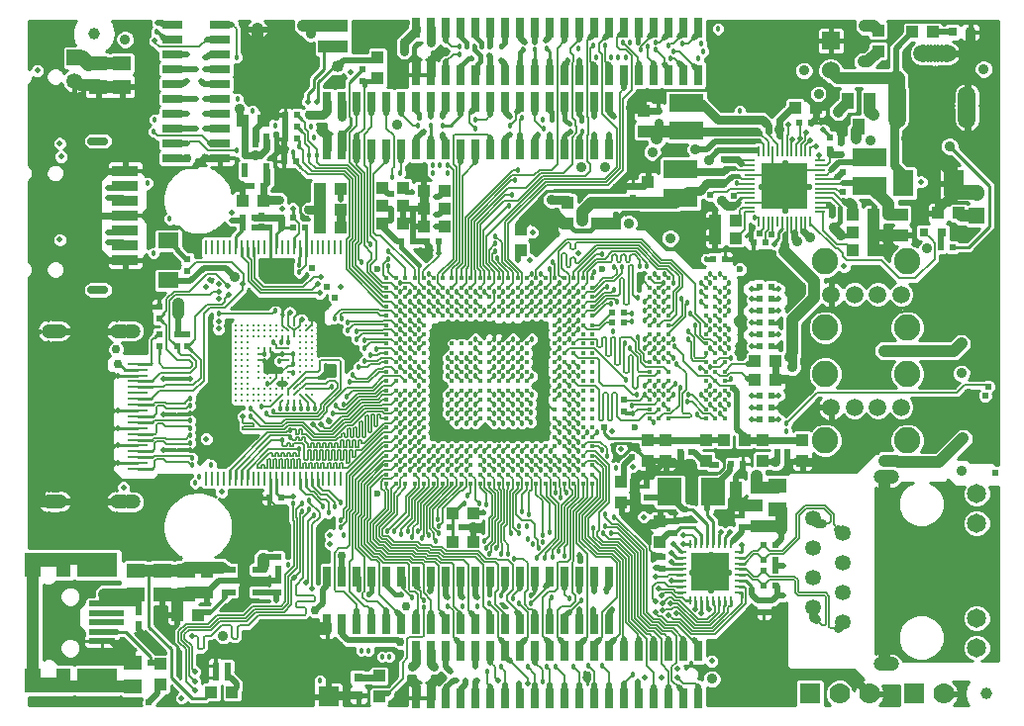
<source format=gbr>
G75*
G70*
%OFA0B0*%
%FSLAX24Y24*%
%IPPOS*%
%LPD*%
%AMOC8*
5,1,8,0,0,1.08239X$1,22.5*
%
%ADD10C,0.0591*%
%ADD11R,0.0700X0.0700*%
%ADD12R,0.0400X0.0400*%
%ADD13R,0.0240X0.0230*%
%ADD14R,0.0230X0.0240*%
%ADD15C,0.0394*%
%ADD16R,0.0531X0.0531*%
%ADD17C,0.0531*%
%ADD18R,0.0600X0.0600*%
%ADD19C,0.0600*%
%ADD20R,0.0315X0.0315*%
%ADD21R,0.0600X0.0500*%
%ADD22R,0.0472X0.0217*%
%ADD23R,0.0886X0.0197*%
%ADD24R,0.0551X0.0827*%
%ADD25R,0.1378X0.0827*%
%ADD26R,0.0512X0.0827*%
%ADD27R,0.0531X0.0512*%
%ADD28R,0.0551X0.0512*%
%ADD29R,0.0079X0.0354*%
%ADD30R,0.0354X0.0079*%
%ADD31R,0.1575X0.1575*%
%ADD32R,0.0709X0.0709*%
%ADD33R,0.0238X0.0238*%
%ADD34R,0.1181X0.0630*%
%ADD35R,0.0394X0.0551*%
%ADD36R,0.0098X0.0472*%
%ADD37R,0.0700X0.0900*%
%ADD38C,0.0650*%
%ADD39C,0.0472*%
%ADD40C,0.0157*%
%ADD41C,0.0236*%
%ADD42R,0.0709X0.0098*%
%ADD43R,0.0866X0.0354*%
%ADD44C,0.0277*%
%ADD45R,0.0217X0.0472*%
%ADD46R,0.0266X0.0079*%
%ADD47R,0.0305X0.0118*%
%ADD48C,0.0400*%
%ADD49C,0.0700*%
%ADD50C,0.0886*%
%ADD51R,0.0709X0.0276*%
%ADD52R,0.0827X0.0945*%
%ADD53R,0.0098X0.0295*%
%ADD54R,0.0295X0.0098*%
%ADD55R,0.1260X0.1260*%
%ADD56C,0.0768*%
%ADD57C,0.2165*%
%ADD58C,0.0356*%
%ADD59R,0.0276X0.0709*%
%ADD60R,0.0709X0.0551*%
%ADD61C,0.0098*%
%ADD62C,0.0197*%
%ADD63C,0.0100*%
%ADD64C,0.0060*%
%ADD65C,0.0180*%
%ADD66C,0.0237*%
%ADD67C,0.0200*%
%ADD68C,0.0354*%
%ADD69C,0.0240*%
%ADD70C,0.0120*%
%ADD71C,0.0198*%
%ADD72C,0.0080*%
%ADD73C,0.0400*%
%ADD74C,0.0110*%
%ADD75C,0.0160*%
%ADD76C,0.0320*%
%ADD77C,0.0050*%
%ADD78C,0.0300*%
%ADD79C,0.0295*%
%ADD80C,0.0280*%
%ADD81C,0.0150*%
%ADD82C,0.0500*%
%ADD83C,0.0350*%
%ADD84C,0.0560*%
%ADD85C,0.0250*%
%ADD86C,0.0065*%
D10*
X033372Y019840D03*
X034160Y019840D03*
X034947Y019840D03*
X035735Y019840D03*
X035735Y023640D03*
X034947Y023640D03*
X034160Y023640D03*
X033372Y023640D03*
X035581Y029539D03*
X035581Y029657D03*
X035581Y029775D03*
X035581Y029893D03*
X035581Y030012D03*
X035581Y030130D03*
X035581Y030248D03*
X035581Y030366D03*
X035581Y030484D03*
X036428Y031764D03*
X036507Y031764D03*
X036625Y031764D03*
X036743Y031764D03*
X036861Y031764D03*
X036979Y031764D03*
X037097Y031764D03*
X037215Y031764D03*
X037294Y031764D03*
X037944Y030366D03*
X037944Y030248D03*
X037944Y030130D03*
X037944Y030012D03*
X037944Y029893D03*
X037944Y029775D03*
X037944Y029657D03*
X037944Y029539D03*
D11*
X036154Y010182D03*
X032654Y010182D03*
X016454Y010082D03*
D12*
X018154Y010082D03*
X018154Y010782D03*
X013204Y010232D03*
X012504Y010232D03*
X010804Y010482D03*
X010804Y011182D03*
X011354Y012832D03*
X012054Y012832D03*
X012354Y013582D03*
X012354Y014282D03*
X020629Y015307D03*
X021329Y015307D03*
X021329Y016257D03*
X020629Y016257D03*
X026304Y016632D03*
X026304Y017332D03*
X027204Y018032D03*
X027804Y018032D03*
X027804Y018732D03*
X027204Y018732D03*
X029154Y018732D03*
X029754Y018732D03*
X030454Y018732D03*
X031054Y018732D03*
X031054Y018032D03*
X030854Y017132D03*
X030854Y016532D03*
X030854Y015832D03*
X030154Y017132D03*
X029154Y018032D03*
X027604Y015982D03*
X027604Y015282D03*
X032404Y018032D03*
X032404Y018732D03*
X031504Y020757D03*
X031504Y021382D03*
X030804Y021382D03*
X030804Y020757D03*
X034104Y025132D03*
X034104Y025732D03*
X034804Y025732D03*
X034804Y025132D03*
X035754Y025632D03*
X035754Y026332D03*
X034804Y026332D03*
X034104Y026332D03*
X036954Y026382D03*
X037654Y026382D03*
X032854Y029932D03*
X032154Y029932D03*
X034954Y031832D03*
X034954Y032532D03*
X036104Y032482D03*
X036804Y032482D03*
X030154Y026132D03*
X030154Y025532D03*
X029454Y025532D03*
X029454Y026132D03*
X027204Y026732D03*
X027204Y027432D03*
X026104Y026732D03*
X025504Y026732D03*
X025504Y026032D03*
X026104Y026032D03*
X024504Y026032D03*
X024504Y026732D03*
X022929Y025832D03*
X022929Y025132D03*
X020354Y025932D03*
X020354Y026532D03*
X019654Y026532D03*
X019654Y025932D03*
X018954Y026032D03*
X018254Y026032D03*
X018254Y026632D03*
X018254Y027232D03*
X018954Y027232D03*
X018954Y026632D03*
X019654Y027132D03*
X020354Y027132D03*
X016854Y027182D03*
X016154Y027182D03*
X016154Y026482D03*
X016154Y025882D03*
X016854Y025882D03*
X016854Y026482D03*
X014254Y026782D03*
X013554Y026782D03*
X013554Y029482D03*
X014254Y029482D03*
X016304Y031982D03*
X016904Y031982D03*
X016904Y032682D03*
X016304Y032682D03*
X018104Y031632D03*
X018104Y030932D03*
X027054Y029832D03*
X027054Y029132D03*
D13*
X030754Y025382D03*
X031154Y025382D03*
X029804Y024832D03*
X029404Y024832D03*
X030954Y023882D03*
X031354Y023882D03*
X031354Y023482D03*
X030954Y023482D03*
X030954Y023082D03*
X031354Y023082D03*
X031354Y022682D03*
X030954Y022682D03*
X030954Y022282D03*
X031354Y022282D03*
X031354Y021882D03*
X030954Y021882D03*
X030954Y020232D03*
X031354Y020232D03*
X031354Y019832D03*
X030954Y019832D03*
X030954Y019432D03*
X031354Y019432D03*
X030404Y017932D03*
X030004Y017932D03*
X031104Y015182D03*
X031504Y015182D03*
X031504Y014682D03*
X031504Y014332D03*
X031104Y014332D03*
X031104Y014682D03*
X031104Y013832D03*
X031504Y013832D03*
X026404Y022682D03*
X026404Y023032D03*
X026004Y023032D03*
X026004Y022682D03*
X020154Y025432D03*
X019754Y025432D03*
X019304Y025432D03*
X018904Y025432D03*
X015654Y025882D03*
X015254Y025882D03*
X015254Y026232D03*
X014854Y026232D03*
X014854Y025882D03*
X014454Y025882D03*
X013954Y025882D03*
X013954Y026232D03*
X013554Y026232D03*
X013554Y025882D03*
X013854Y027282D03*
X014254Y027282D03*
X014954Y028132D03*
X015354Y028132D03*
X015404Y028882D03*
X015404Y029282D03*
X015404Y029682D03*
X015004Y029682D03*
X015004Y029282D03*
X015004Y028882D03*
X014854Y016782D03*
X014454Y016782D03*
X013054Y011132D03*
X012654Y011132D03*
X012654Y010732D03*
X013054Y010732D03*
X020529Y015782D03*
X020929Y015782D03*
X032304Y029432D03*
X032704Y029432D03*
X037054Y025232D03*
X037454Y025232D03*
D14*
X033704Y028352D03*
X033704Y028752D03*
X033334Y028932D03*
X033334Y028532D03*
X027554Y029432D03*
X027554Y029832D03*
X026704Y027282D03*
X026704Y026882D03*
X026404Y020082D03*
X026404Y019682D03*
X028304Y018732D03*
X028654Y018732D03*
X028654Y018332D03*
X028304Y018332D03*
X027154Y017182D03*
X027154Y016782D03*
X028104Y015982D03*
X028104Y015582D03*
X027704Y014782D03*
X027704Y014382D03*
X030354Y015782D03*
X030354Y016182D03*
X031554Y018332D03*
X031904Y018332D03*
X031904Y018732D03*
X031554Y018732D03*
X031104Y013332D03*
X031104Y012932D03*
X014754Y013582D03*
X014754Y013982D03*
X014754Y014382D03*
X014754Y014782D03*
X010054Y012932D03*
X010054Y012532D03*
X010754Y021882D03*
X010754Y022282D03*
X010754Y022832D03*
X010754Y023232D03*
X011354Y022282D03*
X011704Y022282D03*
X011704Y021882D03*
X011354Y021882D03*
X011704Y024432D03*
X011704Y024832D03*
X017604Y030832D03*
X017604Y031232D03*
D15*
X008554Y032432D03*
X038604Y010182D03*
D16*
X038254Y026288D03*
X007904Y031625D03*
D17*
X007904Y030838D03*
X032767Y016078D03*
X032767Y015078D03*
X033767Y015578D03*
X033767Y014578D03*
X032767Y014078D03*
X032767Y013078D03*
X033767Y013578D03*
X033767Y012578D03*
X038254Y027075D03*
D18*
X033354Y032182D03*
D19*
X033354Y031182D03*
D20*
X037454Y032482D03*
X038054Y032482D03*
X037104Y025732D03*
X036504Y025732D03*
X017454Y010732D03*
X017454Y010132D03*
D21*
X011654Y013532D03*
X011654Y014332D03*
X010854Y014332D03*
X010854Y013532D03*
X009954Y013532D03*
X009954Y014332D03*
X009854Y011232D03*
X009854Y010432D03*
X031554Y016382D03*
X031554Y017182D03*
X009504Y030632D03*
X008704Y030632D03*
X008704Y031432D03*
X009504Y031432D03*
D22*
X013092Y014356D03*
X013092Y013982D03*
X013092Y013608D03*
X014116Y013608D03*
X014116Y014356D03*
D23*
X008820Y013215D03*
X008820Y012900D03*
X008820Y012585D03*
X008820Y012270D03*
X008820Y011955D03*
D24*
X006494Y010636D03*
X006494Y014534D03*
D25*
X008680Y014534D03*
X008680Y010636D03*
D26*
X007537Y010636D03*
X007537Y014534D03*
D27*
X007030Y014691D03*
D28*
X007039Y010479D03*
D29*
X030938Y026101D03*
X031096Y026101D03*
X031253Y026101D03*
X031411Y026101D03*
X031568Y026101D03*
X031726Y026101D03*
X031883Y026101D03*
X032041Y026101D03*
X032198Y026101D03*
X032356Y026101D03*
X032513Y026101D03*
X032670Y026101D03*
X032670Y028463D03*
X032513Y028463D03*
X032356Y028463D03*
X032198Y028463D03*
X032041Y028463D03*
X031883Y028463D03*
X031726Y028463D03*
X031568Y028463D03*
X031411Y028463D03*
X031253Y028463D03*
X031096Y028463D03*
X030938Y028463D03*
D30*
X030623Y028148D03*
X030623Y027990D03*
X030623Y027833D03*
X030623Y027675D03*
X030623Y027518D03*
X030623Y027360D03*
X030623Y027203D03*
X030623Y027045D03*
X030623Y026888D03*
X030623Y026730D03*
X030623Y026573D03*
X030623Y026416D03*
X032985Y026416D03*
X032985Y026573D03*
X032985Y026730D03*
X032985Y026888D03*
X032985Y027045D03*
X032985Y027203D03*
X032985Y027360D03*
X032985Y027518D03*
X032985Y027675D03*
X032985Y027833D03*
X032985Y027990D03*
X032985Y028148D03*
D31*
X031804Y027282D03*
D32*
X031804Y027282D03*
D33*
X031548Y027675D03*
X031411Y027538D03*
X031174Y027538D03*
X031174Y027026D03*
X031411Y027026D03*
X031548Y026888D03*
X031548Y026652D03*
X032060Y026652D03*
X032060Y026888D03*
X032198Y027026D03*
X032434Y027026D03*
X032434Y027538D03*
X032198Y027538D03*
X032060Y027675D03*
X032060Y027912D03*
X031548Y027912D03*
D34*
X034654Y028254D03*
X034654Y027309D03*
X028304Y026909D03*
X028304Y027854D03*
X028504Y029159D03*
X028504Y030104D03*
D35*
X033930Y030165D03*
X034678Y030165D03*
X034304Y029299D03*
D36*
X016868Y025229D03*
X016671Y025229D03*
X016474Y025229D03*
X016278Y025229D03*
X016081Y025229D03*
X015884Y025229D03*
X015687Y025229D03*
X015490Y025229D03*
X015293Y025229D03*
X015096Y025229D03*
X014900Y025229D03*
X014703Y025229D03*
X014506Y025229D03*
X014309Y025229D03*
X014112Y025229D03*
X013915Y025229D03*
X013719Y025229D03*
X013522Y025229D03*
X013325Y025229D03*
X013128Y025229D03*
X012931Y025229D03*
X012734Y025229D03*
X012537Y025229D03*
X012341Y025229D03*
X012341Y017434D03*
X012537Y017434D03*
X012734Y017434D03*
X012931Y017434D03*
X013128Y017434D03*
X013325Y017434D03*
X013522Y017434D03*
X013719Y017434D03*
X013915Y017434D03*
X014112Y017434D03*
X014309Y017434D03*
X014506Y017434D03*
X014703Y017434D03*
X014900Y017434D03*
X015096Y017434D03*
X015293Y017434D03*
X015490Y017434D03*
X015687Y017434D03*
X015884Y017434D03*
X016081Y017434D03*
X016278Y017434D03*
X016474Y017434D03*
X016671Y017434D03*
X016868Y017434D03*
D37*
X035797Y027382D03*
X037511Y027382D03*
D38*
X038274Y016934D03*
X038274Y015934D03*
X038274Y012729D03*
X038274Y011729D03*
D39*
X035420Y011182D03*
X035341Y011182D03*
X035263Y011182D03*
X035184Y011182D03*
X035105Y011182D03*
X035026Y011182D03*
X035026Y017481D03*
X035105Y017481D03*
X035184Y017481D03*
X035263Y017481D03*
X035341Y017481D03*
X035420Y017481D03*
X009891Y016658D03*
X009773Y016658D03*
X009714Y016658D03*
X009556Y016658D03*
X009438Y016658D03*
X009340Y016658D03*
X007430Y016667D03*
X007312Y016658D03*
X007155Y016658D03*
X007037Y016658D03*
X007037Y022406D03*
X007155Y022406D03*
X007312Y022406D03*
X007430Y022406D03*
X009340Y022406D03*
X009438Y022406D03*
X009556Y022406D03*
X009714Y022406D03*
X009773Y022406D03*
X009891Y022406D03*
D40*
X018406Y022295D03*
X018406Y021980D03*
X018406Y021666D03*
X018721Y021666D03*
X018721Y021980D03*
X019036Y021980D03*
X019036Y021666D03*
X019351Y021666D03*
X019351Y021980D03*
X019666Y021980D03*
X019666Y021666D03*
X019666Y021351D03*
X019351Y021351D03*
X019036Y021351D03*
X018721Y021351D03*
X018406Y021351D03*
X018406Y021036D03*
X018721Y021036D03*
X019036Y021036D03*
X019351Y021036D03*
X019666Y021036D03*
X019666Y020721D03*
X019351Y020721D03*
X019036Y020721D03*
X018721Y020721D03*
X018406Y020721D03*
X018406Y020406D03*
X018406Y020091D03*
X018406Y019776D03*
X018406Y019461D03*
X018406Y019146D03*
X018406Y018831D03*
X018406Y018516D03*
X018406Y018201D03*
X018406Y017886D03*
X018406Y017571D03*
X018406Y017256D03*
X018721Y017256D03*
X018721Y017571D03*
X018721Y017886D03*
X018721Y018201D03*
X018721Y018516D03*
X018721Y018831D03*
X018721Y019146D03*
X018721Y019461D03*
X018721Y019776D03*
X018721Y020091D03*
X018721Y020406D03*
X019036Y020406D03*
X019351Y020406D03*
X019666Y020406D03*
X019666Y020091D03*
X019351Y020091D03*
X019036Y020091D03*
X019036Y019776D03*
X019036Y019461D03*
X019036Y019146D03*
X019036Y018831D03*
X019036Y018516D03*
X019036Y018201D03*
X019036Y017886D03*
X019036Y017571D03*
X019036Y017256D03*
X019351Y017256D03*
X019351Y017571D03*
X019351Y017886D03*
X019351Y018201D03*
X019351Y018516D03*
X019351Y018831D03*
X019351Y019146D03*
X019351Y019461D03*
X019351Y019776D03*
X019666Y019776D03*
X019666Y019461D03*
X019666Y019146D03*
X019666Y018831D03*
X019666Y018516D03*
X019666Y018201D03*
X019666Y017886D03*
X019666Y017571D03*
X019666Y017256D03*
X019981Y017256D03*
X019981Y017571D03*
X019981Y017886D03*
X019981Y018201D03*
X019981Y018516D03*
X020296Y018516D03*
X020296Y018201D03*
X020296Y017886D03*
X020296Y017571D03*
X020296Y017256D03*
X020611Y017256D03*
X020926Y017256D03*
X021241Y017256D03*
X021556Y017256D03*
X021871Y017256D03*
X022186Y017256D03*
X022501Y017256D03*
X022816Y017256D03*
X023131Y017256D03*
X023446Y017256D03*
X023761Y017256D03*
X024076Y017256D03*
X024391Y017256D03*
X024706Y017256D03*
X025020Y017256D03*
X025020Y017571D03*
X024706Y017571D03*
X024706Y017886D03*
X025020Y017886D03*
X025020Y018201D03*
X024706Y018201D03*
X024706Y018516D03*
X025020Y018516D03*
X025020Y018831D03*
X024706Y018831D03*
X024706Y019146D03*
X025020Y019146D03*
X025020Y019461D03*
X024706Y019461D03*
X024706Y019776D03*
X025020Y019776D03*
X025020Y020091D03*
X024706Y020091D03*
X024706Y020406D03*
X025020Y020406D03*
X025020Y020721D03*
X024706Y020721D03*
X024706Y021036D03*
X025020Y021036D03*
X025020Y021351D03*
X024706Y021351D03*
X024706Y021666D03*
X024706Y021980D03*
X025020Y021980D03*
X025020Y021666D03*
X025335Y021666D03*
X025335Y021980D03*
X025335Y022295D03*
X025020Y022295D03*
X024706Y022295D03*
X024706Y022610D03*
X025020Y022610D03*
X025020Y022925D03*
X024706Y022925D03*
X024706Y023240D03*
X025020Y023240D03*
X025020Y023555D03*
X024706Y023555D03*
X024706Y023870D03*
X025020Y023870D03*
X025020Y024185D03*
X024706Y024185D03*
X024391Y024185D03*
X024391Y023870D03*
X024391Y023555D03*
X024391Y023240D03*
X024391Y022925D03*
X024391Y022610D03*
X024391Y022295D03*
X024391Y021980D03*
X024391Y021666D03*
X024076Y021666D03*
X024076Y021980D03*
X024076Y022295D03*
X024076Y022610D03*
X024076Y022925D03*
X024076Y023240D03*
X024076Y023555D03*
X024076Y023870D03*
X024076Y024185D03*
X023761Y024185D03*
X023761Y023870D03*
X023761Y023555D03*
X023761Y023240D03*
X023761Y022925D03*
X023446Y022925D03*
X023131Y022925D03*
X022816Y022925D03*
X022501Y022925D03*
X022186Y022925D03*
X021871Y022925D03*
X021556Y022925D03*
X021241Y022925D03*
X020926Y022925D03*
X020611Y022925D03*
X020296Y022925D03*
X019981Y022925D03*
X019666Y022925D03*
X019666Y022610D03*
X019666Y022295D03*
X019351Y022295D03*
X019036Y022295D03*
X018721Y022295D03*
X018721Y022610D03*
X018406Y022610D03*
X018406Y022925D03*
X018721Y022925D03*
X019036Y022925D03*
X019036Y022610D03*
X019351Y022610D03*
X019351Y022925D03*
X019351Y023240D03*
X019036Y023240D03*
X018721Y023240D03*
X018406Y023240D03*
X018406Y023555D03*
X018406Y023870D03*
X018406Y024185D03*
X018721Y024185D03*
X018721Y023870D03*
X018721Y023555D03*
X019036Y023555D03*
X019351Y023555D03*
X019666Y023555D03*
X019666Y023240D03*
X019981Y023240D03*
X020296Y023240D03*
X020611Y023240D03*
X020926Y023240D03*
X021241Y023240D03*
X021556Y023240D03*
X021871Y023240D03*
X022186Y023240D03*
X022501Y023240D03*
X022816Y023240D03*
X023131Y023240D03*
X023446Y023240D03*
X023446Y023555D03*
X023446Y023870D03*
X023446Y024185D03*
X023131Y024185D03*
X023131Y023870D03*
X023131Y023555D03*
X022816Y023555D03*
X022501Y023555D03*
X022186Y023555D03*
X021871Y023555D03*
X021556Y023555D03*
X021241Y023555D03*
X020926Y023555D03*
X020611Y023555D03*
X020296Y023555D03*
X019981Y023555D03*
X019981Y023870D03*
X019666Y023870D03*
X019351Y023870D03*
X019036Y023870D03*
X019036Y024185D03*
X019351Y024185D03*
X019666Y024185D03*
X019981Y024185D03*
X020296Y024185D03*
X020296Y023870D03*
X020611Y023870D03*
X020926Y023870D03*
X021241Y023870D03*
X021556Y023870D03*
X021871Y023870D03*
X022186Y023870D03*
X022501Y023870D03*
X022816Y023870D03*
X022816Y024185D03*
X022501Y024185D03*
X022186Y024185D03*
X021871Y024185D03*
X021556Y024185D03*
X021241Y024185D03*
X020926Y024185D03*
X020611Y024185D03*
X020611Y021980D03*
X020611Y021666D03*
X020926Y021666D03*
X020926Y021980D03*
X021241Y021980D03*
X021241Y021666D03*
X021556Y021666D03*
X021556Y021980D03*
X021871Y021980D03*
X021871Y021666D03*
X022186Y021666D03*
X022186Y021980D03*
X022501Y021980D03*
X022501Y021666D03*
X022816Y021666D03*
X022816Y021980D03*
X023131Y021980D03*
X023131Y021666D03*
X023131Y021351D03*
X022816Y021351D03*
X022501Y021351D03*
X022186Y021351D03*
X021871Y021351D03*
X021556Y021351D03*
X021241Y021351D03*
X020926Y021351D03*
X020611Y021351D03*
X020611Y021036D03*
X020926Y021036D03*
X021241Y021036D03*
X021556Y021036D03*
X021871Y021036D03*
X022186Y021036D03*
X022501Y021036D03*
X022816Y021036D03*
X023131Y021036D03*
X023131Y020721D03*
X022816Y020721D03*
X022501Y020721D03*
X022186Y020721D03*
X021871Y020721D03*
X021556Y020721D03*
X021241Y020721D03*
X020926Y020721D03*
X020611Y020721D03*
X020611Y020406D03*
X020926Y020406D03*
X021241Y020406D03*
X021556Y020406D03*
X021871Y020406D03*
X022186Y020406D03*
X022501Y020406D03*
X022816Y020406D03*
X023131Y020406D03*
X023131Y020091D03*
X022816Y020091D03*
X022501Y020091D03*
X022186Y020091D03*
X021871Y020091D03*
X021556Y020091D03*
X021241Y020091D03*
X020926Y020091D03*
X020611Y020091D03*
X020611Y019776D03*
X020926Y019776D03*
X021241Y019776D03*
X021556Y019776D03*
X021871Y019776D03*
X022186Y019776D03*
X022501Y019776D03*
X022816Y019776D03*
X023131Y019776D03*
X023131Y019461D03*
X022816Y019461D03*
X022501Y019461D03*
X022186Y019461D03*
X021871Y019461D03*
X021556Y019461D03*
X021241Y019461D03*
X020926Y019461D03*
X020611Y019461D03*
X020611Y018516D03*
X020926Y018516D03*
X021241Y018516D03*
X021556Y018516D03*
X021871Y018516D03*
X022186Y018516D03*
X022501Y018516D03*
X022816Y018516D03*
X023131Y018516D03*
X023446Y018516D03*
X023761Y018516D03*
X024076Y018516D03*
X024391Y018516D03*
X024391Y018831D03*
X024391Y019146D03*
X024391Y019461D03*
X024391Y019776D03*
X024391Y020091D03*
X024391Y020406D03*
X024391Y020721D03*
X024391Y021036D03*
X024391Y021351D03*
X024076Y021351D03*
X024076Y021036D03*
X024076Y020721D03*
X024076Y020406D03*
X024076Y020091D03*
X024076Y019776D03*
X024076Y019461D03*
X024076Y019146D03*
X024076Y018831D03*
X024076Y018201D03*
X024391Y018201D03*
X024391Y017886D03*
X024391Y017571D03*
X024076Y017571D03*
X024076Y017886D03*
X023761Y017886D03*
X023761Y017571D03*
X023446Y017571D03*
X023446Y017886D03*
X023446Y018201D03*
X023761Y018201D03*
X023131Y018201D03*
X023131Y017886D03*
X023131Y017571D03*
X022816Y017571D03*
X022816Y017886D03*
X022816Y018201D03*
X022501Y018201D03*
X022501Y017886D03*
X022501Y017571D03*
X022186Y017571D03*
X022186Y017886D03*
X022186Y018201D03*
X021871Y018201D03*
X021871Y017886D03*
X021871Y017571D03*
X021556Y017571D03*
X021556Y017886D03*
X021556Y018201D03*
X021241Y018201D03*
X020926Y018201D03*
X020611Y018201D03*
X020611Y017886D03*
X020611Y017571D03*
X020926Y017571D03*
X021241Y017571D03*
X021241Y017886D03*
X020926Y017886D03*
X025335Y017886D03*
X025335Y017571D03*
X025335Y017256D03*
X025335Y018201D03*
X025335Y018516D03*
X025335Y018831D03*
X025335Y019146D03*
X025335Y019461D03*
X025335Y019776D03*
X025335Y020091D03*
X025335Y020406D03*
X025335Y020721D03*
X025335Y021036D03*
X025335Y021351D03*
X025335Y022610D03*
X025335Y022925D03*
X025335Y023240D03*
X025335Y023555D03*
X025335Y023870D03*
X025335Y024185D03*
X027265Y024185D03*
X027580Y024185D03*
X027894Y024185D03*
X027894Y023870D03*
X027580Y023870D03*
X027580Y023555D03*
X027894Y023555D03*
X027894Y023240D03*
X027580Y023240D03*
X027580Y022925D03*
X027894Y022925D03*
X027894Y022610D03*
X027580Y022610D03*
X027580Y022295D03*
X027894Y022295D03*
X027894Y021980D03*
X027894Y021666D03*
X027580Y021666D03*
X027580Y021980D03*
X027265Y021980D03*
X027265Y021666D03*
X027265Y021351D03*
X027580Y021351D03*
X027894Y021351D03*
X027894Y021036D03*
X027580Y021036D03*
X027580Y020721D03*
X027894Y020721D03*
X027894Y020406D03*
X027580Y020406D03*
X027580Y020091D03*
X027894Y020091D03*
X027894Y019776D03*
X027580Y019776D03*
X027580Y019461D03*
X027894Y019461D03*
X027265Y019461D03*
X027265Y019776D03*
X027265Y020091D03*
X027265Y020406D03*
X027265Y020721D03*
X027265Y021036D03*
X027265Y022295D03*
X027265Y022610D03*
X027265Y022925D03*
X027265Y023240D03*
X027265Y023555D03*
X027265Y023870D03*
X029154Y023870D03*
X029154Y023555D03*
X029154Y023240D03*
X029154Y022925D03*
X029154Y022610D03*
X029154Y022295D03*
X029154Y021980D03*
X029154Y021666D03*
X029469Y021666D03*
X029469Y021980D03*
X029784Y021980D03*
X029784Y021666D03*
X029784Y021351D03*
X029469Y021351D03*
X029154Y021351D03*
X029154Y021036D03*
X029469Y021036D03*
X029784Y021036D03*
X029784Y020721D03*
X029469Y020721D03*
X029154Y020721D03*
X029154Y020406D03*
X029469Y020406D03*
X029784Y020406D03*
X029784Y020091D03*
X029469Y020091D03*
X029154Y020091D03*
X029154Y019776D03*
X029154Y019461D03*
X029469Y019461D03*
X029469Y019776D03*
X029784Y019776D03*
X029784Y019461D03*
X029784Y022295D03*
X029469Y022295D03*
X029469Y022610D03*
X029784Y022610D03*
X029784Y022925D03*
X029469Y022925D03*
X029469Y023240D03*
X029784Y023240D03*
X029784Y023555D03*
X029469Y023555D03*
X029469Y023870D03*
X029469Y024185D03*
X029154Y024185D03*
X029784Y024185D03*
X029784Y023870D03*
D41*
X030296Y024480D03*
X025650Y024500D03*
X026753Y019166D03*
X018091Y016941D03*
X018091Y024500D03*
D42*
X010029Y021303D03*
X010029Y021106D03*
X010029Y020910D03*
X010029Y020713D03*
X010029Y020516D03*
X010029Y020319D03*
X010029Y020122D03*
X010029Y019925D03*
X010029Y019729D03*
X010029Y019532D03*
X010029Y019335D03*
X010029Y019138D03*
X010029Y018941D03*
X010029Y018744D03*
X010029Y018547D03*
X010029Y018351D03*
X010029Y018154D03*
X010029Y017957D03*
X010029Y017760D03*
D43*
X009611Y024803D03*
X009611Y025303D03*
X009611Y025803D03*
X009611Y026303D03*
X009611Y026803D03*
X009611Y027303D03*
X009611Y027803D03*
D44*
X008912Y028811D03*
X008833Y028811D03*
X008744Y028811D03*
X008646Y028811D03*
X008557Y028811D03*
X008479Y028811D03*
X008479Y023795D03*
X008557Y023795D03*
X008646Y023795D03*
X008744Y023795D03*
X008833Y023795D03*
X008912Y023795D03*
X028871Y014479D03*
X029107Y014715D03*
X029501Y014715D03*
X029737Y014479D03*
X029737Y014085D03*
X029501Y013849D03*
X029107Y013849D03*
X028871Y014085D03*
D45*
X014378Y027820D03*
X013630Y027820D03*
X013630Y028844D03*
X014004Y028844D03*
X014378Y028844D03*
D46*
X011527Y021175D03*
X011527Y020979D03*
X011182Y020979D03*
X011182Y021175D03*
X011182Y020585D03*
X011182Y020388D03*
X011527Y020388D03*
X011527Y020585D03*
X011527Y019975D03*
X011527Y019779D03*
X011182Y019779D03*
X011182Y019975D03*
X011182Y019385D03*
X011182Y019188D03*
X011527Y019188D03*
X011527Y019385D03*
X011527Y018775D03*
X011527Y018579D03*
X011182Y018579D03*
X011182Y018775D03*
X011182Y018185D03*
X011182Y017988D03*
X011527Y017988D03*
X011527Y018185D03*
D47*
X011507Y018382D03*
X011202Y018382D03*
X011202Y019582D03*
X011507Y019582D03*
X011507Y020782D03*
X011202Y020782D03*
D48*
X016754Y031332D03*
X014054Y032582D03*
D49*
X033654Y010182D03*
X034654Y010182D03*
X037154Y010182D03*
D50*
X035931Y018718D03*
X035931Y020962D03*
X035931Y022518D03*
X035931Y024762D03*
X033176Y024762D03*
X033176Y022518D03*
X033176Y020962D03*
X033176Y018718D03*
D51*
X012804Y028232D03*
X012804Y028732D03*
X012804Y029232D03*
X012804Y029732D03*
X012804Y030232D03*
X012804Y030732D03*
X012804Y031232D03*
X012804Y031732D03*
X012804Y032232D03*
X012804Y032732D03*
X011204Y032732D03*
X011204Y032232D03*
X011204Y031732D03*
X011204Y031232D03*
X011204Y030732D03*
X011204Y030232D03*
X011204Y029732D03*
X011204Y029232D03*
X011204Y028732D03*
X011204Y028232D03*
D52*
X027926Y016982D03*
X029383Y016982D03*
D53*
X029403Y015236D03*
X029600Y015236D03*
X029796Y015236D03*
X029993Y015236D03*
X029206Y015236D03*
X029009Y015236D03*
X028812Y015236D03*
X028615Y015236D03*
X028615Y013327D03*
X028812Y013327D03*
X029009Y013327D03*
X029206Y013327D03*
X029403Y013327D03*
X029600Y013327D03*
X029796Y013327D03*
X029993Y013327D03*
D54*
X030259Y013593D03*
X030259Y013790D03*
X030259Y013986D03*
X030259Y014183D03*
X030259Y014380D03*
X030259Y014577D03*
X030259Y014774D03*
X030259Y014971D03*
X028350Y014971D03*
X028350Y014774D03*
X028350Y014577D03*
X028350Y014380D03*
X028350Y014183D03*
X028350Y013986D03*
X028350Y013790D03*
X028350Y013593D03*
D55*
X029304Y014282D03*
D56*
X029304Y014282D03*
D57*
X030725Y011475D03*
X014639Y011475D03*
X014639Y031160D03*
X030725Y031160D03*
D58*
X030116Y031769D03*
X029839Y031160D03*
X030116Y030551D03*
X030725Y030275D03*
X031334Y030551D03*
X031611Y031160D03*
X031334Y031769D03*
X030725Y032046D03*
X015524Y031160D03*
X015248Y031769D03*
X014639Y032046D03*
X014030Y031769D03*
X013753Y031160D03*
X014030Y030551D03*
X014639Y030275D03*
X015248Y030551D03*
X014639Y012361D03*
X015248Y012084D03*
X015524Y011475D03*
X015248Y010866D03*
X014639Y010590D03*
X014030Y010866D03*
X013753Y011475D03*
X014030Y012084D03*
X029839Y011475D03*
X030116Y010866D03*
X030725Y010590D03*
X031334Y010866D03*
X031611Y011475D03*
X031334Y012084D03*
X030725Y012361D03*
X030116Y012084D03*
D59*
X028904Y011632D03*
X028404Y011632D03*
X027904Y011632D03*
X027404Y011632D03*
X026904Y011632D03*
X026404Y011632D03*
X025904Y011632D03*
X025404Y011632D03*
X024904Y011632D03*
X024404Y011632D03*
X023904Y011632D03*
X023404Y011632D03*
X022904Y011632D03*
X022404Y011632D03*
X021904Y011632D03*
X021404Y011632D03*
X020904Y011632D03*
X020404Y011632D03*
X019904Y011632D03*
X019404Y011632D03*
X019404Y012532D03*
X018904Y012532D03*
X018404Y012532D03*
X017904Y012532D03*
X017404Y012532D03*
X016904Y012532D03*
X016404Y012532D03*
X016404Y014132D03*
X016904Y014132D03*
X017404Y014132D03*
X017904Y014132D03*
X018404Y014132D03*
X018904Y014132D03*
X019404Y014132D03*
X019904Y014132D03*
X020404Y014132D03*
X020904Y014132D03*
X021404Y014132D03*
X021904Y014132D03*
X022404Y014132D03*
X022904Y014132D03*
X023404Y014132D03*
X023904Y014132D03*
X024404Y014132D03*
X024904Y014132D03*
X025404Y014132D03*
X025904Y014132D03*
X025904Y012532D03*
X025404Y012532D03*
X024904Y012532D03*
X024404Y012532D03*
X023904Y012532D03*
X023404Y012532D03*
X022904Y012532D03*
X022404Y012532D03*
X021904Y012532D03*
X021404Y012532D03*
X020904Y012532D03*
X020404Y012532D03*
X019904Y012532D03*
X019904Y010032D03*
X019404Y010032D03*
X020404Y010032D03*
X020904Y010032D03*
X021404Y010032D03*
X021904Y010032D03*
X022404Y010032D03*
X022904Y010032D03*
X023404Y010032D03*
X023904Y010032D03*
X024404Y010032D03*
X024904Y010032D03*
X025404Y010032D03*
X025904Y010032D03*
X026404Y010032D03*
X026904Y010032D03*
X027404Y010032D03*
X027904Y010032D03*
X028404Y010032D03*
X028904Y010032D03*
X025904Y028532D03*
X025404Y028532D03*
X024904Y028532D03*
X024404Y028532D03*
X023904Y028532D03*
X023404Y028532D03*
X022904Y028532D03*
X022404Y028532D03*
X021904Y028532D03*
X021404Y028532D03*
X020904Y028532D03*
X020404Y028532D03*
X019904Y028532D03*
X019404Y028532D03*
X018904Y028532D03*
X018404Y028532D03*
X017904Y028532D03*
X017404Y028532D03*
X016904Y028532D03*
X016404Y028532D03*
X016404Y030132D03*
X016904Y030132D03*
X017404Y030132D03*
X017904Y030132D03*
X018404Y030132D03*
X018904Y030132D03*
X019404Y030132D03*
X019904Y030132D03*
X020404Y030132D03*
X020904Y030132D03*
X021404Y030132D03*
X021904Y030132D03*
X022404Y030132D03*
X022904Y030132D03*
X023404Y030132D03*
X023904Y030132D03*
X024404Y030132D03*
X024904Y030132D03*
X025404Y030132D03*
X025904Y030132D03*
X025904Y031032D03*
X025404Y031032D03*
X024904Y031032D03*
X024404Y031032D03*
X023904Y031032D03*
X023404Y031032D03*
X022904Y031032D03*
X022404Y031032D03*
X021904Y031032D03*
X021404Y031032D03*
X020904Y031032D03*
X020404Y031032D03*
X019904Y031032D03*
X019404Y031032D03*
X019404Y032632D03*
X019904Y032632D03*
X020404Y032632D03*
X020904Y032632D03*
X021404Y032632D03*
X021904Y032632D03*
X022404Y032632D03*
X022904Y032632D03*
X023404Y032632D03*
X023904Y032632D03*
X024404Y032632D03*
X024904Y032632D03*
X025404Y032632D03*
X025904Y032632D03*
X026404Y032632D03*
X026904Y032632D03*
X027404Y032632D03*
X027904Y032632D03*
X028404Y032632D03*
X028904Y032632D03*
X028904Y031032D03*
X028404Y031032D03*
X027904Y031032D03*
X027404Y031032D03*
X026904Y031032D03*
X026404Y031032D03*
D60*
X011054Y025451D03*
X011054Y024112D03*
D61*
X013325Y022611D03*
X013522Y022611D03*
X013719Y022611D03*
X013915Y022611D03*
X013915Y022414D03*
X013719Y022414D03*
X013719Y022217D03*
X013915Y022217D03*
X014112Y022217D03*
X014309Y022217D03*
X014506Y022217D03*
X014703Y022217D03*
X014900Y022217D03*
X015096Y022217D03*
X015096Y022414D03*
X014900Y022414D03*
X014900Y022611D03*
X015096Y022611D03*
X015293Y022611D03*
X015293Y022414D03*
X015293Y022217D03*
X015490Y022217D03*
X015490Y022021D03*
X015687Y022021D03*
X015687Y022217D03*
X015884Y022217D03*
X015884Y022021D03*
X015884Y021824D03*
X015687Y021824D03*
X015490Y021824D03*
X015490Y021627D03*
X015490Y021430D03*
X015490Y021233D03*
X015490Y021036D03*
X015490Y020840D03*
X015687Y020840D03*
X015687Y021036D03*
X015884Y021036D03*
X015884Y020840D03*
X015884Y020643D03*
X015687Y020643D03*
X015490Y020643D03*
X015293Y020643D03*
X015293Y020446D03*
X015096Y020446D03*
X014900Y020446D03*
X014900Y020249D03*
X015096Y020249D03*
X015096Y020052D03*
X014900Y020052D03*
X014703Y020052D03*
X014703Y020249D03*
X014703Y020446D03*
X014506Y020446D03*
X014309Y020446D03*
X014112Y020446D03*
X013915Y020446D03*
X013719Y020446D03*
X013719Y020643D03*
X013719Y020840D03*
X013719Y021036D03*
X013719Y021233D03*
X013719Y021430D03*
X013719Y021627D03*
X013719Y021824D03*
X013719Y022021D03*
X013522Y022021D03*
X013522Y022217D03*
X013325Y022217D03*
X013325Y022021D03*
X013325Y021824D03*
X013522Y021824D03*
X013522Y021627D03*
X013522Y021430D03*
X013522Y021233D03*
X013522Y021036D03*
X013522Y020840D03*
X013325Y020840D03*
X013325Y021036D03*
X013325Y021233D03*
X013325Y021430D03*
X013325Y021627D03*
X014112Y021627D03*
X014112Y021824D03*
X014309Y021824D03*
X014506Y021824D03*
X014703Y021824D03*
X014900Y021824D03*
X015096Y021824D03*
X015096Y021627D03*
X015096Y021430D03*
X015096Y021233D03*
X015096Y021036D03*
X015096Y020840D03*
X014900Y020840D03*
X014703Y020840D03*
X014506Y020840D03*
X014309Y020840D03*
X014112Y020840D03*
X014112Y021036D03*
X014112Y021233D03*
X014112Y021430D03*
X013522Y020643D03*
X013522Y020446D03*
X013522Y020249D03*
X013719Y020249D03*
X013915Y020249D03*
X013915Y020052D03*
X013719Y020052D03*
X013522Y020052D03*
X013325Y020052D03*
X013325Y020249D03*
X013325Y020446D03*
X013325Y020643D03*
X014112Y020249D03*
X014112Y020052D03*
X014309Y020052D03*
X014506Y020052D03*
X014506Y020249D03*
X014309Y020249D03*
X015293Y020249D03*
X015293Y020052D03*
X015490Y020052D03*
X015490Y020249D03*
X015490Y020446D03*
X015687Y020446D03*
X015884Y020446D03*
X015884Y020249D03*
X015884Y020052D03*
X015687Y020052D03*
X015687Y020249D03*
X015687Y021233D03*
X015884Y021233D03*
X015884Y021430D03*
X015884Y021627D03*
X015687Y021627D03*
X015687Y021430D03*
X015687Y022414D03*
X015490Y022414D03*
X015490Y022611D03*
X015687Y022611D03*
X015884Y022611D03*
X015884Y022414D03*
X014703Y022414D03*
X014506Y022414D03*
X014309Y022414D03*
X014112Y022414D03*
X014112Y022611D03*
X014309Y022611D03*
X014506Y022611D03*
X014703Y022611D03*
X013522Y022414D03*
X013325Y022414D03*
D62*
X012341Y023891D03*
X016868Y023891D03*
X012341Y018773D03*
D63*
X010154Y009782D02*
X006354Y009782D01*
X006354Y010073D01*
X006832Y010073D01*
X007219Y010073D01*
X007855Y010073D01*
X007864Y010082D01*
X007919Y010082D01*
X007928Y010073D01*
X009431Y010073D01*
X009440Y010082D01*
X009442Y010082D01*
X009492Y010032D01*
X010176Y010032D01*
X010158Y009989D01*
X010154Y009985D01*
X010154Y009980D01*
X010136Y009935D01*
X010136Y009828D01*
X010154Y009783D01*
X010154Y009782D01*
X010136Y009875D02*
X006354Y009875D01*
X006354Y009974D02*
X010152Y009974D01*
X010658Y009782D02*
X010954Y010078D01*
X010954Y010132D01*
X011066Y010132D01*
X011154Y010219D01*
X011154Y010449D01*
X011362Y010241D01*
X011293Y010173D01*
X011255Y010081D01*
X011255Y009982D01*
X011293Y009891D01*
X011363Y009821D01*
X011455Y009783D01*
X011554Y009783D01*
X011645Y009821D01*
X011714Y009889D01*
X011771Y009832D01*
X012387Y009832D01*
X012437Y009882D01*
X012766Y009882D01*
X012854Y009969D01*
X012854Y010456D01*
X012854Y010456D01*
X012854Y009969D01*
X012942Y009882D01*
X013466Y009882D01*
X013554Y009969D01*
X013554Y010228D01*
X013604Y010278D01*
X013604Y010485D01*
X013604Y010635D01*
X013305Y010935D01*
X013324Y010954D01*
X013324Y011309D01*
X013236Y011397D01*
X012872Y011397D01*
X012868Y011393D01*
X012845Y011417D01*
X012662Y011417D01*
X012662Y011139D01*
X012647Y011139D01*
X012647Y011417D01*
X012464Y011417D01*
X012364Y011317D01*
X012364Y011139D01*
X012647Y011139D01*
X012647Y011124D01*
X012662Y011124D01*
X012662Y011017D01*
X012662Y010739D01*
X012647Y010739D01*
X012647Y011017D01*
X012647Y011124D01*
X012364Y011124D01*
X012364Y010946D01*
X012379Y010932D01*
X012364Y010917D01*
X012364Y010739D01*
X012647Y010739D01*
X012647Y010724D01*
X012364Y010724D01*
X012364Y010582D01*
X012242Y010582D01*
X012203Y010543D01*
X012203Y010631D01*
X012165Y010723D01*
X012131Y010757D01*
X012165Y010791D01*
X012203Y010882D01*
X012203Y010981D01*
X012165Y011073D01*
X012095Y011143D01*
X012029Y011170D01*
X012029Y011509D01*
X012032Y011507D01*
X012277Y011507D01*
X012379Y011609D01*
X012429Y011659D01*
X012429Y011957D01*
X012432Y011957D01*
X012577Y011957D01*
X012609Y011989D01*
X012627Y011946D01*
X012719Y011854D01*
X012839Y011804D01*
X012969Y011804D01*
X013090Y011854D01*
X013137Y011902D01*
X013182Y011857D01*
X013282Y011857D01*
X013427Y011857D01*
X013477Y011907D01*
X013579Y012009D01*
X013579Y012307D01*
X013682Y012307D01*
X013827Y012307D01*
X014177Y012657D01*
X015582Y012657D01*
X015727Y012657D01*
X015777Y012707D01*
X015818Y012747D01*
X015836Y012729D01*
X015945Y012684D01*
X016064Y012684D01*
X016097Y012698D01*
X016097Y012551D01*
X016385Y012551D01*
X016385Y012513D01*
X016097Y012513D01*
X016097Y012107D01*
X016196Y012007D01*
X016385Y012007D01*
X016385Y012512D01*
X016423Y012512D01*
X016423Y012007D01*
X016613Y012007D01*
X016668Y012063D01*
X016704Y012027D01*
X016705Y012027D01*
X016854Y011878D01*
X017001Y011732D01*
X017336Y011732D01*
X017314Y011679D01*
X017314Y011584D01*
X017351Y011496D01*
X017418Y011428D01*
X017507Y011392D01*
X017602Y011392D01*
X017679Y011424D01*
X017757Y011392D01*
X017852Y011392D01*
X017940Y011428D01*
X018008Y011496D01*
X018044Y011584D01*
X018044Y011679D01*
X018023Y011732D01*
X018633Y011732D01*
X018686Y011679D01*
X018795Y011634D01*
X018914Y011634D01*
X018929Y011641D01*
X018929Y011454D01*
X018779Y011304D01*
X018779Y011159D01*
X018779Y010754D01*
X018457Y010432D01*
X018416Y010432D01*
X018504Y010519D01*
X018504Y011044D01*
X018416Y011132D01*
X017892Y011132D01*
X017804Y011044D01*
X017804Y011002D01*
X017711Y011002D01*
X017674Y011039D01*
X017235Y011039D01*
X017147Y010951D01*
X017147Y010512D01*
X017213Y010446D01*
X017127Y010360D01*
X017127Y010160D01*
X017425Y010160D01*
X017425Y010103D01*
X017127Y010103D01*
X017127Y009904D01*
X017226Y009804D01*
X017426Y009804D01*
X017426Y010103D01*
X017483Y010103D01*
X017483Y010160D01*
X017782Y010160D01*
X017782Y010360D01*
X017696Y010446D01*
X017711Y010462D01*
X017862Y010462D01*
X017892Y010432D01*
X018416Y010432D01*
X017892Y010432D01*
X017804Y010344D01*
X017804Y009819D01*
X017842Y009782D01*
X016974Y009782D01*
X016974Y010032D01*
X016504Y010032D01*
X016504Y010132D01*
X016404Y010132D01*
X016404Y010602D01*
X016394Y010602D01*
X016394Y010679D01*
X016358Y010768D01*
X016290Y010835D01*
X016202Y010872D01*
X016107Y010872D01*
X016018Y010835D01*
X015951Y010768D01*
X015914Y010679D01*
X015914Y010584D01*
X015944Y010512D01*
X015934Y010502D01*
X015934Y010132D01*
X016404Y010132D01*
X016404Y010032D01*
X015934Y010032D01*
X015934Y009782D01*
X010658Y009782D01*
X010751Y009875D02*
X011308Y009875D01*
X011259Y009974D02*
X010850Y009974D01*
X010949Y010072D02*
X011255Y010072D01*
X011292Y010171D02*
X011106Y010171D01*
X011154Y010269D02*
X011334Y010269D01*
X011235Y010368D02*
X011154Y010368D01*
X011154Y010732D02*
X011854Y010032D01*
X012304Y010032D01*
X012504Y010232D01*
X012854Y010269D02*
X012854Y010269D01*
X012854Y010171D02*
X012854Y010171D01*
X012854Y010072D02*
X012854Y010072D01*
X012854Y009974D02*
X012854Y009974D01*
X012854Y010368D02*
X012854Y010368D01*
X012662Y010762D02*
X012647Y010762D01*
X012647Y010861D02*
X012662Y010861D01*
X012662Y010959D02*
X012647Y010959D01*
X012647Y011058D02*
X012662Y011058D01*
X012662Y011156D02*
X012647Y011156D01*
X012647Y011255D02*
X012662Y011255D01*
X012662Y011353D02*
X012647Y011353D01*
X012401Y011353D02*
X012029Y011353D01*
X012029Y011255D02*
X012364Y011255D01*
X012364Y011156D02*
X012063Y011156D01*
X012172Y011058D02*
X012364Y011058D01*
X012364Y010959D02*
X012203Y010959D01*
X012194Y010861D02*
X012364Y010861D01*
X012364Y010762D02*
X012137Y010762D01*
X012190Y010664D02*
X012364Y010664D01*
X012226Y010565D02*
X012203Y010565D01*
X011479Y010689D02*
X011479Y011609D01*
X011354Y011734D01*
X011354Y010814D01*
X011479Y010689D01*
X011479Y010762D02*
X011407Y010762D01*
X011354Y010861D02*
X011479Y010861D01*
X011479Y010959D02*
X011354Y010959D01*
X011354Y011058D02*
X011479Y011058D01*
X011479Y011156D02*
X011354Y011156D01*
X011354Y011255D02*
X011479Y011255D01*
X011479Y011353D02*
X011354Y011353D01*
X011354Y011452D02*
X011479Y011452D01*
X011479Y011551D02*
X011354Y011551D01*
X011404Y011582D02*
X011404Y011732D01*
X011054Y012082D01*
X011054Y012332D01*
X011084Y012462D02*
X011304Y012462D01*
X011304Y012781D01*
X011404Y012781D01*
X011404Y012529D01*
X011229Y012354D01*
X011229Y012209D01*
X011229Y011889D01*
X010604Y012514D01*
X010604Y013112D01*
X010804Y013112D01*
X010804Y013481D01*
X010904Y013481D01*
X010904Y013112D01*
X010994Y013112D01*
X010984Y013102D01*
X010984Y012882D01*
X011304Y012882D01*
X011304Y012782D01*
X010984Y012782D01*
X010984Y012561D01*
X011084Y012462D01*
X011010Y012536D02*
X010604Y012536D01*
X010604Y012634D02*
X010984Y012634D01*
X010984Y012733D02*
X010604Y012733D01*
X010604Y012832D02*
X011304Y012832D01*
X011304Y012733D02*
X011404Y012733D01*
X011404Y012634D02*
X011304Y012634D01*
X011304Y012536D02*
X011404Y012536D01*
X011313Y012437D02*
X010681Y012437D01*
X010780Y012339D02*
X011229Y012339D01*
X011229Y012240D02*
X010878Y012240D01*
X010977Y012142D02*
X011229Y012142D01*
X011229Y012043D02*
X011076Y012043D01*
X011174Y011945D02*
X011229Y011945D01*
X011154Y011682D02*
X011154Y010732D01*
X010454Y011232D02*
X010454Y011432D01*
X009616Y012270D01*
X009316Y012270D01*
X009470Y012070D02*
X009533Y012070D01*
X009952Y011652D01*
X009904Y011652D01*
X009904Y011282D01*
X009804Y011282D01*
X009804Y011652D01*
X009484Y011652D01*
X009384Y011552D01*
X009384Y011282D01*
X009804Y011282D01*
X009804Y011182D01*
X009448Y011182D01*
X009431Y011199D01*
X007928Y011199D01*
X007892Y011163D01*
X007855Y011199D01*
X007331Y011199D01*
X007319Y011228D01*
X007221Y011326D01*
X007094Y011379D01*
X006956Y011379D01*
X006854Y011337D01*
X006854Y013877D01*
X006956Y013835D01*
X007094Y013835D01*
X007221Y013887D01*
X007304Y013970D01*
X007855Y013970D01*
X007892Y014007D01*
X007928Y013970D01*
X009429Y013970D01*
X009429Y013882D01*
X009109Y013882D01*
X008759Y013882D01*
X008554Y013677D01*
X008554Y013463D01*
X008315Y013463D01*
X008227Y013375D01*
X008227Y013252D01*
X008132Y013157D01*
X008029Y013054D01*
X008029Y012604D01*
X008029Y012459D01*
X008227Y012262D01*
X008227Y012144D01*
X008207Y012124D01*
X008207Y011955D01*
X008819Y011955D01*
X008819Y011955D01*
X008207Y011955D01*
X008207Y011786D01*
X008306Y011686D01*
X008819Y011686D01*
X008819Y011954D01*
X008820Y011954D01*
X008820Y011686D01*
X009333Y011686D01*
X009433Y011786D01*
X009433Y011955D01*
X009433Y012033D01*
X009470Y012070D01*
X009443Y012043D02*
X009560Y012043D01*
X009658Y011945D02*
X009433Y011945D01*
X009433Y011955D02*
X008820Y011955D01*
X009433Y011955D01*
X009433Y011846D02*
X009757Y011846D01*
X009856Y011748D02*
X009394Y011748D01*
X009481Y011649D02*
X008101Y011649D01*
X008101Y011650D02*
X008101Y011788D01*
X008048Y011915D01*
X007951Y012013D01*
X007823Y012065D01*
X007685Y012065D01*
X007558Y012013D01*
X007460Y011915D01*
X007407Y011788D01*
X007407Y011650D01*
X007460Y011522D01*
X007558Y011425D01*
X007685Y011372D01*
X007823Y011372D01*
X007951Y011425D01*
X008048Y011522D01*
X008101Y011650D01*
X008101Y011748D02*
X008245Y011748D01*
X008207Y011846D02*
X008077Y011846D01*
X008019Y011945D02*
X008207Y011945D01*
X008207Y012043D02*
X007877Y012043D01*
X007632Y012043D02*
X006854Y012043D01*
X006854Y011945D02*
X007490Y011945D01*
X007432Y011846D02*
X006854Y011846D01*
X006854Y011748D02*
X007407Y011748D01*
X007408Y011649D02*
X006854Y011649D01*
X006854Y011551D02*
X007449Y011551D01*
X007530Y011452D02*
X006854Y011452D01*
X006854Y011353D02*
X006895Y011353D01*
X007155Y011353D02*
X009384Y011353D01*
X009384Y011452D02*
X007978Y011452D01*
X008060Y011551D02*
X009384Y011551D01*
X009804Y011551D02*
X009904Y011551D01*
X009904Y011649D02*
X009804Y011649D01*
X009804Y011452D02*
X009904Y011452D01*
X009904Y011353D02*
X009804Y011353D01*
X009804Y011255D02*
X007292Y011255D01*
X006354Y010072D02*
X009451Y010072D01*
X010637Y011532D02*
X010537Y011632D01*
X009927Y012242D01*
X010047Y012242D01*
X010047Y012524D01*
X010062Y012524D01*
X010062Y012242D01*
X010240Y012242D01*
X010276Y012278D01*
X010954Y011599D01*
X010954Y011532D01*
X010637Y011532D01*
X010618Y011551D02*
X010954Y011551D01*
X010904Y011649D02*
X010520Y011649D01*
X010421Y011748D02*
X010806Y011748D01*
X010707Y011846D02*
X010323Y011846D01*
X010224Y011945D02*
X010608Y011945D01*
X010510Y012043D02*
X010126Y012043D01*
X010027Y012142D02*
X010411Y012142D01*
X010313Y012240D02*
X009928Y012240D01*
X010047Y012339D02*
X010062Y012339D01*
X010062Y012437D02*
X010047Y012437D01*
X010404Y012432D02*
X011154Y011682D01*
X011354Y011649D02*
X011439Y011649D01*
X012029Y011452D02*
X017395Y011452D01*
X017328Y011551D02*
X012321Y011551D01*
X012379Y011609D02*
X012379Y011609D01*
X012419Y011649D02*
X017314Y011649D01*
X016985Y011748D02*
X012429Y011748D01*
X012429Y011846D02*
X012739Y011846D01*
X012629Y011945D02*
X012429Y011945D01*
X013070Y011846D02*
X016886Y011846D01*
X016788Y011945D02*
X013515Y011945D01*
X013579Y012043D02*
X016160Y012043D01*
X016097Y012142D02*
X013579Y012142D01*
X013579Y012240D02*
X016097Y012240D01*
X016097Y012339D02*
X013859Y012339D01*
X013958Y012437D02*
X016097Y012437D01*
X016097Y012634D02*
X014155Y012634D01*
X014056Y012536D02*
X016385Y012536D01*
X016385Y012437D02*
X016423Y012437D01*
X016423Y012339D02*
X016385Y012339D01*
X016385Y012240D02*
X016423Y012240D01*
X016423Y012142D02*
X016385Y012142D01*
X016385Y012043D02*
X016423Y012043D01*
X016648Y012043D02*
X016688Y012043D01*
X015832Y012733D02*
X015803Y012733D01*
X016104Y013884D02*
X016079Y013909D01*
X016079Y015809D01*
X016227Y015957D01*
X016329Y016059D01*
X016329Y016074D01*
X016407Y016042D01*
X016502Y016042D01*
X016590Y016078D01*
X016631Y016119D01*
X016614Y016079D01*
X016614Y015984D01*
X016646Y015907D01*
X016614Y015829D01*
X016614Y015756D01*
X016554Y015781D01*
X016455Y015781D01*
X016363Y015743D01*
X016293Y015673D01*
X016255Y015581D01*
X016255Y015482D01*
X016293Y015391D01*
X016302Y015382D01*
X016293Y015373D01*
X016255Y015281D01*
X016255Y015182D01*
X016293Y015091D01*
X016363Y015021D01*
X016455Y014983D01*
X016479Y014983D01*
X016479Y014636D01*
X016204Y014636D01*
X016117Y014548D01*
X016117Y013897D01*
X016104Y013884D01*
X016117Y013916D02*
X016079Y013916D01*
X016079Y014014D02*
X016117Y014014D01*
X016117Y014113D02*
X016079Y014113D01*
X016079Y014211D02*
X016117Y014211D01*
X016117Y014310D02*
X016079Y014310D01*
X016079Y014408D02*
X016117Y014408D01*
X016117Y014507D02*
X016079Y014507D01*
X016079Y014605D02*
X016174Y014605D01*
X016079Y014704D02*
X016479Y014704D01*
X016479Y014802D02*
X016079Y014802D01*
X016079Y014901D02*
X016479Y014901D01*
X016414Y015000D02*
X016079Y015000D01*
X016079Y015098D02*
X016290Y015098D01*
X016255Y015197D02*
X016079Y015197D01*
X016079Y015295D02*
X016261Y015295D01*
X016292Y015394D02*
X016079Y015394D01*
X016079Y015492D02*
X016255Y015492D01*
X016259Y015591D02*
X016079Y015591D01*
X016079Y015689D02*
X016310Y015689D01*
X016157Y015886D02*
X016638Y015886D01*
X016614Y015788D02*
X016079Y015788D01*
X016255Y015985D02*
X016614Y015985D01*
X016616Y016084D02*
X016596Y016084D01*
X016081Y017205D02*
X016081Y017434D01*
X015884Y017434D02*
X015884Y017202D01*
X015687Y017149D02*
X015687Y017434D01*
X015490Y017434D02*
X015490Y017096D01*
X015254Y016832D02*
X014904Y016832D01*
X014854Y016782D01*
X014703Y016933D01*
X014703Y017434D01*
X014506Y017434D02*
X014506Y016833D01*
X014454Y016782D01*
X014154Y016782D01*
X014164Y016789D02*
X014447Y016789D01*
X014447Y016774D01*
X014462Y016774D01*
X014462Y016497D01*
X014645Y016497D01*
X014668Y016520D01*
X014672Y016517D01*
X015021Y016517D01*
X015051Y016446D01*
X015079Y016417D01*
X015079Y015959D01*
X015129Y015909D01*
X015129Y014772D01*
X015057Y014772D01*
X015019Y014756D01*
X015019Y014964D01*
X014931Y015052D01*
X014577Y015052D01*
X014557Y015032D01*
X014449Y015032D01*
X014399Y015082D01*
X014109Y015082D01*
X013904Y014877D01*
X013904Y014614D01*
X013818Y014614D01*
X013730Y014526D01*
X013730Y014185D01*
X013818Y014097D01*
X014415Y014097D01*
X014469Y014152D01*
X014469Y013989D01*
X014747Y013989D01*
X014747Y014092D01*
X014747Y014374D01*
X014762Y014374D01*
X014762Y014092D01*
X014762Y013989D01*
X014747Y013989D01*
X014747Y013974D01*
X014469Y013974D01*
X014469Y013832D01*
X014449Y013832D01*
X014415Y013866D01*
X013818Y013866D01*
X013730Y013778D01*
X013730Y013437D01*
X013818Y013349D01*
X014083Y013349D01*
X014101Y013332D01*
X014454Y013332D01*
X014454Y013307D01*
X013832Y013307D01*
X013729Y013204D01*
X013532Y013007D01*
X012812Y013007D01*
X012987Y013182D01*
X013058Y013182D01*
X013204Y013328D01*
X013204Y013349D01*
X013391Y013349D01*
X013479Y013437D01*
X013479Y013778D01*
X013476Y013780D01*
X013499Y013803D01*
X013499Y013977D01*
X013097Y013977D01*
X013097Y013986D01*
X013499Y013986D01*
X013499Y014160D01*
X013476Y014183D01*
X013479Y014185D01*
X013479Y014526D01*
X013391Y014614D01*
X013188Y014614D01*
X013120Y014682D01*
X013099Y014682D01*
X012999Y014782D01*
X012644Y014782D01*
X012690Y014808D01*
X012778Y014871D01*
X012778Y014871D01*
X012860Y014941D01*
X012936Y015018D01*
X013004Y015101D01*
X013064Y015191D01*
X013116Y015285D01*
X013159Y015384D01*
X013192Y015487D01*
X013217Y015592D01*
X013231Y015698D01*
X013236Y015806D01*
X013231Y015914D01*
X013217Y016021D01*
X013192Y016126D01*
X013159Y016228D01*
X013116Y016327D01*
X013064Y016421D01*
X013064Y016421D01*
X013004Y016511D01*
X012936Y016594D01*
X012860Y016672D01*
X012778Y016741D01*
X012771Y016747D01*
X012805Y016733D01*
X012904Y016733D01*
X012995Y016771D01*
X013065Y016841D01*
X013103Y016932D01*
X013103Y017031D01*
X013096Y017048D01*
X013213Y017048D01*
X013410Y017048D01*
X013607Y017048D01*
X013804Y017048D01*
X014001Y017048D01*
X014224Y017048D01*
X014245Y017048D01*
X014164Y016967D01*
X014164Y016789D01*
X014164Y016774D02*
X014164Y016596D01*
X014264Y016497D01*
X014447Y016497D01*
X014447Y016774D01*
X014164Y016774D01*
X014164Y016773D02*
X012998Y016773D01*
X013078Y016872D02*
X014164Y016872D01*
X014168Y016970D02*
X013103Y016970D01*
X012856Y016675D02*
X014164Y016675D01*
X014184Y016576D02*
X012950Y016576D01*
X012936Y016594D02*
X012936Y016594D01*
X013004Y016511D02*
X013004Y016511D01*
X013026Y016478D02*
X015038Y016478D01*
X015079Y016379D02*
X013087Y016379D01*
X013136Y016281D02*
X015079Y016281D01*
X015079Y016182D02*
X013174Y016182D01*
X013202Y016084D02*
X015079Y016084D01*
X015079Y015985D02*
X013221Y015985D01*
X013233Y015886D02*
X015129Y015886D01*
X015129Y015788D02*
X013235Y015788D01*
X013230Y015689D02*
X015129Y015689D01*
X015129Y015591D02*
X013216Y015591D01*
X013194Y015492D02*
X015129Y015492D01*
X015129Y015394D02*
X013162Y015394D01*
X013159Y015384D02*
X013159Y015384D01*
X013120Y015295D02*
X015129Y015295D01*
X015129Y015197D02*
X013067Y015197D01*
X013064Y015191D02*
X013064Y015191D01*
X013116Y015285D02*
X013116Y015285D01*
X013004Y015101D02*
X013004Y015101D01*
X013001Y015098D02*
X015129Y015098D01*
X015129Y015000D02*
X014984Y015000D01*
X015019Y014901D02*
X015129Y014901D01*
X015129Y014802D02*
X015019Y014802D01*
X014762Y014310D02*
X014747Y014310D01*
X014747Y014211D02*
X014762Y014211D01*
X014762Y014113D02*
X014747Y014113D01*
X014747Y014014D02*
X014762Y014014D01*
X014469Y014014D02*
X013499Y014014D01*
X013499Y013916D02*
X014469Y013916D01*
X014469Y014113D02*
X014430Y014113D01*
X013803Y014113D02*
X013499Y014113D01*
X013479Y014211D02*
X013730Y014211D01*
X013730Y014310D02*
X013479Y014310D01*
X013479Y014408D02*
X013730Y014408D01*
X013730Y014507D02*
X013479Y014507D01*
X013399Y014605D02*
X013809Y014605D01*
X013904Y014704D02*
X013077Y014704D01*
X012860Y014941D02*
X012860Y014941D01*
X012860Y014941D01*
X012814Y014901D02*
X013929Y014901D01*
X013904Y014802D02*
X012680Y014802D01*
X012690Y014808D02*
X012690Y014808D01*
X012918Y015000D02*
X014027Y015000D01*
X012936Y015018D02*
X012936Y015018D01*
X013088Y013986D02*
X012686Y013986D01*
X012686Y014001D01*
X012631Y013946D01*
X012686Y013890D01*
X012686Y013977D01*
X013088Y013977D01*
X013088Y013986D01*
X012686Y013916D02*
X012661Y013916D01*
X012304Y013632D02*
X012124Y013632D01*
X012124Y013582D01*
X011704Y013582D01*
X011704Y013482D01*
X011984Y013482D01*
X011984Y013532D01*
X012304Y013532D01*
X012304Y013632D01*
X012304Y013620D02*
X012124Y013620D01*
X011984Y013521D02*
X011704Y013521D01*
X011604Y013521D02*
X010904Y013521D01*
X010904Y013482D02*
X010904Y013582D01*
X011184Y013582D01*
X011604Y013582D01*
X011604Y013482D01*
X011184Y013482D01*
X010904Y013482D01*
X010904Y013423D02*
X010804Y013423D01*
X010804Y013324D02*
X010904Y013324D01*
X010904Y013226D02*
X010804Y013226D01*
X010804Y013127D02*
X010904Y013127D01*
X010984Y013029D02*
X010604Y013029D01*
X010604Y012930D02*
X010984Y012930D01*
X010404Y012432D02*
X010404Y014332D01*
X010366Y014682D02*
X010316Y014732D01*
X009592Y014732D01*
X009518Y014658D01*
X009518Y015009D01*
X009431Y015097D01*
X007928Y015097D01*
X007913Y015082D01*
X007871Y015082D01*
X007855Y015097D01*
X007357Y015097D01*
X006702Y015097D01*
X006354Y015097D01*
X006354Y024211D01*
X006378Y024221D01*
X006465Y024307D01*
X006512Y024420D01*
X006512Y024543D01*
X006465Y024656D01*
X006378Y024742D01*
X006354Y024752D01*
X006354Y027461D01*
X006378Y027471D01*
X006465Y027557D01*
X006512Y027670D01*
X006512Y027793D01*
X006465Y027906D01*
X006378Y027992D01*
X006354Y028002D01*
X006354Y030711D01*
X006378Y030721D01*
X006465Y030807D01*
X006512Y030920D01*
X006512Y030972D01*
X006513Y030971D01*
X006605Y030933D01*
X006704Y030933D01*
X006795Y030971D01*
X006865Y031041D01*
X006903Y031132D01*
X006903Y031231D01*
X006865Y031323D01*
X006795Y031393D01*
X006704Y031431D01*
X006605Y031431D01*
X006513Y031393D01*
X006443Y031323D01*
X006405Y031231D01*
X006405Y031215D01*
X006378Y031242D01*
X006354Y031252D01*
X006354Y032850D01*
X007949Y032850D01*
X007944Y032842D01*
X007909Y032785D01*
X007879Y032725D01*
X007879Y032725D01*
X007855Y032662D01*
X007837Y032598D01*
X007825Y032532D01*
X007825Y032532D01*
X007819Y032465D01*
X007819Y032398D01*
X007825Y032331D01*
X007837Y032266D01*
X007855Y032201D01*
X007879Y032138D01*
X007909Y032078D01*
X007931Y032041D01*
X007576Y032041D01*
X007489Y031953D01*
X007489Y031297D01*
X007576Y031210D01*
X007663Y031210D01*
X007657Y031207D01*
X007542Y031091D01*
X007515Y031156D01*
X007428Y031242D01*
X007315Y031289D01*
X007193Y031289D01*
X007080Y031242D01*
X006994Y031156D01*
X006947Y031043D01*
X006947Y030920D01*
X006994Y030807D01*
X007080Y030721D01*
X007193Y030674D01*
X007315Y030674D01*
X007428Y030721D01*
X007469Y030761D01*
X007469Y030751D01*
X007535Y030591D01*
X007657Y030469D01*
X007818Y030402D01*
X007866Y030402D01*
X007866Y030799D01*
X007943Y030799D01*
X007943Y030402D01*
X007991Y030402D01*
X008151Y030469D01*
X008234Y030552D01*
X008234Y030311D01*
X008334Y030212D01*
X008654Y030212D01*
X008654Y030581D01*
X008754Y030581D01*
X008754Y030212D01*
X009075Y030212D01*
X009104Y030241D01*
X009134Y030212D01*
X009454Y030212D01*
X009454Y030581D01*
X009554Y030581D01*
X009554Y030212D01*
X009875Y030212D01*
X009974Y030311D01*
X009974Y030582D01*
X009554Y030582D01*
X009554Y030682D01*
X009974Y030682D01*
X009974Y030952D01*
X009881Y031046D01*
X009954Y031119D01*
X009954Y031744D01*
X009866Y031832D01*
X009142Y031832D01*
X009104Y031794D01*
X009066Y031832D01*
X008979Y031832D01*
X009006Y031850D01*
X009057Y031894D01*
X009104Y031942D01*
X009146Y031994D01*
X009183Y032049D01*
X009215Y032108D01*
X009242Y032169D01*
X009242Y032169D01*
X009263Y032233D01*
X009263Y032233D01*
X009277Y032294D01*
X009277Y032167D01*
X009327Y032046D01*
X009419Y031954D01*
X009539Y031904D01*
X009669Y031904D01*
X009790Y031954D01*
X009882Y032046D01*
X009931Y032167D01*
X009931Y032297D01*
X009882Y032417D01*
X009790Y032509D01*
X009669Y032559D01*
X009539Y032559D01*
X009419Y032509D01*
X009327Y032417D01*
X009278Y032299D01*
X009287Y032365D01*
X009290Y032432D01*
X009287Y032499D01*
X009278Y032565D01*
X009263Y032630D01*
X009263Y032630D01*
X009242Y032694D01*
X009215Y032755D01*
X009183Y032814D01*
X009159Y032850D01*
X010454Y032850D01*
X010454Y032678D01*
X010483Y032650D01*
X010451Y032618D01*
X010414Y032529D01*
X010414Y032434D01*
X010441Y032370D01*
X010393Y032323D01*
X010355Y032231D01*
X010355Y032132D01*
X010393Y032041D01*
X010463Y031971D01*
X010555Y031933D01*
X010556Y031933D01*
X010579Y031909D01*
X010682Y031807D01*
X010700Y031807D01*
X010700Y031532D01*
X010750Y031482D01*
X010700Y031432D01*
X010700Y031032D01*
X010750Y030982D01*
X010700Y030932D01*
X010700Y030532D01*
X010750Y030482D01*
X010700Y030432D01*
X010700Y030032D01*
X010750Y029982D01*
X010700Y029932D01*
X010700Y029752D01*
X010652Y029772D01*
X010557Y029772D01*
X010468Y029735D01*
X010401Y029668D01*
X010364Y029579D01*
X010364Y029484D01*
X010401Y029396D01*
X010449Y029348D01*
X010418Y029335D01*
X010351Y029268D01*
X010314Y029179D01*
X010314Y029084D01*
X010351Y028996D01*
X010418Y028928D01*
X010507Y028892D01*
X010547Y028892D01*
X010632Y028807D01*
X010700Y028807D01*
X010700Y028532D01*
X010750Y028482D01*
X010700Y028432D01*
X010700Y028032D01*
X010788Y027944D01*
X011621Y027944D01*
X011636Y027938D01*
X011556Y027905D01*
X011556Y027905D01*
X011460Y027855D01*
X011369Y027797D01*
X011284Y027731D01*
X011284Y027731D01*
X011205Y027657D01*
X011133Y027577D01*
X011069Y027490D01*
X011013Y027398D01*
X010966Y027301D01*
X010927Y027201D01*
X010927Y027201D01*
X010898Y027097D01*
X010879Y026991D01*
X010869Y026884D01*
X010869Y026776D01*
X010879Y026668D01*
X010898Y026562D01*
X010927Y026459D01*
X010959Y026376D01*
X010901Y026318D01*
X010864Y026229D01*
X010864Y026134D01*
X010901Y026046D01*
X010968Y025978D01*
X011057Y025942D01*
X011152Y025942D01*
X011233Y025975D01*
X011284Y025928D01*
X011351Y025876D01*
X010638Y025876D01*
X010550Y025789D01*
X010550Y025272D01*
X010507Y025272D01*
X010418Y025235D01*
X010379Y025196D01*
X010379Y025204D01*
X010379Y026054D01*
X010277Y026157D01*
X010214Y026220D01*
X010214Y026265D01*
X010169Y026265D01*
X010152Y026282D01*
X010007Y026282D01*
X009990Y026265D01*
X009649Y026265D01*
X009649Y026342D01*
X009997Y026342D01*
X010007Y026332D01*
X010152Y026332D01*
X010915Y026332D01*
X010938Y026431D02*
X010251Y026431D01*
X010214Y026394D02*
X010379Y026559D01*
X010379Y026704D01*
X010379Y027142D01*
X010402Y027142D01*
X010490Y027178D01*
X010558Y027246D01*
X010594Y027334D01*
X010594Y027429D01*
X010558Y027518D01*
X010490Y027585D01*
X010402Y027622D01*
X010312Y027622D01*
X010277Y027657D01*
X010214Y027720D01*
X010214Y027765D01*
X010169Y027765D01*
X010152Y027782D01*
X010007Y027782D01*
X009990Y027765D01*
X009649Y027765D01*
X009649Y027842D01*
X009572Y027842D01*
X009572Y028150D01*
X009107Y028150D01*
X009008Y028051D01*
X009008Y027842D01*
X009572Y027842D01*
X009572Y027765D01*
X009219Y027765D01*
X009177Y027807D01*
X008982Y027807D01*
X008879Y027704D01*
X008679Y027504D01*
X008679Y027359D01*
X008679Y026409D01*
X008782Y026307D01*
X008927Y026307D01*
X009177Y026307D01*
X009212Y026342D01*
X009572Y026342D01*
X009572Y026265D01*
X009219Y026265D01*
X009177Y026307D01*
X008782Y026307D01*
X008679Y026204D01*
X008679Y026059D01*
X008679Y025109D01*
X008782Y025007D01*
X008932Y024857D01*
X009008Y024857D01*
X009008Y024842D01*
X009572Y024842D01*
X009572Y024765D01*
X009008Y024765D01*
X009008Y024556D01*
X009107Y024456D01*
X009572Y024456D01*
X009572Y024764D01*
X009649Y024764D01*
X009649Y024456D01*
X010114Y024456D01*
X010214Y024556D01*
X010214Y024765D01*
X009649Y024765D01*
X009649Y024842D01*
X009997Y024842D01*
X010007Y024832D01*
X010152Y024832D01*
X010162Y024842D01*
X010214Y024842D01*
X010214Y024894D01*
X010314Y024994D01*
X010314Y024984D01*
X010351Y024896D01*
X010418Y024828D01*
X010507Y024792D01*
X010602Y024792D01*
X010690Y024828D01*
X010758Y024896D01*
X010794Y024984D01*
X010794Y025025D01*
X011155Y025025D01*
X011439Y024741D01*
X011439Y024649D01*
X011457Y024632D01*
X011439Y024614D01*
X011439Y024538D01*
X010638Y024538D01*
X010550Y024450D01*
X010550Y023775D01*
X010638Y023687D01*
X010962Y023687D01*
X010829Y023554D01*
X010829Y023522D01*
X010762Y023522D01*
X010762Y023239D01*
X010747Y023239D01*
X010747Y023522D01*
X010569Y023522D01*
X010469Y023422D01*
X010469Y023239D01*
X010747Y023239D01*
X010747Y023224D01*
X010469Y023224D01*
X010469Y023041D01*
X010493Y023017D01*
X010489Y023014D01*
X010489Y022649D01*
X010577Y022562D01*
X010741Y022562D01*
X010752Y022552D01*
X010577Y022552D01*
X010489Y022464D01*
X010489Y022349D01*
X010404Y022264D01*
X010404Y022229D01*
X010329Y022154D01*
X010329Y021657D01*
X009575Y021657D01*
X009602Y021722D01*
X009602Y021841D01*
X009557Y021950D01*
X009487Y022019D01*
X009515Y022019D01*
X009633Y022019D01*
X009635Y022020D01*
X009637Y022019D01*
X009696Y022019D01*
X009850Y022019D01*
X009968Y022019D01*
X010110Y022078D01*
X010218Y022187D01*
X010277Y022329D01*
X010277Y022482D01*
X010218Y022624D01*
X010110Y022733D01*
X009968Y022792D01*
X009850Y022792D01*
X009696Y022792D01*
X009637Y022792D01*
X009635Y022791D01*
X009633Y022792D01*
X009515Y022792D01*
X009469Y022792D01*
X009421Y022812D01*
X009369Y022812D01*
X009369Y022792D01*
X009361Y022792D01*
X009311Y022771D01*
X009311Y022812D01*
X009259Y022812D01*
X009110Y022750D01*
X008995Y022636D01*
X008934Y022486D01*
X008934Y022434D01*
X009052Y022434D01*
X009052Y022377D01*
X008934Y022377D01*
X008934Y022325D01*
X008995Y022176D01*
X009110Y022061D01*
X009156Y022042D01*
X009136Y022034D01*
X009052Y021950D01*
X009007Y021841D01*
X009007Y021722D01*
X009052Y021613D01*
X009095Y021570D01*
X009079Y021554D01*
X008979Y021454D01*
X008979Y021309D01*
X008979Y021109D01*
X009082Y021007D01*
X009182Y021007D01*
X009282Y020907D01*
X009332Y020907D01*
X009332Y020907D01*
X009282Y020907D01*
X009179Y020804D01*
X009179Y019809D01*
X009257Y019732D01*
X009179Y019654D01*
X009179Y019209D01*
X009257Y019132D01*
X009179Y019054D01*
X009179Y018609D01*
X009257Y018532D01*
X009179Y018454D01*
X009179Y018059D01*
X009282Y017957D01*
X009332Y017957D01*
X009332Y017957D01*
X009332Y017957D01*
X009282Y017957D01*
X009179Y017854D01*
X009179Y017709D01*
X009379Y017509D01*
X009482Y017407D01*
X010442Y017407D01*
X010587Y017407D01*
X010747Y017567D01*
X011880Y017567D01*
X011864Y017529D01*
X011864Y017504D01*
X011818Y017485D01*
X011751Y017418D01*
X011714Y017329D01*
X011714Y017234D01*
X011751Y017146D01*
X011818Y017078D01*
X011907Y017042D01*
X012002Y017042D01*
X012090Y017078D01*
X012145Y017132D01*
X012229Y017048D01*
X012426Y017048D01*
X012612Y017048D01*
X012605Y017031D01*
X012605Y016932D01*
X012643Y016841D01*
X012667Y016817D01*
X012597Y016858D01*
X012499Y016903D01*
X012397Y016939D01*
X012293Y016966D01*
X012186Y016983D01*
X012079Y016990D01*
X012079Y016990D01*
X011971Y016988D01*
X011864Y016975D01*
X011759Y016953D01*
X011758Y016953D01*
X011655Y016922D01*
X011556Y016881D01*
X011556Y016881D01*
X011460Y016832D01*
X011460Y016832D01*
X011369Y016774D01*
X011284Y016707D01*
X011205Y016634D01*
X011205Y016634D01*
X011133Y016553D01*
X011069Y016467D01*
X011069Y016467D01*
X011013Y016375D01*
X011013Y016375D01*
X010966Y016278D01*
X010927Y016177D01*
X010898Y016073D01*
X010879Y015967D01*
X010869Y015860D01*
X010869Y015752D01*
X010879Y015645D01*
X010898Y015539D01*
X010927Y015435D01*
X010966Y015334D01*
X011013Y015237D01*
X011013Y015237D01*
X011069Y015145D01*
X011133Y015059D01*
X011133Y015059D01*
X011205Y014978D01*
X011284Y014905D01*
X011369Y014839D01*
X011460Y014780D01*
X011492Y014764D01*
X011459Y014732D01*
X011292Y014732D01*
X011254Y014694D01*
X011216Y014732D01*
X010492Y014732D01*
X010442Y014682D01*
X010366Y014682D01*
X010344Y014704D02*
X010464Y014704D01*
X011104Y015098D02*
X006354Y015098D01*
X006354Y015197D02*
X011038Y015197D01*
X010985Y015295D02*
X006354Y015295D01*
X006354Y015394D02*
X010943Y015394D01*
X010911Y015492D02*
X006354Y015492D01*
X006354Y015591D02*
X010889Y015591D01*
X010875Y015689D02*
X006354Y015689D01*
X006354Y015788D02*
X010869Y015788D01*
X010871Y015886D02*
X006354Y015886D01*
X006354Y015985D02*
X010882Y015985D01*
X010901Y016084D02*
X006354Y016084D01*
X006354Y016182D02*
X010929Y016182D01*
X010967Y016281D02*
X009990Y016281D01*
X009968Y016271D02*
X010110Y016330D01*
X010218Y016439D01*
X010277Y016581D01*
X010277Y016734D01*
X010218Y016876D01*
X010110Y016985D01*
X009968Y017044D01*
X009814Y017044D01*
X009787Y017044D01*
X009803Y017082D01*
X009803Y017181D01*
X009765Y017273D01*
X009695Y017343D01*
X009604Y017381D01*
X009505Y017381D01*
X009413Y017343D01*
X009343Y017273D01*
X009305Y017181D01*
X009305Y017082D01*
X009327Y017030D01*
X009311Y017023D01*
X009311Y017064D01*
X009259Y017064D01*
X009110Y017002D01*
X008995Y016888D01*
X008934Y016738D01*
X008934Y016686D01*
X009052Y016686D01*
X009052Y016629D01*
X008934Y016629D01*
X008934Y016577D01*
X008995Y016428D01*
X009110Y016313D01*
X009259Y016251D01*
X009311Y016251D01*
X009311Y016292D01*
X009361Y016271D01*
X009369Y016271D01*
X009369Y016251D01*
X009421Y016251D01*
X009469Y016271D01*
X009515Y016271D01*
X009633Y016271D01*
X009635Y016272D01*
X009637Y016271D01*
X009696Y016271D01*
X009814Y016271D01*
X009968Y016271D01*
X010159Y016379D02*
X011016Y016379D01*
X011077Y016478D02*
X010234Y016478D01*
X010275Y016576D02*
X011154Y016576D01*
X011133Y016553D02*
X011133Y016553D01*
X011249Y016675D02*
X010277Y016675D01*
X010261Y016773D02*
X011369Y016773D01*
X011369Y016774D02*
X011369Y016774D01*
X011284Y016707D02*
X011284Y016707D01*
X011537Y016872D02*
X010220Y016872D01*
X010124Y016970D02*
X011841Y016970D01*
X011864Y016975D02*
X011864Y016975D01*
X011841Y017069D02*
X009798Y017069D01*
X009803Y017167D02*
X011742Y017167D01*
X011714Y017266D02*
X009768Y017266D01*
X009643Y017365D02*
X011729Y017365D01*
X011796Y017463D02*
X010643Y017463D01*
X010742Y017562D02*
X011878Y017562D01*
X012094Y017919D02*
X012094Y017929D01*
X012062Y018007D01*
X012094Y018084D01*
X012094Y018179D01*
X012058Y018268D01*
X011990Y018335D01*
X011902Y018372D01*
X011883Y018372D01*
X011880Y018375D01*
X011829Y018375D01*
X011829Y018381D01*
X011524Y018381D01*
X011507Y018381D01*
X011507Y018382D01*
X011524Y018382D01*
X011829Y018382D01*
X011829Y018389D01*
X011830Y018389D01*
X011833Y018392D01*
X011852Y018392D01*
X011940Y018428D01*
X012008Y018496D01*
X012044Y018584D01*
X012044Y018679D01*
X012012Y018757D01*
X012044Y018834D01*
X012044Y018929D01*
X012012Y019007D01*
X012044Y019084D01*
X012044Y019179D01*
X012012Y019257D01*
X012044Y019334D01*
X012044Y019429D01*
X012008Y019518D01*
X011940Y019585D01*
X011852Y019622D01*
X011829Y019622D01*
X011829Y019642D01*
X011852Y019642D01*
X011940Y019678D01*
X012008Y019746D01*
X012044Y019834D01*
X012044Y019929D01*
X012012Y020007D01*
X012044Y020084D01*
X012044Y020179D01*
X012023Y020231D01*
X012101Y020309D01*
X012101Y020330D01*
X012327Y020557D01*
X012429Y020659D01*
X012429Y022909D01*
X012514Y022994D01*
X012514Y022934D01*
X012541Y022868D01*
X012505Y022781D01*
X012505Y022682D01*
X012537Y022607D01*
X012505Y022531D01*
X012505Y022432D01*
X012543Y022341D01*
X012613Y022271D01*
X012705Y022233D01*
X012804Y022233D01*
X012895Y022271D01*
X012965Y022341D01*
X013003Y022432D01*
X013003Y022531D01*
X012972Y022607D01*
X013003Y022682D01*
X013003Y022781D01*
X012993Y022807D01*
X013239Y022807D01*
X013126Y022694D01*
X013126Y022529D01*
X013141Y022513D01*
X013126Y022497D01*
X013126Y022332D01*
X013141Y022316D01*
X013126Y022300D01*
X013126Y022135D01*
X013141Y022119D01*
X013126Y022103D01*
X013126Y021938D01*
X013141Y021922D01*
X013126Y021906D01*
X013126Y021741D01*
X013141Y021725D01*
X013126Y021709D01*
X013126Y021544D01*
X013141Y021528D01*
X013126Y021513D01*
X013126Y021348D01*
X013141Y021332D01*
X013126Y021316D01*
X013126Y021151D01*
X013141Y021135D01*
X013126Y021119D01*
X013126Y020954D01*
X013141Y020938D01*
X013126Y020922D01*
X013126Y020757D01*
X013141Y020741D01*
X013126Y020725D01*
X013126Y020560D01*
X013141Y020544D01*
X013126Y020528D01*
X013126Y020363D01*
X013141Y020347D01*
X013126Y020331D01*
X013126Y020166D01*
X013141Y020151D01*
X013126Y020135D01*
X013126Y019970D01*
X013242Y019853D01*
X013407Y019853D01*
X013423Y019869D01*
X013439Y019853D01*
X013599Y019853D01*
X013589Y019829D01*
X013589Y019781D01*
X013530Y019781D01*
X013438Y019743D01*
X013368Y019673D01*
X013330Y019581D01*
X013330Y019482D01*
X013368Y019391D01*
X013404Y019354D01*
X013404Y019239D01*
X013409Y019234D01*
X013404Y019229D01*
X013404Y019179D01*
X013404Y019034D01*
X013429Y019009D01*
X013532Y018907D01*
X014082Y018907D01*
X013080Y017905D01*
X013045Y017905D01*
X012960Y017820D01*
X012820Y017820D01*
X012739Y017820D01*
X012744Y017834D01*
X012744Y017929D01*
X012708Y018018D01*
X012640Y018085D01*
X012552Y018122D01*
X012492Y018122D01*
X012467Y018147D01*
X012322Y018147D01*
X012094Y017919D01*
X012083Y017956D02*
X012131Y017956D01*
X012082Y018054D02*
X012230Y018054D01*
X012094Y018153D02*
X013328Y018153D01*
X013230Y018054D02*
X012671Y018054D01*
X012733Y017956D02*
X013131Y017956D01*
X012997Y017857D02*
X012744Y017857D01*
X013128Y017705D02*
X013128Y017434D01*
X013325Y017434D02*
X013325Y017702D01*
X013522Y017699D02*
X013522Y017434D01*
X013719Y017434D02*
X013719Y017696D01*
X013427Y018251D02*
X012064Y018251D01*
X011954Y018350D02*
X013525Y018350D01*
X013624Y018449D02*
X011961Y018449D01*
X012029Y018547D02*
X012215Y018547D01*
X012238Y018524D02*
X012443Y018524D01*
X012589Y018670D01*
X012589Y018875D01*
X012443Y019021D01*
X012238Y019021D01*
X012092Y018875D01*
X012092Y018670D01*
X012238Y018524D01*
X012116Y018646D02*
X012044Y018646D01*
X012017Y018744D02*
X012092Y018744D01*
X012092Y018843D02*
X012044Y018843D01*
X012039Y018941D02*
X012158Y018941D01*
X012026Y019040D02*
X013404Y019040D01*
X013404Y019138D02*
X012044Y019138D01*
X012020Y019237D02*
X013407Y019237D01*
X013404Y019335D02*
X012044Y019335D01*
X012042Y019434D02*
X013350Y019434D01*
X013330Y019533D02*
X011993Y019533D01*
X011829Y019631D02*
X013351Y019631D01*
X013425Y019730D02*
X011992Y019730D01*
X012042Y019828D02*
X013589Y019828D01*
X013168Y019927D02*
X012044Y019927D01*
X012020Y020025D02*
X013126Y020025D01*
X013126Y020124D02*
X012044Y020124D01*
X012026Y020222D02*
X013126Y020222D01*
X013126Y020321D02*
X012101Y020321D01*
X012190Y020419D02*
X013126Y020419D01*
X013126Y020518D02*
X012288Y020518D01*
X012387Y020616D02*
X013126Y020616D01*
X013126Y020715D02*
X012429Y020715D01*
X012429Y020814D02*
X013126Y020814D01*
X013126Y020912D02*
X012429Y020912D01*
X012429Y021011D02*
X013126Y021011D01*
X013126Y021109D02*
X012429Y021109D01*
X012429Y021208D02*
X013126Y021208D01*
X013126Y021306D02*
X012429Y021306D01*
X012429Y021405D02*
X013126Y021405D01*
X013126Y021503D02*
X012429Y021503D01*
X012429Y021602D02*
X013126Y021602D01*
X013126Y021700D02*
X012429Y021700D01*
X012429Y021799D02*
X013126Y021799D01*
X013126Y021898D02*
X012429Y021898D01*
X012429Y021996D02*
X013126Y021996D01*
X013126Y022095D02*
X012429Y022095D01*
X012429Y022193D02*
X013126Y022193D01*
X013126Y022292D02*
X012917Y022292D01*
X012986Y022390D02*
X013126Y022390D01*
X013126Y022489D02*
X013003Y022489D01*
X012980Y022587D02*
X013126Y022587D01*
X013126Y022686D02*
X013003Y022686D01*
X013002Y022784D02*
X013216Y022784D01*
X013177Y023157D02*
X013627Y023607D01*
X013729Y023709D01*
X013729Y023804D01*
X013757Y023832D01*
X013979Y023609D01*
X014082Y023507D01*
X015977Y023507D01*
X016013Y023471D01*
X016105Y023433D01*
X016204Y023433D01*
X016295Y023471D01*
X016365Y023541D01*
X016395Y023613D01*
X016397Y023613D01*
X016386Y023585D01*
X016386Y023478D01*
X016426Y023379D01*
X016491Y023315D01*
X016382Y023207D01*
X016279Y023104D01*
X016279Y022659D01*
X016382Y022557D01*
X016527Y022557D01*
X016575Y022605D01*
X016607Y022592D01*
X016702Y022592D01*
X016779Y022624D01*
X016857Y022592D01*
X016882Y022592D01*
X016896Y022557D01*
X016864Y022479D01*
X016864Y022384D01*
X016901Y022296D01*
X016968Y022228D01*
X017057Y022192D01*
X017152Y022192D01*
X017173Y022200D01*
X017164Y022179D01*
X017164Y022084D01*
X017201Y021996D01*
X016083Y021996D01*
X016083Y021938D02*
X016083Y022103D01*
X016067Y022119D01*
X016083Y022135D01*
X016083Y022300D01*
X016067Y022316D01*
X016083Y022332D01*
X016083Y022497D01*
X016067Y022513D01*
X016083Y022529D01*
X016083Y022694D01*
X015966Y022810D01*
X015803Y022810D01*
X015803Y022831D01*
X015765Y022923D01*
X015695Y022993D01*
X015604Y023031D01*
X015505Y023031D01*
X015413Y022993D01*
X015403Y022983D01*
X015403Y023081D01*
X015365Y023173D01*
X015295Y023243D01*
X015204Y023281D01*
X015105Y023281D01*
X015013Y023243D01*
X014943Y023173D01*
X014905Y023081D01*
X014905Y022982D01*
X014921Y022945D01*
X014904Y022929D01*
X014877Y022957D01*
X014862Y022957D01*
X014894Y023034D01*
X014894Y023129D01*
X014858Y023218D01*
X014790Y023285D01*
X014702Y023322D01*
X014607Y023322D01*
X014518Y023285D01*
X014451Y023218D01*
X014426Y023157D01*
X013177Y023157D01*
X013199Y023179D02*
X014435Y023179D01*
X014510Y023277D02*
X013297Y023277D01*
X013396Y023376D02*
X016430Y023376D01*
X016452Y023277D02*
X015212Y023277D01*
X015096Y023277D02*
X014798Y023277D01*
X014874Y023179D02*
X014949Y023179D01*
X014905Y023080D02*
X014894Y023080D01*
X014905Y022982D02*
X014873Y022982D01*
X015360Y023179D02*
X016354Y023179D01*
X016279Y023080D02*
X015403Y023080D01*
X015707Y022982D02*
X016279Y022982D01*
X016279Y022883D02*
X015782Y022883D01*
X015992Y022784D02*
X016279Y022784D01*
X016279Y022686D02*
X016083Y022686D01*
X016083Y022587D02*
X016351Y022587D01*
X016557Y022587D02*
X016884Y022587D01*
X016868Y022489D02*
X016083Y022489D01*
X016083Y022390D02*
X016864Y022390D01*
X016905Y022292D02*
X016083Y022292D01*
X016083Y022193D02*
X017053Y022193D01*
X017156Y022193D02*
X017170Y022193D01*
X017164Y022095D02*
X016083Y022095D01*
X016083Y021938D02*
X016067Y021922D01*
X016083Y021906D01*
X016083Y021741D01*
X016067Y021725D01*
X016083Y021709D01*
X016083Y021558D01*
X016132Y021607D01*
X016877Y021607D01*
X016927Y021557D01*
X017029Y021454D01*
X017029Y021015D01*
X017051Y021068D01*
X017118Y021135D01*
X017207Y021172D01*
X017214Y021172D01*
X017214Y021229D01*
X017251Y021318D01*
X017318Y021385D01*
X017407Y021422D01*
X017414Y021422D01*
X017414Y021429D01*
X017451Y021518D01*
X017518Y021585D01*
X017570Y021607D01*
X017518Y021628D01*
X017451Y021696D01*
X017414Y021784D01*
X017414Y021879D01*
X017419Y021892D01*
X017357Y021892D01*
X017268Y021928D01*
X017201Y021996D01*
X017342Y021898D02*
X016083Y021898D01*
X016083Y021799D02*
X017414Y021799D01*
X017449Y021700D02*
X016083Y021700D01*
X016083Y021602D02*
X016127Y021602D01*
X016329Y021257D02*
X016679Y021257D01*
X016679Y020907D01*
X016582Y020907D01*
X016527Y020907D01*
X016382Y020907D01*
X016292Y020817D01*
X016083Y020817D01*
X016083Y020861D01*
X016156Y020861D01*
X016227Y020931D01*
X016329Y021034D01*
X016329Y021257D01*
X016329Y021208D02*
X016679Y021208D01*
X016679Y021109D02*
X016329Y021109D01*
X016306Y021011D02*
X016679Y021011D01*
X016679Y020912D02*
X016207Y020912D01*
X017029Y021109D02*
X017092Y021109D01*
X017029Y021208D02*
X017214Y021208D01*
X017246Y021306D02*
X017029Y021306D01*
X017029Y021405D02*
X017366Y021405D01*
X017445Y021503D02*
X016980Y021503D01*
X016881Y021602D02*
X017559Y021602D01*
X016387Y023474D02*
X016299Y023474D01*
X016379Y023573D02*
X016386Y023573D01*
X016009Y023474D02*
X013494Y023474D01*
X013593Y023573D02*
X014016Y023573D01*
X013917Y023671D02*
X013691Y023671D01*
X013729Y023770D02*
X013819Y023770D01*
X014219Y024164D02*
X015352Y024164D01*
X015318Y024178D02*
X015407Y024142D01*
X015502Y024142D01*
X015590Y024178D01*
X015658Y024246D01*
X015694Y024334D01*
X015694Y024362D01*
X015752Y024304D01*
X015771Y024296D01*
X015532Y024057D01*
X014327Y024057D01*
X014129Y024254D01*
X014129Y024809D01*
X014129Y024843D01*
X014224Y024843D01*
X014366Y024843D01*
X014386Y024823D01*
X014506Y024823D01*
X014626Y024823D01*
X014646Y024843D01*
X014814Y024843D01*
X015011Y024843D01*
X015208Y024843D01*
X015254Y024843D01*
X015254Y024799D01*
X015254Y024771D01*
X015251Y024768D01*
X015214Y024679D01*
X015214Y024584D01*
X015246Y024507D01*
X015214Y024429D01*
X015214Y024334D01*
X015251Y024246D01*
X015318Y024178D01*
X015244Y024263D02*
X014129Y024263D01*
X014129Y024361D02*
X015214Y024361D01*
X015227Y024460D02*
X014129Y024460D01*
X014129Y024558D02*
X015225Y024558D01*
X015214Y024657D02*
X014129Y024657D01*
X014129Y024755D02*
X015246Y024755D01*
X015454Y024632D02*
X015454Y024882D01*
X015490Y024917D01*
X015490Y025229D01*
X015293Y025229D02*
X015293Y025521D01*
X015254Y025882D02*
X014854Y025882D01*
X014854Y025832D01*
X014703Y025680D01*
X014703Y025229D01*
X014506Y025229D02*
X014506Y024580D01*
X014704Y024382D01*
X014506Y024823D02*
X014506Y024928D01*
X014506Y024929D01*
X014506Y024928D01*
X014506Y024823D01*
X014506Y024854D02*
X014506Y024854D01*
X014506Y025229D02*
X014506Y025830D01*
X014454Y025882D01*
X014447Y025889D02*
X014447Y025874D01*
X014164Y025874D01*
X013962Y025874D01*
X013962Y025889D01*
X014164Y025889D01*
X014447Y025889D01*
X013915Y025229D02*
X013915Y024921D01*
X013719Y024917D02*
X013719Y025229D01*
X013522Y025229D02*
X013522Y024914D01*
X013325Y025229D02*
X013325Y025602D01*
X013554Y025832D01*
X013554Y025882D01*
X013284Y025882D02*
X013284Y025844D01*
X013125Y025685D01*
X013125Y025615D01*
X013042Y025615D01*
X012846Y025615D01*
X012649Y025615D01*
X012452Y025615D01*
X012229Y025615D01*
X012141Y025528D01*
X012141Y024931D01*
X012166Y024907D01*
X012077Y024907D01*
X011969Y024907D01*
X011969Y025014D01*
X011881Y025102D01*
X011729Y025102D01*
X011559Y025272D01*
X011559Y025753D01*
X011655Y025714D01*
X011655Y025714D01*
X011758Y025682D01*
X011759Y025682D02*
X011864Y025660D01*
X011971Y025648D01*
X011971Y025648D01*
X012079Y025646D01*
X012186Y025653D01*
X012186Y025653D01*
X012293Y025670D01*
X012397Y025697D01*
X012397Y025697D01*
X012499Y025733D01*
X012597Y025778D01*
X012690Y025832D01*
X012690Y025832D01*
X012778Y025894D01*
X012860Y025964D01*
X012860Y025964D01*
X012936Y026041D01*
X012954Y026064D01*
X012954Y026028D01*
X013101Y025882D01*
X013284Y025882D01*
X013279Y025839D02*
X012700Y025839D01*
X012778Y025894D02*
X012778Y025894D01*
X012829Y025938D02*
X013045Y025938D01*
X012954Y026036D02*
X012931Y026036D01*
X012936Y026041D02*
X012936Y026041D01*
X012860Y025964D02*
X012860Y025964D01*
X012597Y025778D02*
X012597Y025778D01*
X012516Y025741D02*
X013181Y025741D01*
X013125Y025642D02*
X011559Y025642D01*
X011559Y025544D02*
X012157Y025544D01*
X012141Y025445D02*
X011559Y025445D01*
X011559Y025347D02*
X012141Y025347D01*
X012141Y025248D02*
X011582Y025248D01*
X011681Y025149D02*
X012141Y025149D01*
X012141Y025051D02*
X011932Y025051D01*
X011969Y024952D02*
X012141Y024952D01*
X011904Y025582D02*
X011754Y025582D01*
X011404Y025932D01*
X010954Y025932D01*
X010910Y026036D02*
X010379Y026036D01*
X010379Y025938D02*
X011274Y025938D01*
X011284Y025928D02*
X011284Y025928D01*
X011559Y025741D02*
X011589Y025741D01*
X011758Y025682D02*
X011759Y025682D01*
X011864Y025660D02*
X011864Y025660D01*
X012079Y025646D02*
X012079Y025646D01*
X012293Y025670D02*
X012293Y025670D01*
X012499Y025733D02*
X012499Y025733D01*
X011425Y024755D02*
X010214Y024755D01*
X010214Y024657D02*
X011439Y024657D01*
X011439Y024558D02*
X010214Y024558D01*
X010118Y024460D02*
X010560Y024460D01*
X010550Y024361D02*
X007537Y024361D01*
X007515Y024307D02*
X007562Y024420D01*
X007562Y024543D01*
X007515Y024656D01*
X007428Y024742D01*
X007315Y024789D01*
X007193Y024789D01*
X007080Y024742D01*
X006994Y024656D01*
X006947Y024543D01*
X006947Y024420D01*
X006994Y024307D01*
X007080Y024221D01*
X007193Y024174D01*
X007315Y024174D01*
X007428Y024221D01*
X007515Y024307D01*
X007470Y024263D02*
X010550Y024263D01*
X010550Y024164D02*
X006354Y024164D01*
X006354Y024066D02*
X008376Y024066D01*
X008421Y024084D02*
X008315Y024040D01*
X008234Y023959D01*
X008190Y023853D01*
X008190Y023738D01*
X008234Y023632D01*
X008315Y023551D01*
X008421Y023507D01*
X008536Y023507D01*
X008615Y023507D01*
X008687Y023507D01*
X008802Y023507D01*
X008854Y023507D01*
X008969Y023507D01*
X009075Y023551D01*
X009157Y023632D01*
X009201Y023738D01*
X009201Y023853D01*
X009157Y023959D01*
X009075Y024040D01*
X008969Y024084D01*
X008854Y024084D01*
X008802Y024084D01*
X008687Y024084D01*
X008615Y024084D01*
X008536Y024084D01*
X008421Y024084D01*
X008242Y023967D02*
X006354Y023967D01*
X006354Y023868D02*
X008196Y023868D01*
X008190Y023770D02*
X006354Y023770D01*
X006354Y023671D02*
X008218Y023671D01*
X008293Y023573D02*
X006354Y023573D01*
X006354Y023474D02*
X010522Y023474D01*
X010469Y023376D02*
X006354Y023376D01*
X006354Y023277D02*
X010469Y023277D01*
X010469Y023179D02*
X006354Y023179D01*
X006354Y023080D02*
X010469Y023080D01*
X010489Y022982D02*
X006354Y022982D01*
X006354Y022883D02*
X010489Y022883D01*
X010489Y022784D02*
X009986Y022784D01*
X010157Y022686D02*
X010489Y022686D01*
X010551Y022587D02*
X010234Y022587D01*
X010275Y022489D02*
X010514Y022489D01*
X010489Y022390D02*
X010277Y022390D01*
X010262Y022292D02*
X010432Y022292D01*
X010368Y022193D02*
X010221Y022193D01*
X010126Y022095D02*
X010329Y022095D01*
X010329Y021996D02*
X009511Y021996D01*
X009578Y021898D02*
X010329Y021898D01*
X010329Y021799D02*
X009602Y021799D01*
X009593Y021700D02*
X010329Y021700D01*
X010504Y021332D02*
X010476Y021303D01*
X010029Y021303D01*
X010029Y020713D02*
X010525Y020713D01*
X010539Y020516D02*
X010029Y020516D01*
X010029Y020122D02*
X010495Y020122D01*
X010548Y019925D02*
X010029Y019925D01*
X010029Y019532D02*
X010554Y019532D01*
X010537Y019335D02*
X010029Y019335D01*
X010029Y018941D02*
X010514Y018941D01*
X010517Y018744D02*
X010029Y018744D01*
X010029Y018351D02*
X010523Y018351D01*
X010532Y018154D02*
X010029Y018154D01*
X010029Y017760D02*
X010533Y017760D01*
X010929Y018381D02*
X010929Y018382D01*
X011201Y018382D01*
X011201Y018381D01*
X010929Y018381D01*
X011202Y018382D02*
X011506Y018382D01*
X011506Y018381D01*
X011202Y018381D01*
X011202Y018382D01*
X011202Y019581D02*
X011202Y019582D01*
X011506Y019582D01*
X011506Y019581D01*
X011202Y019581D01*
X011201Y019581D02*
X010929Y019581D01*
X010929Y019582D01*
X011201Y019582D01*
X011201Y019581D01*
X011201Y020781D02*
X010929Y020781D01*
X010929Y020782D01*
X011201Y020782D01*
X011201Y020781D01*
X011202Y020781D02*
X011202Y020782D01*
X011506Y020782D01*
X011506Y020781D01*
X011202Y020781D01*
X011507Y020782D02*
X011524Y020782D01*
X011779Y020782D01*
X011779Y020781D01*
X011524Y020781D01*
X011507Y020781D01*
X011507Y020782D01*
X011404Y021682D02*
X011404Y021832D01*
X011354Y021882D01*
X011204Y022032D01*
X010754Y021882D02*
X010754Y021632D01*
X010604Y022182D02*
X010704Y022282D01*
X010754Y022282D01*
X010904Y022682D02*
X010754Y022832D01*
X010904Y022982D01*
X010762Y023277D02*
X010747Y023277D01*
X010747Y023376D02*
X010762Y023376D01*
X010762Y023474D02*
X010747Y023474D01*
X010848Y023573D02*
X009098Y023573D01*
X009173Y023671D02*
X010947Y023671D01*
X010555Y023770D02*
X009201Y023770D01*
X009194Y023868D02*
X010550Y023868D01*
X010550Y023967D02*
X009149Y023967D01*
X009014Y024066D02*
X010550Y024066D01*
X010393Y024854D02*
X010214Y024854D01*
X010272Y024952D02*
X010327Y024952D01*
X010379Y025248D02*
X010450Y025248D01*
X010379Y025347D02*
X010550Y025347D01*
X010550Y025445D02*
X010379Y025445D01*
X010379Y025544D02*
X010550Y025544D01*
X010550Y025642D02*
X010379Y025642D01*
X010379Y025741D02*
X010550Y025741D01*
X010601Y025839D02*
X010379Y025839D01*
X010298Y026135D02*
X010864Y026135D01*
X010866Y026233D02*
X010214Y026233D01*
X010214Y026342D02*
X010214Y026394D01*
X010214Y026342D02*
X010162Y026342D01*
X010152Y026332D01*
X010006Y026332D02*
X009649Y026332D01*
X009572Y026332D02*
X009202Y026332D01*
X008756Y026332D02*
X006354Y026332D01*
X006354Y026431D02*
X008679Y026431D01*
X008679Y026529D02*
X006354Y026529D01*
X006354Y026628D02*
X008679Y026628D01*
X008679Y026726D02*
X006354Y026726D01*
X006354Y026825D02*
X008679Y026825D01*
X008679Y026923D02*
X006354Y026923D01*
X006354Y027022D02*
X008679Y027022D01*
X008679Y027120D02*
X006354Y027120D01*
X006354Y027219D02*
X008679Y027219D01*
X008679Y027317D02*
X006354Y027317D01*
X006354Y027416D02*
X008679Y027416D01*
X008690Y027515D02*
X007472Y027515D01*
X007515Y027557D02*
X007562Y027670D01*
X007562Y027793D01*
X007515Y027906D01*
X007428Y027992D01*
X007315Y028039D01*
X007193Y028039D01*
X007080Y027992D01*
X006994Y027906D01*
X006947Y027793D01*
X006947Y027670D01*
X006994Y027557D01*
X007080Y027471D01*
X007193Y027424D01*
X007315Y027424D01*
X007428Y027471D01*
X007515Y027557D01*
X007538Y027613D02*
X008788Y027613D01*
X008887Y027712D02*
X007562Y027712D01*
X007555Y027810D02*
X009572Y027810D01*
X009649Y027810D02*
X011389Y027810D01*
X011369Y027797D02*
X011369Y027797D01*
X011460Y027855D02*
X011460Y027855D01*
X011565Y027909D02*
X010214Y027909D01*
X010214Y027842D02*
X010214Y028051D01*
X010114Y028150D01*
X009649Y028150D01*
X009649Y027842D01*
X010214Y027842D01*
X010222Y027712D02*
X011263Y027712D01*
X011205Y027657D02*
X011205Y027657D01*
X011166Y027613D02*
X010423Y027613D01*
X010559Y027515D02*
X011087Y027515D01*
X011069Y027490D02*
X011069Y027490D01*
X011024Y027416D02*
X010594Y027416D01*
X010587Y027317D02*
X010974Y027317D01*
X010966Y027301D02*
X010966Y027301D01*
X010934Y027219D02*
X010531Y027219D01*
X010379Y027120D02*
X010905Y027120D01*
X010898Y027097D02*
X010898Y027097D01*
X010884Y027022D02*
X010379Y027022D01*
X010379Y026923D02*
X010873Y026923D01*
X010869Y026825D02*
X010379Y026825D01*
X010379Y026726D02*
X010873Y026726D01*
X010886Y026628D02*
X010379Y026628D01*
X010349Y026529D02*
X010908Y026529D01*
X011013Y027398D02*
X011013Y027398D01*
X011133Y027577D02*
X011133Y027577D01*
X011204Y027932D02*
X012004Y027932D01*
X012304Y028232D01*
X012280Y028251D02*
X012785Y028251D01*
X012785Y028213D01*
X012280Y028213D01*
X012280Y028023D01*
X012322Y027982D01*
X012293Y027989D01*
X012293Y027989D01*
X012186Y028006D01*
X012079Y028014D01*
X011971Y028011D01*
X011896Y028003D01*
X011957Y028063D01*
X012002Y028172D01*
X012002Y028194D01*
X012062Y028194D01*
X012167Y028238D01*
X012248Y028319D01*
X012269Y028369D01*
X012280Y028359D01*
X012280Y028251D01*
X012280Y028204D02*
X012087Y028204D01*
X011974Y028106D02*
X012280Y028106D01*
X012296Y028007D02*
X012171Y028007D01*
X012186Y028006D02*
X012186Y028006D01*
X012079Y028014D02*
X012079Y028014D01*
X011971Y028011D02*
X011971Y028011D01*
X011937Y028007D02*
X011901Y028007D01*
X011621Y027944D02*
X011621Y027944D01*
X012233Y028303D02*
X012280Y028303D01*
X012504Y027924D02*
X012785Y027924D01*
X012785Y028212D01*
X012823Y028212D01*
X012823Y027924D01*
X013229Y027924D01*
X013329Y028023D01*
X013329Y028213D01*
X012823Y028213D01*
X012823Y028251D01*
X013285Y028251D01*
X013307Y028242D01*
X013360Y028242D01*
X013360Y028220D01*
X013417Y028163D01*
X013372Y028118D01*
X013372Y027521D01*
X013460Y027434D01*
X013564Y027434D01*
X013564Y027289D01*
X013847Y027289D01*
X013847Y027274D01*
X013564Y027274D01*
X013564Y027096D01*
X013604Y027056D01*
X013604Y026832D01*
X013504Y026832D01*
X013504Y027152D01*
X013284Y027152D01*
X013209Y027077D01*
X013192Y027149D01*
X013159Y027252D01*
X013116Y027350D01*
X013064Y027445D01*
X013064Y027445D01*
X013004Y027534D01*
X013004Y027534D01*
X012936Y027618D01*
X012860Y027695D01*
X012778Y027765D01*
X012690Y027827D01*
X012597Y027881D01*
X012597Y027881D01*
X012504Y027924D01*
X012537Y027909D02*
X013372Y027909D01*
X013372Y028007D02*
X013312Y028007D01*
X013329Y028106D02*
X013372Y028106D01*
X013376Y028204D02*
X013329Y028204D01*
X013372Y027810D02*
X012714Y027810D01*
X012690Y027827D02*
X012690Y027827D01*
X012778Y027765D02*
X012778Y027765D01*
X012841Y027712D02*
X013372Y027712D01*
X013372Y027613D02*
X012940Y027613D01*
X012860Y027695D02*
X012860Y027695D01*
X013017Y027515D02*
X013379Y027515D01*
X013564Y027416D02*
X013080Y027416D01*
X013130Y027317D02*
X013564Y027317D01*
X013564Y027219D02*
X013169Y027219D01*
X013199Y027120D02*
X013253Y027120D01*
X013504Y027120D02*
X013564Y027120D01*
X013604Y027022D02*
X013504Y027022D01*
X013504Y026923D02*
X013604Y026923D01*
X013454Y027282D02*
X012804Y027932D01*
X012785Y028007D02*
X012823Y028007D01*
X012823Y028106D02*
X012785Y028106D01*
X012785Y028204D02*
X012823Y028204D01*
X014410Y028206D02*
X014424Y028220D01*
X014490Y028286D01*
X014648Y028444D01*
X014648Y028955D01*
X014637Y028967D01*
X014637Y029092D01*
X014702Y029092D01*
X014714Y029097D01*
X014714Y029096D01*
X014729Y029082D01*
X014714Y029067D01*
X014714Y028889D01*
X014997Y028889D01*
X014997Y028997D01*
X014997Y029274D01*
X015012Y029274D01*
X015012Y028997D01*
X015012Y028889D01*
X014997Y028889D01*
X014997Y028874D01*
X015012Y028874D01*
X015012Y028597D01*
X015080Y028597D01*
X015051Y028568D01*
X015014Y028479D01*
X015014Y028417D01*
X014962Y028417D01*
X014962Y028139D01*
X014947Y028139D01*
X014947Y028417D01*
X014764Y028417D01*
X014664Y028317D01*
X014664Y028139D01*
X014947Y028139D01*
X014947Y028124D01*
X014962Y028124D01*
X014962Y027847D01*
X015145Y027847D01*
X015168Y027870D01*
X015172Y027867D01*
X015287Y027867D01*
X015421Y027732D01*
X015457Y027732D01*
X015579Y027609D01*
X015682Y027507D01*
X015867Y027507D01*
X015804Y027444D01*
X015804Y026919D01*
X015804Y026807D01*
X015655Y026807D01*
X015482Y026633D01*
X015465Y026673D01*
X015395Y026743D01*
X015304Y026781D01*
X015205Y026781D01*
X015113Y026743D01*
X015104Y026734D01*
X015104Y026956D01*
X014929Y027132D01*
X014524Y027132D01*
X014524Y027170D01*
X014649Y027295D01*
X014649Y027518D01*
X014649Y027932D01*
X014637Y027944D01*
X014637Y028118D01*
X014549Y028206D01*
X014410Y028206D01*
X014507Y028303D02*
X014664Y028303D01*
X014664Y028204D02*
X014550Y028204D01*
X014637Y028106D02*
X014664Y028106D01*
X014664Y028124D02*
X014664Y027946D01*
X014764Y027847D01*
X014947Y027847D01*
X014947Y028124D01*
X014664Y028124D01*
X014664Y028007D02*
X014637Y028007D01*
X014649Y027909D02*
X014702Y027909D01*
X014649Y027810D02*
X015343Y027810D01*
X015477Y027712D02*
X014649Y027712D01*
X014649Y027613D02*
X015575Y027613D01*
X015579Y027609D02*
X015579Y027609D01*
X015674Y027515D02*
X014649Y027515D01*
X014649Y027416D02*
X015804Y027416D01*
X015804Y027317D02*
X014649Y027317D01*
X014573Y027219D02*
X015804Y027219D01*
X015804Y027120D02*
X014940Y027120D01*
X015038Y027022D02*
X015804Y027022D01*
X015804Y026923D02*
X015104Y026923D01*
X015104Y026825D02*
X015804Y026825D01*
X015575Y026726D02*
X015412Y026726D01*
X015504Y026832D02*
X015504Y026382D01*
X015704Y026182D01*
X015655Y026207D02*
X015804Y026207D01*
X015804Y026147D01*
X015587Y026147D01*
X015524Y026209D01*
X015524Y026337D01*
X015655Y026207D01*
X015628Y026233D02*
X015524Y026233D01*
X015524Y026332D02*
X015530Y026332D01*
X015254Y026232D02*
X015254Y026532D01*
X015654Y025882D02*
X015687Y025849D01*
X015687Y025229D01*
X015687Y024914D01*
X015694Y024361D02*
X015695Y024361D01*
X015665Y024263D02*
X015738Y024263D01*
X015639Y024164D02*
X015556Y024164D01*
X015541Y024066D02*
X014318Y024066D01*
X012577Y024157D02*
X012543Y024123D01*
X012519Y024064D01*
X012443Y024139D01*
X012409Y024139D01*
X012427Y024157D01*
X012577Y024157D01*
X012520Y024066D02*
X012517Y024066D01*
X012502Y022982D02*
X012514Y022982D01*
X012535Y022883D02*
X012429Y022883D01*
X012429Y022784D02*
X012507Y022784D01*
X012505Y022686D02*
X012429Y022686D01*
X012429Y022587D02*
X012529Y022587D01*
X012505Y022489D02*
X012429Y022489D01*
X012429Y022390D02*
X012523Y022390D01*
X012592Y022292D02*
X012429Y022292D01*
X011854Y022032D02*
X011704Y021882D01*
X011854Y021732D01*
X014304Y021402D02*
X014404Y021402D01*
X014554Y021552D01*
X014554Y021632D01*
X014904Y021632D01*
X014715Y021625D02*
X014668Y021605D01*
X014601Y021538D01*
X014564Y021449D01*
X014564Y021354D01*
X014601Y021266D01*
X014668Y021198D01*
X014757Y021162D01*
X014852Y021162D01*
X014877Y021172D01*
X014877Y021142D01*
X014899Y021121D01*
X014897Y021119D01*
X014897Y021086D01*
X014877Y021107D01*
X014732Y021107D01*
X014704Y021079D01*
X014677Y021107D01*
X014532Y021107D01*
X014464Y021039D01*
X014423Y021039D01*
X014407Y021023D01*
X014392Y021039D01*
X014311Y021039D01*
X014311Y021119D01*
X014295Y021135D01*
X014311Y021151D01*
X014311Y021316D01*
X014310Y021317D01*
X014331Y021339D01*
X014331Y021392D01*
X014352Y021392D01*
X014440Y021428D01*
X014508Y021496D01*
X014544Y021584D01*
X014544Y021605D01*
X014597Y021605D01*
X014618Y021626D01*
X014620Y021625D01*
X014715Y021625D01*
X014665Y021602D02*
X014544Y021602D01*
X014511Y021503D02*
X014587Y021503D01*
X014564Y021405D02*
X014384Y021405D01*
X014404Y021402D02*
X014404Y021012D01*
X014703Y021012D01*
X014875Y021012D01*
X014897Y021109D02*
X014311Y021109D01*
X014311Y021208D02*
X014659Y021208D01*
X014584Y021306D02*
X014311Y021306D01*
X013497Y018941D02*
X012523Y018941D01*
X012589Y018843D02*
X014018Y018843D01*
X013919Y018744D02*
X012589Y018744D01*
X012565Y018646D02*
X013821Y018646D01*
X013722Y018547D02*
X012466Y018547D01*
X012208Y017069D02*
X012068Y017069D01*
X011971Y016988D02*
X011971Y016988D01*
X012186Y016983D02*
X012186Y016983D01*
X012262Y016970D02*
X012605Y016970D01*
X012630Y016872D02*
X012566Y016872D01*
X012597Y016858D02*
X012597Y016858D01*
X012499Y016903D02*
X012499Y016903D01*
X012397Y016939D02*
X012397Y016939D01*
X012293Y016966D02*
X012293Y016966D01*
X012778Y016741D02*
X012778Y016741D01*
X012860Y016672D02*
X012860Y016672D01*
X011655Y016922D02*
X011655Y016922D01*
X011186Y015000D02*
X009518Y015000D01*
X009518Y014901D02*
X011289Y014901D01*
X011284Y014905D02*
X011284Y014905D01*
X011205Y014978D02*
X011205Y014978D01*
X011205Y014978D01*
X011369Y014839D02*
X011369Y014839D01*
X011425Y014802D02*
X009518Y014802D01*
X009518Y014704D02*
X009564Y014704D01*
X009429Y013916D02*
X007249Y013916D01*
X007460Y013647D02*
X007407Y013520D01*
X007407Y013382D01*
X007460Y013254D01*
X007558Y013157D01*
X007685Y013104D01*
X007823Y013104D01*
X007951Y013157D01*
X008048Y013254D01*
X008101Y013382D01*
X008101Y013520D01*
X008048Y013647D01*
X007951Y013745D01*
X007823Y013798D01*
X007685Y013798D01*
X007558Y013745D01*
X007460Y013647D01*
X007449Y013620D02*
X006854Y013620D01*
X006854Y013718D02*
X007531Y013718D01*
X007408Y013521D02*
X006854Y013521D01*
X006854Y013423D02*
X007407Y013423D01*
X007431Y013324D02*
X006854Y013324D01*
X006854Y013226D02*
X007489Y013226D01*
X007629Y013127D02*
X006854Y013127D01*
X006854Y013029D02*
X008029Y013029D01*
X008029Y012930D02*
X006854Y012930D01*
X006854Y012832D02*
X008029Y012832D01*
X008029Y012733D02*
X006854Y012733D01*
X006854Y012634D02*
X008029Y012634D01*
X008029Y012536D02*
X006854Y012536D01*
X006854Y012437D02*
X008051Y012437D01*
X008150Y012339D02*
X006854Y012339D01*
X006854Y012240D02*
X008227Y012240D01*
X008225Y012142D02*
X006854Y012142D01*
X007879Y013127D02*
X008102Y013127D01*
X008020Y013226D02*
X008201Y013226D01*
X008227Y013324D02*
X008077Y013324D01*
X008101Y013423D02*
X008274Y013423D01*
X008101Y013521D02*
X008554Y013521D01*
X008554Y013620D02*
X008060Y013620D01*
X007977Y013718D02*
X008596Y013718D01*
X008695Y013817D02*
X006854Y013817D01*
X008820Y011955D02*
X008820Y011955D01*
X008819Y011945D02*
X008820Y011945D01*
X008819Y011846D02*
X008820Y011846D01*
X008819Y011748D02*
X008820Y011748D01*
X011700Y009875D02*
X011728Y009875D01*
X012431Y009875D02*
X015934Y009875D01*
X015934Y009974D02*
X013554Y009974D01*
X013554Y010072D02*
X016404Y010072D01*
X016404Y010171D02*
X016504Y010171D01*
X016504Y010132D02*
X016504Y010602D01*
X016875Y010602D01*
X016974Y010502D01*
X016974Y010132D01*
X016504Y010132D01*
X016504Y010072D02*
X017127Y010072D01*
X017127Y009974D02*
X016974Y009974D01*
X016974Y009875D02*
X017155Y009875D01*
X017426Y009875D02*
X017483Y009875D01*
X017483Y009804D02*
X017682Y009804D01*
X017782Y009904D01*
X017782Y010103D01*
X017483Y010103D01*
X017483Y009804D01*
X017483Y009974D02*
X017426Y009974D01*
X017426Y010072D02*
X017483Y010072D01*
X017782Y010072D02*
X017804Y010072D01*
X017804Y009974D02*
X017782Y009974D01*
X017804Y009875D02*
X017753Y009875D01*
X017782Y010171D02*
X017804Y010171D01*
X017804Y010269D02*
X017782Y010269D01*
X017773Y010368D02*
X017829Y010368D01*
X018451Y010467D02*
X018492Y010467D01*
X018504Y010565D02*
X018590Y010565D01*
X018504Y010664D02*
X018689Y010664D01*
X018779Y010762D02*
X018504Y010762D01*
X018504Y010861D02*
X018779Y010861D01*
X018779Y010959D02*
X018504Y010959D01*
X018490Y011058D02*
X018779Y011058D01*
X018779Y011156D02*
X013324Y011156D01*
X013324Y011058D02*
X017818Y011058D01*
X018051Y011296D02*
X018118Y011228D01*
X018207Y011192D01*
X018302Y011192D01*
X018379Y011224D01*
X018457Y011192D01*
X018552Y011192D01*
X018640Y011228D01*
X018708Y011296D01*
X018744Y011384D01*
X018744Y011479D01*
X018708Y011568D01*
X018640Y011635D01*
X018552Y011672D01*
X018457Y011672D01*
X018379Y011640D01*
X018302Y011672D01*
X018207Y011672D01*
X018118Y011635D01*
X018051Y011568D01*
X018014Y011479D01*
X018014Y011384D01*
X018051Y011296D01*
X018092Y011255D02*
X013324Y011255D01*
X013280Y011353D02*
X018027Y011353D01*
X018014Y011452D02*
X017964Y011452D01*
X018030Y011551D02*
X018044Y011551D01*
X018044Y011649D02*
X018152Y011649D01*
X018356Y011649D02*
X018402Y011649D01*
X018607Y011649D02*
X018759Y011649D01*
X018715Y011551D02*
X018929Y011551D01*
X018927Y011452D02*
X018744Y011452D01*
X018732Y011353D02*
X018829Y011353D01*
X018779Y011255D02*
X018667Y011255D01*
X019129Y010782D02*
X019130Y010782D01*
X019367Y010782D01*
X019367Y010774D01*
X019410Y010669D01*
X019491Y010588D01*
X019568Y010556D01*
X019423Y010556D01*
X019423Y010051D01*
X019385Y010051D01*
X019385Y010556D01*
X019196Y010556D01*
X019097Y010456D01*
X019097Y010051D01*
X019385Y010051D01*
X019385Y010013D01*
X019097Y010013D01*
X019097Y009782D01*
X018466Y009782D01*
X018504Y009819D01*
X018504Y009932D01*
X018558Y009932D01*
X018704Y010078D01*
X018704Y010184D01*
X019027Y010507D01*
X019129Y010609D01*
X019129Y010782D01*
X019129Y010762D02*
X019372Y010762D01*
X019415Y010664D02*
X019129Y010664D01*
X019085Y010565D02*
X019546Y010565D01*
X019423Y010467D02*
X019385Y010467D01*
X019385Y010368D02*
X019423Y010368D01*
X019423Y010269D02*
X019385Y010269D01*
X019385Y010171D02*
X019423Y010171D01*
X019423Y010072D02*
X019385Y010072D01*
X019423Y010051D02*
X019712Y010051D01*
X019885Y010051D01*
X019885Y010556D01*
X019741Y010556D01*
X019817Y010588D01*
X019898Y010669D01*
X019942Y010774D01*
X019942Y010782D01*
X020129Y010782D01*
X020240Y010893D01*
X020301Y010832D01*
X020401Y010732D01*
X020205Y010536D01*
X020204Y010536D01*
X020168Y010500D01*
X020113Y010556D01*
X019923Y010556D01*
X019923Y010051D01*
X019885Y010051D01*
X019885Y010013D01*
X019712Y010013D01*
X019423Y010013D01*
X019423Y010051D01*
X019097Y010072D02*
X018699Y010072D01*
X018704Y010171D02*
X019097Y010171D01*
X019097Y010269D02*
X018790Y010269D01*
X018888Y010368D02*
X019097Y010368D01*
X019107Y010467D02*
X018987Y010467D01*
X019097Y009974D02*
X018600Y009974D01*
X018504Y009875D02*
X019097Y009875D01*
X019885Y010072D02*
X019923Y010072D01*
X019923Y010171D02*
X019885Y010171D01*
X019885Y010269D02*
X019923Y010269D01*
X019923Y010368D02*
X019885Y010368D01*
X019885Y010467D02*
X019923Y010467D01*
X019763Y010565D02*
X020234Y010565D01*
X020333Y010664D02*
X019893Y010664D01*
X019937Y010762D02*
X020370Y010762D01*
X020272Y010861D02*
X020208Y010861D01*
X022402Y013082D02*
X022457Y013082D01*
X022297Y013242D01*
X022242Y013242D01*
X022402Y013082D01*
X022411Y013127D02*
X022356Y013127D01*
X022313Y013226D02*
X022258Y013226D01*
X022254Y013482D02*
X022254Y013582D01*
X022404Y013732D01*
X023254Y013482D02*
X023404Y013632D01*
X023404Y013682D01*
X024879Y014636D02*
X024879Y014934D01*
X024979Y014834D01*
X024979Y014636D01*
X024879Y014636D01*
X024879Y014704D02*
X024979Y014704D01*
X024979Y014802D02*
X024879Y014802D01*
X024879Y014901D02*
X024913Y014901D01*
X026287Y016196D02*
X026258Y016268D01*
X026254Y016271D01*
X026254Y016581D01*
X026354Y016581D01*
X026354Y016262D01*
X026575Y016262D01*
X026674Y016361D01*
X026674Y016582D01*
X026354Y016582D01*
X026354Y016682D01*
X026674Y016682D01*
X026674Y016902D01*
X026581Y016996D01*
X026654Y017069D01*
X026869Y017069D01*
X026869Y016991D02*
X026893Y016968D01*
X026889Y016964D01*
X026889Y016599D01*
X026977Y016512D01*
X027331Y016512D01*
X027351Y016532D01*
X027363Y016532D01*
X027363Y016447D01*
X027450Y016359D01*
X028082Y016359D01*
X028170Y016272D01*
X028112Y016272D01*
X028112Y015989D01*
X028389Y015989D01*
X028389Y016132D01*
X028517Y016132D01*
X028608Y016132D01*
X028640Y016164D01*
X028822Y015982D01*
X028671Y015982D01*
X028221Y015982D01*
X028214Y015974D01*
X028112Y015974D01*
X028112Y015989D01*
X028097Y015989D01*
X028097Y016272D01*
X027955Y016272D01*
X027875Y016352D01*
X027654Y016352D01*
X027654Y016032D01*
X027554Y016032D01*
X027554Y016352D01*
X027334Y016352D01*
X027260Y016278D01*
X027195Y016343D01*
X027104Y016381D01*
X027005Y016381D01*
X026913Y016343D01*
X026843Y016273D01*
X026805Y016181D01*
X026805Y016082D01*
X026843Y015991D01*
X026913Y015921D01*
X027005Y015883D01*
X027104Y015883D01*
X027195Y015921D01*
X027265Y015991D01*
X027282Y016032D01*
X027554Y016032D01*
X027554Y015932D01*
X027234Y015932D01*
X027234Y015711D01*
X027328Y015618D01*
X027254Y015544D01*
X027254Y015229D01*
X026287Y016196D01*
X026301Y016182D02*
X026806Y016182D01*
X026805Y016084D02*
X026400Y016084D01*
X026498Y015985D02*
X026849Y015985D01*
X026996Y015886D02*
X026597Y015886D01*
X026695Y015788D02*
X027234Y015788D01*
X027234Y015886D02*
X027113Y015886D01*
X027260Y015985D02*
X027554Y015985D01*
X027554Y016084D02*
X027654Y016084D01*
X027654Y016032D02*
X027819Y016032D01*
X027819Y015989D01*
X028097Y015989D01*
X028097Y015974D01*
X027819Y015974D01*
X027819Y015932D01*
X027654Y015932D01*
X027654Y016032D01*
X027654Y015985D02*
X028097Y015985D01*
X028112Y015985D02*
X028818Y015985D01*
X028720Y016084D02*
X028389Y016084D01*
X028112Y016084D02*
X028097Y016084D01*
X028097Y016182D02*
X028112Y016182D01*
X028161Y016281D02*
X027946Y016281D01*
X027654Y016281D02*
X027554Y016281D01*
X027554Y016182D02*
X027654Y016182D01*
X027431Y016379D02*
X027108Y016379D01*
X027001Y016379D02*
X026674Y016379D01*
X026674Y016478D02*
X027363Y016478D01*
X027263Y016281D02*
X027258Y016281D01*
X026851Y016281D02*
X026594Y016281D01*
X026354Y016281D02*
X026254Y016281D01*
X026254Y016379D02*
X026354Y016379D01*
X026354Y016478D02*
X026254Y016478D01*
X026254Y016576D02*
X026354Y016576D01*
X026354Y016675D02*
X026889Y016675D01*
X026889Y016773D02*
X026674Y016773D01*
X026674Y016872D02*
X026889Y016872D01*
X026890Y016970D02*
X026606Y016970D01*
X026654Y017069D02*
X026654Y017228D01*
X026654Y017435D01*
X026654Y017583D01*
X026655Y017583D01*
X026754Y017583D01*
X026845Y017621D01*
X026910Y017685D01*
X026934Y017662D01*
X027154Y017662D01*
X027154Y017981D01*
X027254Y017981D01*
X027254Y017662D01*
X027475Y017662D01*
X027504Y017691D01*
X027534Y017662D01*
X027754Y017662D01*
X027754Y017981D01*
X027854Y017981D01*
X027854Y017662D01*
X028075Y017662D01*
X028174Y017761D01*
X028174Y017982D01*
X027854Y017982D01*
X027854Y018082D01*
X028079Y018082D01*
X028119Y018042D01*
X028297Y018042D01*
X028297Y018324D01*
X028312Y018324D01*
X028312Y018042D01*
X028490Y018042D01*
X028510Y018062D01*
X028671Y018062D01*
X028804Y017928D01*
X028804Y017769D01*
X028892Y017682D01*
X029151Y017682D01*
X029201Y017632D01*
X029406Y017632D01*
X029451Y017613D01*
X029532Y017613D01*
X029523Y017604D01*
X028907Y017604D01*
X028819Y017516D01*
X028819Y016549D01*
X028787Y016582D01*
X028658Y016582D01*
X028608Y016632D01*
X028517Y016632D01*
X028489Y016659D01*
X028489Y017516D01*
X028401Y017604D01*
X027450Y017604D01*
X027363Y017516D01*
X027363Y017449D01*
X027340Y017472D01*
X027162Y017472D01*
X027162Y017189D01*
X027147Y017189D01*
X027147Y017472D01*
X026969Y017472D01*
X026869Y017372D01*
X026869Y017189D01*
X027147Y017189D01*
X027147Y017174D01*
X026869Y017174D01*
X026869Y016991D01*
X026869Y017167D02*
X026654Y017167D01*
X026654Y017266D02*
X026869Y017266D01*
X026869Y017365D02*
X026654Y017365D01*
X026654Y017463D02*
X026960Y017463D01*
X027147Y017463D02*
X027162Y017463D01*
X027162Y017365D02*
X027147Y017365D01*
X027147Y017266D02*
X027162Y017266D01*
X027348Y017463D02*
X027363Y017463D01*
X027408Y017562D02*
X026654Y017562D01*
X026885Y017660D02*
X029172Y017660D01*
X029054Y017632D02*
X029604Y017632D01*
X029754Y017782D01*
X029754Y018132D01*
X029734Y018109D02*
X029734Y018028D01*
X029732Y018034D01*
X029657Y018109D01*
X029611Y018128D01*
X029608Y018132D01*
X029603Y018132D01*
X029558Y018150D01*
X029504Y018150D01*
X029504Y018294D01*
X029416Y018382D01*
X029454Y018420D01*
X029492Y018382D01*
X030016Y018382D01*
X030104Y018469D01*
X030104Y018853D01*
X030104Y018469D01*
X030192Y018382D01*
X030716Y018382D01*
X030754Y018420D01*
X030792Y018382D01*
X031289Y018382D01*
X030792Y018382D01*
X030704Y018294D01*
X030704Y017877D01*
X030694Y017866D01*
X030694Y017924D01*
X030412Y017924D01*
X030412Y017939D01*
X030694Y017939D01*
X030694Y018117D01*
X030595Y018217D01*
X030412Y018217D01*
X030412Y017939D01*
X030397Y017939D01*
X030397Y018217D01*
X030214Y018217D01*
X030190Y018193D01*
X030186Y018197D01*
X029822Y018197D01*
X029734Y018109D01*
X029734Y018054D02*
X029712Y018054D01*
X029778Y018153D02*
X029504Y018153D01*
X029504Y018251D02*
X030704Y018251D01*
X030704Y018153D02*
X030658Y018153D01*
X030694Y018054D02*
X030704Y018054D01*
X030694Y017956D02*
X030704Y017956D01*
X030412Y017956D02*
X030397Y017956D01*
X030397Y017924D02*
X030412Y017924D01*
X030412Y017647D01*
X030504Y017647D01*
X030504Y017422D01*
X030425Y017502D01*
X030204Y017502D01*
X030204Y017182D01*
X030104Y017182D01*
X030104Y017478D01*
X030204Y017578D01*
X030204Y017656D01*
X030214Y017647D01*
X030397Y017647D01*
X030397Y017924D01*
X030397Y017857D02*
X030412Y017857D01*
X030412Y017759D02*
X030397Y017759D01*
X030397Y017660D02*
X030412Y017660D01*
X030504Y017562D02*
X030188Y017562D01*
X030204Y017463D02*
X030104Y017463D01*
X030104Y017365D02*
X030204Y017365D01*
X030204Y017266D02*
X030104Y017266D01*
X030104Y017081D02*
X030204Y017081D01*
X030204Y016762D01*
X030425Y016762D01*
X030518Y016855D01*
X030528Y016846D01*
X030484Y016802D01*
X030484Y016582D01*
X030804Y016582D01*
X030804Y016482D01*
X030484Y016482D01*
X030484Y016472D01*
X030362Y016472D01*
X030362Y016189D01*
X030347Y016189D01*
X030347Y016472D01*
X030169Y016472D01*
X030069Y016372D01*
X030069Y016189D01*
X030347Y016189D01*
X030347Y016174D01*
X030069Y016174D01*
X030069Y015991D01*
X030093Y015968D01*
X030089Y015964D01*
X030089Y015845D01*
X030004Y015881D01*
X029905Y015881D01*
X029813Y015843D01*
X029804Y015834D01*
X029795Y015843D01*
X029704Y015881D01*
X029605Y015881D01*
X029603Y015880D01*
X029603Y015900D01*
X029603Y016066D01*
X029422Y016246D01*
X029454Y016278D01*
X029454Y016359D01*
X029858Y016359D01*
X029946Y016447D01*
X029946Y016762D01*
X030104Y016762D01*
X030104Y017081D01*
X030104Y017069D02*
X030204Y017069D01*
X030204Y016970D02*
X030104Y016970D01*
X030104Y016872D02*
X030204Y016872D01*
X030204Y016773D02*
X030104Y016773D01*
X029946Y016675D02*
X030484Y016675D01*
X030484Y016773D02*
X030436Y016773D01*
X030484Y016478D02*
X029946Y016478D01*
X029946Y016576D02*
X030804Y016576D01*
X030362Y016379D02*
X030347Y016379D01*
X030347Y016281D02*
X030362Y016281D01*
X030347Y016182D02*
X029487Y016182D01*
X029454Y016281D02*
X030069Y016281D01*
X030076Y016379D02*
X029878Y016379D01*
X030069Y016084D02*
X029585Y016084D01*
X029603Y015985D02*
X030076Y015985D01*
X030089Y015886D02*
X029603Y015886D01*
X029403Y015983D02*
X029204Y016182D01*
X029204Y016382D01*
X028819Y016576D02*
X028793Y016576D01*
X028819Y016675D02*
X028489Y016675D01*
X028489Y016773D02*
X028819Y016773D01*
X028819Y016872D02*
X028489Y016872D01*
X028489Y016970D02*
X028819Y016970D01*
X028819Y017069D02*
X028489Y017069D01*
X028489Y017167D02*
X028819Y017167D01*
X028819Y017266D02*
X028489Y017266D01*
X028489Y017365D02*
X028819Y017365D01*
X028819Y017463D02*
X028489Y017463D01*
X028444Y017562D02*
X028865Y017562D01*
X028815Y017759D02*
X028172Y017759D01*
X028174Y017857D02*
X028804Y017857D01*
X028777Y017956D02*
X028174Y017956D01*
X028106Y018054D02*
X027854Y018054D01*
X027854Y017956D02*
X027754Y017956D01*
X027754Y017982D02*
X027574Y017982D01*
X027254Y017982D01*
X027254Y018082D01*
X027434Y018082D01*
X027754Y018082D01*
X027754Y017982D01*
X027754Y018054D02*
X027254Y018054D01*
X027204Y018032D02*
X026704Y018532D01*
X026354Y018182D01*
X026254Y018182D01*
X026255Y018183D02*
X026327Y018183D01*
X026301Y018157D01*
X026187Y018043D01*
X026177Y018047D01*
X026082Y018047D01*
X026015Y018019D01*
X025998Y018036D01*
X026033Y018071D01*
X026069Y018159D01*
X026069Y018254D01*
X026033Y018343D01*
X026004Y018371D01*
X026004Y018384D01*
X026004Y018529D01*
X025952Y018582D01*
X026102Y018582D01*
X026093Y018573D01*
X026055Y018481D01*
X026055Y018382D01*
X026093Y018291D01*
X026163Y018221D01*
X026255Y018183D01*
X026204Y018182D02*
X026004Y018382D01*
X026004Y018532D01*
X026104Y018632D01*
X026604Y018632D01*
X026704Y018532D01*
X026708Y018425D02*
X026601Y018425D01*
X026556Y018407D01*
X026553Y018407D01*
X026553Y018481D01*
X026515Y018573D01*
X026506Y018582D01*
X026854Y018582D01*
X026854Y018469D01*
X026928Y018396D01*
X026862Y018329D01*
X026807Y018384D01*
X026761Y018403D01*
X026758Y018407D01*
X026753Y018407D01*
X026708Y018425D01*
X026841Y018350D02*
X026882Y018350D01*
X026875Y018449D02*
X026553Y018449D01*
X026526Y018547D02*
X026854Y018547D01*
X027204Y018732D02*
X027204Y018782D01*
X025904Y018782D01*
X025729Y018957D01*
X025729Y019157D01*
X025986Y018547D02*
X026083Y018547D01*
X026055Y018449D02*
X026004Y018449D01*
X026025Y018350D02*
X026069Y018350D01*
X026069Y018251D02*
X026132Y018251D01*
X026067Y018153D02*
X026297Y018153D01*
X026199Y018054D02*
X026016Y018054D01*
X027154Y017956D02*
X027254Y017956D01*
X027254Y017857D02*
X027154Y017857D01*
X027154Y017759D02*
X027254Y017759D01*
X027754Y017759D02*
X027854Y017759D01*
X027854Y017857D02*
X027754Y017857D01*
X028297Y018054D02*
X028312Y018054D01*
X028312Y018153D02*
X028297Y018153D01*
X028297Y018251D02*
X028312Y018251D01*
X028502Y018054D02*
X028678Y018054D01*
X029058Y018382D02*
X029416Y018382D01*
X029058Y018382D01*
X029058Y018382D01*
X029448Y018350D02*
X030761Y018350D01*
X030412Y018153D02*
X030397Y018153D01*
X030397Y018054D02*
X030412Y018054D01*
X030125Y018449D02*
X030083Y018449D01*
X030104Y018547D02*
X030104Y018547D01*
X030104Y018646D02*
X030104Y018646D01*
X030104Y018744D02*
X030104Y018744D01*
X030104Y018843D02*
X030104Y018843D01*
X030104Y018853D02*
X030104Y018853D01*
X030704Y019432D02*
X030954Y019432D01*
X030954Y019832D02*
X030704Y019832D01*
X030704Y020232D02*
X030954Y020232D01*
X031354Y020232D02*
X031604Y020232D01*
X031788Y020400D02*
X031874Y020486D01*
X031874Y020707D01*
X031554Y020707D01*
X031554Y020807D01*
X031454Y020807D01*
X031454Y021127D01*
X031454Y021331D01*
X031554Y021331D01*
X031554Y021127D01*
X031554Y020807D01*
X031874Y020807D01*
X031874Y020902D01*
X031989Y020854D01*
X032119Y020854D01*
X032240Y020904D01*
X032332Y020996D01*
X032381Y021117D01*
X032381Y021247D01*
X032354Y021312D01*
X032354Y021407D01*
X032354Y021487D01*
X032404Y021537D01*
X032404Y022637D01*
X032949Y023182D01*
X033061Y023293D01*
X033109Y023245D01*
X033280Y023175D01*
X033324Y023175D01*
X033324Y023591D01*
X033421Y023591D01*
X033421Y023175D01*
X033465Y023175D01*
X033636Y023245D01*
X033767Y023376D01*
X033777Y023401D01*
X033782Y023388D01*
X033908Y023262D01*
X034071Y023195D01*
X034248Y023195D01*
X034412Y023262D01*
X034537Y023388D01*
X034554Y023427D01*
X034570Y023388D01*
X034695Y023262D01*
X034859Y023195D01*
X035036Y023195D01*
X035199Y023262D01*
X035325Y023388D01*
X035341Y023427D01*
X035357Y023388D01*
X035482Y023262D01*
X035646Y023195D01*
X035823Y023195D01*
X035987Y023262D01*
X036112Y023388D01*
X036180Y023551D01*
X036180Y023728D01*
X036112Y023892D01*
X036013Y023992D01*
X036126Y023992D01*
X036283Y023992D01*
X036933Y024642D01*
X037044Y024753D01*
X037044Y024967D01*
X037236Y024967D01*
X037254Y024985D01*
X037272Y024967D01*
X037636Y024967D01*
X037701Y025032D01*
X038087Y025032D01*
X038204Y025149D01*
X038904Y025849D01*
X038904Y026014D01*
X038904Y027364D01*
X038787Y027482D01*
X037681Y028587D01*
X037681Y028697D01*
X039009Y028697D01*
X039009Y028599D02*
X037681Y028599D01*
X037681Y028697D02*
X037632Y028817D01*
X037540Y028909D01*
X037419Y028959D01*
X037289Y028959D01*
X037169Y028909D01*
X037077Y028817D01*
X037027Y028697D01*
X035804Y028697D01*
X035804Y028599D02*
X037027Y028599D01*
X037027Y028567D02*
X037077Y028446D01*
X037169Y028354D01*
X037289Y028304D01*
X037399Y028304D01*
X037702Y028002D01*
X037561Y028002D01*
X037561Y027432D01*
X037461Y027432D01*
X037461Y027332D01*
X036991Y027332D01*
X036991Y026861D01*
X037091Y026762D01*
X037461Y026762D01*
X037461Y027331D01*
X037561Y027331D01*
X037561Y026762D01*
X037932Y026762D01*
X037942Y026772D01*
X038007Y026706D01*
X038013Y026704D01*
X037944Y026704D01*
X037916Y026732D01*
X037392Y026732D01*
X037318Y026658D01*
X037225Y026752D01*
X037004Y026752D01*
X037004Y026432D01*
X036904Y026432D01*
X036904Y026752D01*
X036684Y026752D01*
X036584Y026652D01*
X036584Y026432D01*
X036904Y026432D01*
X036904Y026332D01*
X036104Y026332D01*
X036104Y026431D02*
X036904Y026431D01*
X036904Y026529D02*
X037004Y026529D01*
X037004Y026628D02*
X036904Y026628D01*
X036904Y026726D02*
X037004Y026726D01*
X037028Y026825D02*
X036252Y026825D01*
X036209Y026782D02*
X036297Y026869D01*
X036297Y027206D01*
X036355Y027183D01*
X036454Y027183D01*
X036545Y027221D01*
X036615Y027291D01*
X036653Y027382D01*
X036653Y027481D01*
X036615Y027573D01*
X036545Y027643D01*
X036454Y027681D01*
X036355Y027681D01*
X036297Y027657D01*
X036297Y027894D01*
X036209Y027982D01*
X035929Y027982D01*
X035804Y028106D01*
X035804Y029149D01*
X035834Y029162D01*
X035959Y029287D01*
X036027Y029451D01*
X036027Y029628D01*
X036027Y029746D01*
X036027Y029864D01*
X036027Y029923D01*
X036027Y030100D01*
X036027Y030159D01*
X036027Y030277D01*
X036027Y030395D01*
X036027Y030573D01*
X035984Y030675D01*
X035984Y031110D01*
X035804Y031290D01*
X035804Y031828D01*
X036108Y032132D01*
X036166Y032132D01*
X036050Y032016D01*
X035983Y031852D01*
X035983Y031675D01*
X036050Y031511D01*
X036176Y031386D01*
X036339Y031318D01*
X036516Y031318D01*
X036595Y031318D01*
X036713Y031318D01*
X036720Y031318D01*
X036768Y031298D01*
X036852Y031298D01*
X036852Y031327D01*
X036861Y031331D01*
X036870Y031327D01*
X036870Y031298D01*
X036954Y031298D01*
X037002Y031318D01*
X037009Y031318D01*
X037127Y031318D01*
X037206Y031318D01*
X037383Y031318D01*
X037546Y031386D01*
X037672Y031511D01*
X037739Y031675D01*
X037739Y031852D01*
X037672Y032016D01*
X037546Y032141D01*
X037466Y032174D01*
X037674Y032174D01*
X037740Y032240D01*
X037826Y032154D01*
X038026Y032154D01*
X038026Y032453D01*
X038083Y032453D01*
X038083Y032510D01*
X038382Y032510D01*
X038382Y032710D01*
X038282Y032809D01*
X038083Y032809D01*
X038083Y032511D01*
X038026Y032511D01*
X038026Y032809D01*
X037826Y032809D01*
X037740Y032723D01*
X037674Y032789D01*
X037235Y032789D01*
X037177Y032732D01*
X037154Y032732D01*
X037154Y032744D01*
X037066Y032832D01*
X036542Y032832D01*
X036366Y032832D01*
X035842Y032832D01*
X035754Y032744D01*
X035754Y032485D01*
X035304Y032035D01*
X035304Y031828D01*
X035304Y031290D01*
X035296Y031282D01*
X034899Y031282D01*
X035099Y031482D01*
X035216Y031482D01*
X035304Y031569D01*
X035304Y031687D01*
X035304Y031977D01*
X035304Y032094D01*
X035216Y032182D01*
X035304Y032269D01*
X035304Y032387D01*
X035304Y032677D01*
X035304Y032794D01*
X035248Y032850D01*
X039009Y032850D01*
X039009Y017879D01*
X038958Y017900D01*
X038929Y017900D01*
X038929Y017904D01*
X038827Y018007D01*
X038077Y018007D01*
X037977Y018107D01*
X037677Y018107D01*
X037624Y018107D01*
X038154Y018637D01*
X038154Y018927D01*
X037949Y019132D01*
X037659Y019132D01*
X036859Y018332D01*
X036384Y018332D01*
X036434Y018382D01*
X036524Y018600D01*
X036524Y018836D01*
X036434Y019054D01*
X036267Y019220D01*
X036049Y019311D01*
X035814Y019311D01*
X035596Y019220D01*
X035429Y019054D01*
X035339Y018836D01*
X035339Y018600D01*
X035429Y018382D01*
X035429Y018382D01*
X035009Y018382D01*
X034934Y018307D01*
X034832Y018307D01*
X034182Y017657D01*
X032127Y017657D01*
X031982Y017657D01*
X031907Y017582D01*
X031204Y017582D01*
X031204Y017677D01*
X031199Y017682D01*
X031316Y017682D01*
X031333Y017698D01*
X031439Y017654D01*
X031569Y017654D01*
X031690Y017704D01*
X031782Y017796D01*
X031831Y017917D01*
X031831Y018042D01*
X031897Y018042D01*
X031897Y018324D01*
X031912Y018324D01*
X031912Y018042D01*
X032090Y018042D01*
X032130Y018082D01*
X032354Y018082D01*
X032354Y017982D01*
X032034Y017982D01*
X032034Y017761D01*
X032134Y017662D01*
X032354Y017662D01*
X032354Y017981D01*
X032454Y017981D01*
X032454Y017662D01*
X032675Y017662D01*
X032774Y017761D01*
X032774Y017982D01*
X032454Y017982D01*
X032454Y018082D01*
X032774Y018082D01*
X032774Y018281D01*
X032840Y018215D01*
X033058Y018125D01*
X033294Y018125D01*
X033511Y018215D01*
X033678Y018382D01*
X033768Y018600D01*
X033768Y018836D01*
X033678Y019054D01*
X033511Y019220D01*
X033294Y019311D01*
X033058Y019311D01*
X032840Y019220D01*
X032684Y019064D01*
X032666Y019082D01*
X032142Y019082D01*
X032094Y019034D01*
X032094Y019079D01*
X032062Y019157D01*
X032094Y019234D01*
X032094Y019274D01*
X032977Y020157D01*
X033031Y020157D01*
X032978Y020103D01*
X032907Y019932D01*
X032907Y019888D01*
X033324Y019888D01*
X033324Y019791D01*
X033421Y019791D01*
X033421Y019375D01*
X033465Y019375D01*
X033636Y019445D01*
X033767Y019576D01*
X033777Y019601D01*
X033782Y019588D01*
X033908Y019462D01*
X034071Y019395D01*
X034248Y019395D01*
X034412Y019462D01*
X034537Y019588D01*
X034554Y019627D01*
X034570Y019588D01*
X034695Y019462D01*
X034859Y019395D01*
X035036Y019395D01*
X035199Y019462D01*
X035325Y019588D01*
X035341Y019627D01*
X035357Y019588D01*
X035482Y019462D01*
X035646Y019395D01*
X035823Y019395D01*
X035987Y019462D01*
X036112Y019588D01*
X036180Y019751D01*
X036180Y019928D01*
X036112Y020092D01*
X036048Y020157D01*
X037532Y020157D01*
X037677Y020157D01*
X037927Y020407D01*
X038349Y020407D01*
X038326Y020384D01*
X038286Y020285D01*
X038286Y020178D01*
X038326Y020079D01*
X038402Y020004D01*
X038501Y019963D01*
X038608Y019963D01*
X038707Y020004D01*
X038782Y020079D01*
X038823Y020178D01*
X038823Y020285D01*
X038813Y020310D01*
X038882Y020379D01*
X038923Y020478D01*
X038923Y020585D01*
X038882Y020684D01*
X038807Y020759D01*
X038708Y020800D01*
X038601Y020800D01*
X038502Y020759D01*
X038499Y020757D01*
X037992Y020757D01*
X038032Y020796D01*
X038081Y020917D01*
X038081Y021047D01*
X038032Y021167D01*
X037940Y021259D01*
X037819Y021309D01*
X037689Y021309D01*
X037569Y021259D01*
X037477Y021167D01*
X037427Y021047D01*
X037427Y020917D01*
X037477Y020796D01*
X037569Y020704D01*
X037683Y020657D01*
X037679Y020654D01*
X037532Y020507D01*
X036315Y020507D01*
X036434Y020626D01*
X036524Y020844D01*
X036524Y021080D01*
X036434Y021298D01*
X036350Y021382D01*
X037359Y021382D01*
X037649Y021382D01*
X038104Y021837D01*
X038104Y022127D01*
X037899Y022332D01*
X037609Y022332D01*
X037359Y022082D01*
X036334Y022082D01*
X036434Y022182D01*
X036524Y022400D01*
X036524Y022636D01*
X036434Y022854D01*
X036267Y023020D01*
X036049Y023111D01*
X035814Y023111D01*
X035596Y023020D01*
X035429Y022854D01*
X035339Y022636D01*
X035339Y022400D01*
X035429Y022182D01*
X035529Y022082D01*
X035009Y022082D01*
X034804Y021877D01*
X034804Y021587D01*
X035009Y021382D01*
X035513Y021382D01*
X035429Y021298D01*
X035339Y021080D01*
X035339Y020844D01*
X035429Y020626D01*
X035548Y020507D01*
X033559Y020507D01*
X033678Y020626D01*
X033768Y020844D01*
X033768Y021080D01*
X033678Y021298D01*
X033511Y021465D01*
X033294Y021555D01*
X033058Y021555D01*
X032840Y021465D01*
X032673Y021298D01*
X032583Y021080D01*
X032583Y020844D01*
X032673Y020626D01*
X032812Y020487D01*
X032729Y020404D01*
X031847Y019522D01*
X031837Y019522D01*
X031815Y019573D01*
X031745Y019643D01*
X031654Y019681D01*
X031644Y019681D01*
X031644Y019824D01*
X031362Y019824D01*
X031362Y019839D01*
X031644Y019839D01*
X031644Y019983D01*
X031654Y019983D01*
X031745Y020021D01*
X031815Y020091D01*
X031853Y020182D01*
X031853Y020281D01*
X031815Y020373D01*
X031788Y020400D01*
X031807Y020419D02*
X032745Y020419D01*
X032781Y020518D02*
X031874Y020518D01*
X031874Y020616D02*
X032683Y020616D01*
X032636Y020715D02*
X031554Y020715D01*
X031554Y020814D02*
X031454Y020814D01*
X031454Y020912D02*
X031554Y020912D01*
X031554Y021011D02*
X031454Y021011D01*
X031454Y021109D02*
X031554Y021109D01*
X031554Y021208D02*
X031454Y021208D01*
X031454Y021306D02*
X031554Y021306D01*
X031874Y020814D02*
X032595Y020814D01*
X032583Y020912D02*
X032247Y020912D01*
X032338Y021011D02*
X032583Y021011D01*
X032595Y021109D02*
X032378Y021109D01*
X032381Y021208D02*
X032636Y021208D01*
X032681Y021306D02*
X032357Y021306D01*
X032354Y021405D02*
X032780Y021405D01*
X032933Y021503D02*
X032371Y021503D01*
X032404Y021602D02*
X034804Y021602D01*
X034804Y021700D02*
X032404Y021700D01*
X032404Y021799D02*
X034804Y021799D01*
X034825Y021898D02*
X032404Y021898D01*
X032404Y021996D02*
X032886Y021996D01*
X032840Y022015D02*
X033058Y021925D01*
X033294Y021925D01*
X033511Y022015D01*
X033678Y022182D01*
X033768Y022400D01*
X033768Y022636D01*
X033678Y022854D01*
X033511Y023020D01*
X033294Y023111D01*
X033058Y023111D01*
X032840Y023020D01*
X032673Y022854D01*
X032583Y022636D01*
X032583Y022400D01*
X032673Y022182D01*
X032840Y022015D01*
X032760Y022095D02*
X032404Y022095D01*
X032404Y022193D02*
X032668Y022193D01*
X032627Y022292D02*
X032404Y022292D01*
X032404Y022390D02*
X032587Y022390D01*
X032583Y022489D02*
X032404Y022489D01*
X032404Y022587D02*
X032583Y022587D01*
X032603Y022686D02*
X032454Y022686D01*
X032552Y022784D02*
X032644Y022784D01*
X032651Y022883D02*
X032702Y022883D01*
X032749Y022982D02*
X032801Y022982D01*
X032848Y023080D02*
X032984Y023080D01*
X032946Y023179D02*
X033270Y023179D01*
X033324Y023179D02*
X033421Y023179D01*
X033475Y023179D02*
X039009Y023179D01*
X039009Y023277D02*
X036002Y023277D01*
X036100Y023376D02*
X039009Y023376D01*
X039009Y023474D02*
X036148Y023474D01*
X036180Y023573D02*
X039009Y023573D01*
X039009Y023671D02*
X036180Y023671D01*
X036163Y023770D02*
X039009Y023770D01*
X039009Y023868D02*
X036122Y023868D01*
X036037Y023967D02*
X039009Y023967D01*
X039009Y024066D02*
X036357Y024066D01*
X036455Y024164D02*
X039009Y024164D01*
X039009Y024263D02*
X036554Y024263D01*
X036652Y024361D02*
X039009Y024361D01*
X039009Y024460D02*
X036751Y024460D01*
X036850Y024558D02*
X039009Y024558D01*
X039009Y024657D02*
X036948Y024657D01*
X037044Y024755D02*
X039009Y024755D01*
X039009Y024854D02*
X037044Y024854D01*
X037044Y024952D02*
X039009Y024952D01*
X039009Y025051D02*
X038106Y025051D01*
X038205Y025149D02*
X039009Y025149D01*
X039009Y025248D02*
X038304Y025248D01*
X038402Y025347D02*
X039009Y025347D01*
X039009Y025445D02*
X038501Y025445D01*
X038599Y025544D02*
X039009Y025544D01*
X039009Y025642D02*
X038698Y025642D01*
X038796Y025741D02*
X039009Y025741D01*
X039009Y025839D02*
X038895Y025839D01*
X038904Y025938D02*
X039009Y025938D01*
X039009Y026036D02*
X038904Y026036D01*
X038904Y026135D02*
X039009Y026135D01*
X039009Y026233D02*
X038904Y026233D01*
X038904Y026332D02*
X039009Y026332D01*
X039009Y026431D02*
X038904Y026431D01*
X038904Y026529D02*
X039009Y026529D01*
X039009Y026628D02*
X038904Y026628D01*
X038904Y026726D02*
X039009Y026726D01*
X039009Y026825D02*
X038904Y026825D01*
X038904Y026923D02*
X039009Y026923D01*
X039009Y027022D02*
X038904Y027022D01*
X038904Y027120D02*
X039009Y027120D01*
X039009Y027219D02*
X038904Y027219D01*
X038904Y027317D02*
X039009Y027317D01*
X039009Y027416D02*
X038853Y027416D01*
X038754Y027515D02*
X039009Y027515D01*
X039009Y027613D02*
X038656Y027613D01*
X038557Y027712D02*
X039009Y027712D01*
X039009Y027810D02*
X038459Y027810D01*
X038360Y027909D02*
X039009Y027909D01*
X039009Y028007D02*
X038261Y028007D01*
X038163Y028106D02*
X039009Y028106D01*
X039009Y028204D02*
X038064Y028204D01*
X037966Y028303D02*
X039009Y028303D01*
X039009Y028401D02*
X037867Y028401D01*
X037769Y028500D02*
X039009Y028500D01*
X039009Y028796D02*
X037641Y028796D01*
X037554Y028894D02*
X039009Y028894D01*
X039009Y028993D02*
X035804Y028993D01*
X035804Y029091D02*
X039009Y029091D01*
X039009Y029190D02*
X038224Y029190D01*
X038196Y029162D02*
X038321Y029287D01*
X038389Y029451D01*
X038389Y029628D01*
X038389Y029746D01*
X038389Y029864D01*
X038389Y029871D01*
X038409Y029919D01*
X038409Y030002D01*
X038380Y030002D01*
X038377Y030012D01*
X038380Y030021D01*
X038409Y030021D01*
X038409Y030104D01*
X038389Y030152D01*
X038389Y030159D01*
X038389Y030277D01*
X038389Y030454D01*
X038321Y030618D01*
X038196Y030743D01*
X038032Y030811D01*
X037855Y030811D01*
X037691Y030743D01*
X037566Y030618D01*
X037498Y030454D01*
X037498Y030277D01*
X037498Y030159D01*
X037498Y030152D01*
X037478Y030104D01*
X037478Y030021D01*
X037507Y030021D01*
X037511Y030012D01*
X037507Y030002D01*
X037478Y030002D01*
X037478Y029919D01*
X037498Y029871D01*
X037498Y029864D01*
X037498Y029746D01*
X037498Y029628D01*
X037498Y029451D01*
X037566Y029287D01*
X037691Y029162D01*
X037855Y029094D01*
X038032Y029094D01*
X038196Y029162D01*
X038322Y029288D02*
X039009Y029288D01*
X039009Y029387D02*
X038363Y029387D01*
X038389Y029485D02*
X039009Y029485D01*
X039009Y029584D02*
X038389Y029584D01*
X038389Y029682D02*
X039009Y029682D01*
X039009Y029781D02*
X038389Y029781D01*
X038393Y029880D02*
X039009Y029880D01*
X039009Y029978D02*
X038409Y029978D01*
X038409Y030077D02*
X039009Y030077D01*
X039009Y030175D02*
X038389Y030175D01*
X038389Y030274D02*
X039009Y030274D01*
X039009Y030372D02*
X038389Y030372D01*
X038382Y030471D02*
X039009Y030471D01*
X039009Y030569D02*
X038341Y030569D01*
X038271Y030668D02*
X039009Y030668D01*
X039009Y030766D02*
X038140Y030766D01*
X038319Y030954D02*
X038439Y030904D01*
X038569Y030904D01*
X038690Y030954D01*
X038782Y031046D01*
X038831Y031167D01*
X038831Y031297D01*
X038782Y031417D01*
X038690Y031509D01*
X038569Y031559D01*
X038439Y031559D01*
X038319Y031509D01*
X038227Y031417D01*
X038177Y031297D01*
X038177Y031167D01*
X038227Y031046D01*
X038319Y030954D01*
X038310Y030964D02*
X035984Y030964D01*
X035984Y031062D02*
X038220Y031062D01*
X038180Y031161D02*
X035933Y031161D01*
X035835Y031259D02*
X038177Y031259D01*
X038202Y031358D02*
X037478Y031358D01*
X037616Y031456D02*
X038266Y031456D01*
X038430Y031555D02*
X037690Y031555D01*
X037730Y031653D02*
X039009Y031653D01*
X039009Y031555D02*
X038579Y031555D01*
X038742Y031456D02*
X039009Y031456D01*
X039009Y031358D02*
X038806Y031358D01*
X038831Y031259D02*
X039009Y031259D01*
X039009Y031161D02*
X038829Y031161D01*
X038788Y031062D02*
X039009Y031062D01*
X039009Y030964D02*
X038699Y030964D01*
X039009Y030865D02*
X035984Y030865D01*
X035984Y030766D02*
X037747Y030766D01*
X037616Y030668D02*
X035987Y030668D01*
X036027Y030569D02*
X037546Y030569D01*
X037505Y030471D02*
X036027Y030471D01*
X036027Y030372D02*
X037498Y030372D01*
X037498Y030274D02*
X036027Y030274D01*
X036027Y030175D02*
X037498Y030175D01*
X037478Y030077D02*
X036027Y030077D01*
X036027Y029978D02*
X037478Y029978D01*
X037495Y029880D02*
X036027Y029880D01*
X036027Y029781D02*
X037498Y029781D01*
X037498Y029682D02*
X036027Y029682D01*
X036027Y029584D02*
X037498Y029584D01*
X037498Y029485D02*
X036027Y029485D01*
X036000Y029387D02*
X037525Y029387D01*
X037566Y029288D02*
X035959Y029288D01*
X035862Y029190D02*
X037663Y029190D01*
X037354Y028632D02*
X038704Y027282D01*
X038704Y025932D01*
X038004Y025232D01*
X037454Y025232D01*
X037396Y025497D02*
X037412Y025512D01*
X037412Y025951D01*
X037324Y026039D01*
X037252Y026039D01*
X037318Y026105D01*
X037392Y026032D01*
X037509Y026032D01*
X037603Y025938D01*
X037861Y025938D01*
X037412Y025938D01*
X037412Y025839D02*
X038329Y025839D01*
X038362Y025872D02*
X037921Y025432D01*
X037701Y025432D01*
X037636Y025497D01*
X037396Y025497D01*
X037412Y025544D02*
X038034Y025544D01*
X038132Y025642D02*
X037412Y025642D01*
X037412Y025741D02*
X038231Y025741D01*
X038362Y025872D02*
X037926Y025872D01*
X037861Y025938D01*
X037387Y026036D02*
X037327Y026036D01*
X036904Y026332D02*
X036584Y026332D01*
X036584Y026111D01*
X036656Y026039D01*
X036285Y026039D01*
X036197Y025951D01*
X036197Y025512D01*
X036285Y025424D01*
X036384Y025424D01*
X036327Y025367D01*
X036280Y025252D01*
X036267Y025265D01*
X036098Y025335D01*
X036124Y025361D01*
X036124Y025582D01*
X035804Y025582D01*
X035804Y025682D01*
X036124Y025682D01*
X036124Y025902D01*
X036031Y025996D01*
X036104Y026069D01*
X036104Y026594D01*
X036016Y026682D01*
X035654Y026682D01*
X035654Y026782D01*
X036209Y026782D01*
X036297Y026923D02*
X036991Y026923D01*
X036991Y027022D02*
X036297Y027022D01*
X036297Y027120D02*
X036991Y027120D01*
X036991Y027219D02*
X036541Y027219D01*
X036627Y027317D02*
X036991Y027317D01*
X036991Y027432D02*
X037461Y027432D01*
X037461Y028002D01*
X037091Y028002D01*
X036991Y027902D01*
X036991Y027432D01*
X036991Y027515D02*
X036640Y027515D01*
X036653Y027416D02*
X037461Y027416D01*
X037461Y027515D02*
X037561Y027515D01*
X037561Y027613D02*
X037461Y027613D01*
X037461Y027712D02*
X037561Y027712D01*
X037561Y027810D02*
X037461Y027810D01*
X037461Y027909D02*
X037561Y027909D01*
X037696Y028007D02*
X035903Y028007D01*
X035804Y028106D02*
X037597Y028106D01*
X037499Y028204D02*
X035804Y028204D01*
X035804Y028303D02*
X037400Y028303D01*
X037122Y028401D02*
X035804Y028401D01*
X035804Y028500D02*
X037055Y028500D01*
X037027Y028567D02*
X037027Y028697D01*
X037068Y028796D02*
X035804Y028796D01*
X035804Y028894D02*
X037154Y028894D01*
X036998Y027909D02*
X036282Y027909D01*
X036297Y027810D02*
X036991Y027810D01*
X036991Y027712D02*
X036297Y027712D01*
X036575Y027613D02*
X036991Y027613D01*
X037461Y027317D02*
X037561Y027317D01*
X037561Y027219D02*
X037461Y027219D01*
X037461Y027120D02*
X037561Y027120D01*
X037561Y027022D02*
X037461Y027022D01*
X037461Y026923D02*
X037561Y026923D01*
X037561Y026825D02*
X037461Y026825D01*
X037387Y026726D02*
X037250Y026726D01*
X037922Y026726D02*
X037987Y026726D01*
X037935Y025445D02*
X037688Y025445D01*
X036584Y026135D02*
X036104Y026135D01*
X036104Y026233D02*
X036584Y026233D01*
X036584Y026529D02*
X036104Y026529D01*
X036070Y026628D02*
X036584Y026628D01*
X036658Y026726D02*
X035654Y026726D01*
X035464Y025982D02*
X035174Y025982D01*
X035174Y025782D01*
X034854Y025782D01*
X034754Y025782D01*
X034754Y026102D01*
X034754Y026281D01*
X034854Y026281D01*
X034854Y026102D01*
X034854Y025782D01*
X034854Y025682D01*
X035174Y025682D01*
X035174Y025461D01*
X035145Y025432D01*
X035174Y025402D01*
X035174Y025182D01*
X034854Y025182D01*
X034854Y025362D01*
X034854Y025681D01*
X034754Y025681D01*
X034754Y025362D01*
X034754Y025182D01*
X034854Y025182D01*
X034854Y025082D01*
X035174Y025082D01*
X035174Y024930D01*
X035339Y024766D01*
X035339Y024880D01*
X035429Y025098D01*
X035593Y025262D01*
X035484Y025262D01*
X035384Y025361D01*
X035384Y025582D01*
X035704Y025582D01*
X035704Y025682D01*
X035384Y025682D01*
X035384Y025902D01*
X035464Y025982D01*
X035420Y025938D02*
X035174Y025938D01*
X035174Y025839D02*
X035384Y025839D01*
X035384Y025741D02*
X034854Y025741D01*
X034854Y025839D02*
X034754Y025839D01*
X034754Y025938D02*
X034854Y025938D01*
X034854Y026036D02*
X034754Y026036D01*
X034754Y026135D02*
X034854Y026135D01*
X034854Y026233D02*
X034754Y026233D01*
X034754Y026382D02*
X034754Y026702D01*
X034534Y026702D01*
X034440Y026608D01*
X034414Y026634D01*
X034414Y026760D01*
X034330Y026844D01*
X034647Y026844D01*
X034854Y026637D01*
X034854Y026382D01*
X034754Y026382D01*
X034754Y026431D02*
X034854Y026431D01*
X034854Y026529D02*
X034754Y026529D01*
X034754Y026628D02*
X034854Y026628D01*
X034765Y026726D02*
X034414Y026726D01*
X034420Y026628D02*
X034460Y026628D01*
X034350Y026825D02*
X034666Y026825D01*
X034754Y025642D02*
X034854Y025642D01*
X034854Y025544D02*
X034754Y025544D01*
X034754Y025445D02*
X034854Y025445D01*
X034854Y025347D02*
X034754Y025347D01*
X034754Y025248D02*
X034854Y025248D01*
X034854Y025149D02*
X035481Y025149D01*
X035409Y025051D02*
X035174Y025051D01*
X035174Y024952D02*
X035369Y024952D01*
X035339Y024854D02*
X035251Y024854D01*
X034976Y024592D02*
X035464Y024103D01*
X035530Y024037D01*
X035482Y024017D01*
X035357Y023892D01*
X035341Y023853D01*
X035325Y023892D01*
X035199Y024017D01*
X035036Y024085D01*
X034859Y024085D01*
X034695Y024017D01*
X034570Y023892D01*
X034554Y023853D01*
X034537Y023892D01*
X034412Y024017D01*
X034248Y024085D01*
X034071Y024085D01*
X033908Y024017D01*
X033782Y023892D01*
X033777Y023879D01*
X033767Y023903D01*
X033636Y024034D01*
X033465Y024105D01*
X033421Y024105D01*
X033421Y023689D01*
X033324Y023689D01*
X033324Y024105D01*
X033280Y024105D01*
X033154Y024053D01*
X033154Y024169D01*
X033294Y024169D01*
X033511Y024259D01*
X033643Y024391D01*
X033663Y024371D01*
X033755Y024333D01*
X033854Y024333D01*
X033945Y024371D01*
X034015Y024441D01*
X034053Y024532D01*
X034053Y024592D01*
X034976Y024592D01*
X035009Y024558D02*
X034053Y024558D01*
X034023Y024460D02*
X035108Y024460D01*
X035206Y024361D02*
X033923Y024361D01*
X033686Y024361D02*
X033613Y024361D01*
X033515Y024263D02*
X035305Y024263D01*
X035403Y024164D02*
X033154Y024164D01*
X033154Y024066D02*
X033184Y024066D01*
X033324Y024066D02*
X033421Y024066D01*
X033421Y023967D02*
X033324Y023967D01*
X033324Y023868D02*
X033421Y023868D01*
X033421Y023770D02*
X033324Y023770D01*
X033324Y023573D02*
X033421Y023573D01*
X033421Y023474D02*
X033324Y023474D01*
X033324Y023376D02*
X033421Y023376D01*
X033421Y023277D02*
X033324Y023277D01*
X033368Y023080D02*
X035740Y023080D01*
X035557Y022982D02*
X033550Y022982D01*
X033649Y022883D02*
X035458Y022883D01*
X035400Y022784D02*
X033707Y022784D01*
X033748Y022686D02*
X035359Y022686D01*
X035339Y022587D02*
X033768Y022587D01*
X033768Y022489D02*
X035339Y022489D01*
X035343Y022390D02*
X033764Y022390D01*
X033724Y022292D02*
X035383Y022292D01*
X035424Y022193D02*
X033683Y022193D01*
X033591Y022095D02*
X035516Y022095D01*
X034986Y021405D02*
X033571Y021405D01*
X033670Y021306D02*
X035437Y021306D01*
X035392Y021208D02*
X033716Y021208D01*
X033756Y021109D02*
X035351Y021109D01*
X035339Y021011D02*
X033768Y021011D01*
X033768Y020912D02*
X035339Y020912D01*
X035351Y020814D02*
X033756Y020814D01*
X033715Y020715D02*
X035392Y020715D01*
X035438Y020616D02*
X033669Y020616D01*
X033570Y020518D02*
X035537Y020518D01*
X036080Y020124D02*
X038308Y020124D01*
X038286Y020222D02*
X037742Y020222D01*
X037841Y020321D02*
X038300Y020321D01*
X038381Y020025D02*
X036140Y020025D01*
X036180Y019927D02*
X039009Y019927D01*
X039009Y020025D02*
X038728Y020025D01*
X038800Y020124D02*
X039009Y020124D01*
X039009Y020222D02*
X038823Y020222D01*
X038824Y020321D02*
X039009Y020321D01*
X039009Y020419D02*
X038899Y020419D01*
X038923Y020518D02*
X039009Y020518D01*
X039009Y020616D02*
X038910Y020616D01*
X038851Y020715D02*
X039009Y020715D01*
X039009Y020814D02*
X038039Y020814D01*
X038080Y020912D02*
X039009Y020912D01*
X039009Y021011D02*
X038081Y021011D01*
X038056Y021109D02*
X039009Y021109D01*
X039009Y021208D02*
X037991Y021208D01*
X037825Y021306D02*
X039009Y021306D01*
X039009Y021405D02*
X037672Y021405D01*
X037683Y021306D02*
X036426Y021306D01*
X036471Y021208D02*
X037518Y021208D01*
X037453Y021109D02*
X036512Y021109D01*
X036524Y021011D02*
X037427Y021011D01*
X037429Y020912D02*
X036524Y020912D01*
X036512Y020814D02*
X037470Y020814D01*
X037558Y020715D02*
X036471Y020715D01*
X036424Y020616D02*
X037642Y020616D01*
X037543Y020518D02*
X036326Y020518D01*
X036180Y019828D02*
X039009Y019828D01*
X039009Y019730D02*
X036171Y019730D01*
X036130Y019631D02*
X039009Y019631D01*
X039009Y019533D02*
X036057Y019533D01*
X035918Y019434D02*
X039009Y019434D01*
X039009Y019335D02*
X032156Y019335D01*
X032094Y019237D02*
X032879Y019237D01*
X032758Y019138D02*
X032070Y019138D01*
X032094Y019040D02*
X032100Y019040D01*
X032254Y019434D02*
X033137Y019434D01*
X033109Y019445D02*
X033280Y019375D01*
X033324Y019375D01*
X033324Y019791D01*
X032907Y019791D01*
X032907Y019747D01*
X032978Y019576D01*
X033109Y019445D01*
X033022Y019533D02*
X032353Y019533D01*
X032451Y019631D02*
X032955Y019631D01*
X032914Y019730D02*
X032550Y019730D01*
X032648Y019828D02*
X033324Y019828D01*
X033324Y019730D02*
X033421Y019730D01*
X033421Y019631D02*
X033324Y019631D01*
X033324Y019533D02*
X033421Y019533D01*
X033421Y019434D02*
X033324Y019434D01*
X033472Y019237D02*
X035635Y019237D01*
X035514Y019138D02*
X033594Y019138D01*
X033684Y019040D02*
X035423Y019040D01*
X035382Y018941D02*
X033725Y018941D01*
X033766Y018843D02*
X035341Y018843D01*
X035339Y018744D02*
X033768Y018744D01*
X033768Y018646D02*
X035339Y018646D01*
X035360Y018547D02*
X033747Y018547D01*
X033706Y018449D02*
X035401Y018449D01*
X034978Y018350D02*
X033646Y018350D01*
X033548Y018251D02*
X034777Y018251D01*
X034678Y018153D02*
X033361Y018153D01*
X032990Y018153D02*
X032774Y018153D01*
X032774Y018251D02*
X032804Y018251D01*
X032774Y017956D02*
X034481Y017956D01*
X034580Y018054D02*
X032454Y018054D01*
X032454Y017956D02*
X032354Y017956D01*
X032354Y018054D02*
X032102Y018054D01*
X032034Y017956D02*
X031831Y017956D01*
X031807Y017857D02*
X032034Y017857D01*
X032037Y017759D02*
X031744Y017759D01*
X031583Y017660D02*
X034185Y017660D01*
X034284Y017759D02*
X032772Y017759D01*
X032774Y017857D02*
X034383Y017857D01*
X034854Y017134D02*
X034950Y017095D01*
X035028Y017095D01*
X035055Y017095D01*
X035103Y017075D01*
X035155Y017075D01*
X035155Y017095D01*
X035182Y017095D01*
X035184Y017096D01*
X035186Y017095D01*
X035213Y017095D01*
X035213Y017075D01*
X035265Y017075D01*
X035313Y017095D01*
X035418Y017095D01*
X035497Y017095D01*
X035639Y017154D01*
X035747Y017262D01*
X035766Y017307D01*
X036117Y017307D01*
X035963Y017243D01*
X035743Y017023D01*
X035624Y016737D01*
X035624Y016426D01*
X035743Y016140D01*
X035963Y015920D01*
X036249Y015802D01*
X036559Y015802D01*
X036846Y015920D01*
X037065Y016140D01*
X037184Y016426D01*
X037184Y016737D01*
X037065Y017023D01*
X036846Y017243D01*
X036692Y017307D01*
X037227Y017307D01*
X037302Y017382D01*
X037307Y017382D01*
X037532Y017157D01*
X037677Y017157D01*
X037852Y017157D01*
X037799Y017028D01*
X037799Y016840D01*
X037871Y016665D01*
X038005Y016531D01*
X038179Y016459D01*
X038368Y016459D01*
X038543Y016531D01*
X038676Y016665D01*
X038749Y016840D01*
X038749Y017028D01*
X038695Y017157D01*
X039009Y017157D01*
X039009Y011282D01*
X038434Y011282D01*
X038543Y011327D01*
X038676Y011460D01*
X038749Y011635D01*
X038749Y011824D01*
X038676Y011998D01*
X038543Y012132D01*
X038368Y012204D01*
X038179Y012204D01*
X038005Y012132D01*
X037871Y011998D01*
X037799Y011824D01*
X037799Y011635D01*
X037871Y011460D01*
X038005Y011327D01*
X038114Y011282D01*
X035797Y011282D01*
X035747Y011401D01*
X035639Y011509D01*
X035497Y011568D01*
X035343Y011568D01*
X035313Y011568D01*
X035265Y011588D01*
X035213Y011588D01*
X035213Y011568D01*
X035186Y011568D01*
X035184Y011567D01*
X035182Y011568D01*
X035155Y011568D01*
X035155Y011588D01*
X035103Y011588D01*
X035055Y011568D01*
X035028Y011568D01*
X034950Y011568D01*
X034854Y011529D01*
X034854Y017134D01*
X034854Y017069D02*
X035789Y017069D01*
X035721Y016970D02*
X034854Y016970D01*
X034854Y016872D02*
X035680Y016872D01*
X035640Y016773D02*
X034854Y016773D01*
X034854Y016675D02*
X035624Y016675D01*
X035624Y016576D02*
X034854Y016576D01*
X034854Y016478D02*
X035624Y016478D01*
X035644Y016379D02*
X034854Y016379D01*
X034854Y016281D02*
X035685Y016281D01*
X035726Y016182D02*
X034854Y016182D01*
X034854Y016084D02*
X035799Y016084D01*
X035898Y015985D02*
X034854Y015985D01*
X034854Y015886D02*
X036045Y015886D01*
X036764Y015886D02*
X037799Y015886D01*
X037799Y015840D02*
X037871Y015665D01*
X038005Y015531D01*
X038179Y015459D01*
X038368Y015459D01*
X038543Y015531D01*
X038676Y015665D01*
X038749Y015840D01*
X038749Y016028D01*
X038676Y016203D01*
X038543Y016336D01*
X038368Y016409D01*
X038179Y016409D01*
X038005Y016336D01*
X037871Y016203D01*
X037799Y016028D01*
X037799Y015840D01*
X037820Y015788D02*
X034854Y015788D01*
X034854Y015689D02*
X037861Y015689D01*
X037946Y015591D02*
X034854Y015591D01*
X034854Y015492D02*
X038100Y015492D01*
X038448Y015492D02*
X039009Y015492D01*
X039009Y015394D02*
X034854Y015394D01*
X034854Y015295D02*
X039009Y015295D01*
X039009Y015197D02*
X034854Y015197D01*
X034854Y015098D02*
X039009Y015098D01*
X039009Y015000D02*
X034854Y015000D01*
X034854Y014901D02*
X039009Y014901D01*
X039009Y014802D02*
X034854Y014802D01*
X034854Y014704D02*
X039009Y014704D01*
X039009Y014605D02*
X034854Y014605D01*
X034854Y014507D02*
X039009Y014507D01*
X039009Y014408D02*
X034854Y014408D01*
X034854Y014310D02*
X039009Y014310D01*
X039009Y014211D02*
X034854Y014211D01*
X034854Y014113D02*
X039009Y014113D01*
X039009Y014014D02*
X034854Y014014D01*
X034854Y013916D02*
X039009Y013916D01*
X039009Y013817D02*
X034854Y013817D01*
X034854Y013718D02*
X039009Y013718D01*
X039009Y013620D02*
X034854Y013620D01*
X034854Y013521D02*
X039009Y013521D01*
X039009Y013423D02*
X034854Y013423D01*
X034854Y013324D02*
X039009Y013324D01*
X039009Y013226D02*
X034854Y013226D01*
X034854Y013127D02*
X038000Y013127D01*
X038005Y013132D02*
X037871Y012998D01*
X037799Y012824D01*
X037799Y012635D01*
X037871Y012460D01*
X038005Y012327D01*
X038179Y012254D01*
X038368Y012254D01*
X038543Y012327D01*
X038676Y012460D01*
X038749Y012635D01*
X038749Y012824D01*
X038676Y012998D01*
X038543Y013132D01*
X038368Y013204D01*
X038179Y013204D01*
X038005Y013132D01*
X037902Y013029D02*
X034854Y013029D01*
X034854Y012930D02*
X037843Y012930D01*
X037802Y012832D02*
X036632Y012832D01*
X036559Y012862D02*
X036249Y012862D01*
X035963Y012743D01*
X035743Y012523D01*
X035624Y012237D01*
X035624Y011926D01*
X035743Y011640D01*
X035963Y011420D01*
X036249Y011302D01*
X036559Y011302D01*
X036846Y011420D01*
X037065Y011640D01*
X037184Y011926D01*
X037184Y012237D01*
X037065Y012523D01*
X036846Y012743D01*
X036559Y012862D01*
X036856Y012733D02*
X037799Y012733D01*
X037799Y012634D02*
X036954Y012634D01*
X037053Y012536D02*
X037840Y012536D01*
X037894Y012437D02*
X037101Y012437D01*
X037142Y012339D02*
X037993Y012339D01*
X038029Y012142D02*
X037184Y012142D01*
X037183Y012240D02*
X039009Y012240D01*
X039009Y012142D02*
X038519Y012142D01*
X038631Y012043D02*
X039009Y012043D01*
X039009Y011945D02*
X038699Y011945D01*
X038739Y011846D02*
X039009Y011846D01*
X039009Y011748D02*
X038749Y011748D01*
X038749Y011649D02*
X039009Y011649D01*
X039009Y011551D02*
X038714Y011551D01*
X038668Y011452D02*
X039009Y011452D01*
X039009Y011353D02*
X038569Y011353D01*
X037978Y011353D02*
X036684Y011353D01*
X036878Y011452D02*
X037880Y011452D01*
X037834Y011551D02*
X036976Y011551D01*
X037069Y011649D02*
X037799Y011649D01*
X037799Y011748D02*
X037110Y011748D01*
X037151Y011846D02*
X037808Y011846D01*
X037849Y011945D02*
X037184Y011945D01*
X037184Y012043D02*
X037916Y012043D01*
X038555Y012339D02*
X039009Y012339D01*
X039009Y012437D02*
X038653Y012437D01*
X038708Y012536D02*
X039009Y012536D01*
X039009Y012634D02*
X038748Y012634D01*
X038749Y012733D02*
X039009Y012733D01*
X039009Y012832D02*
X038745Y012832D01*
X038705Y012930D02*
X039009Y012930D01*
X039009Y013029D02*
X038646Y013029D01*
X038547Y013127D02*
X039009Y013127D01*
X039009Y015591D02*
X038602Y015591D01*
X038686Y015689D02*
X039009Y015689D01*
X039009Y015788D02*
X038727Y015788D01*
X038749Y015886D02*
X039009Y015886D01*
X039009Y015985D02*
X038749Y015985D01*
X038726Y016084D02*
X039009Y016084D01*
X039009Y016182D02*
X038685Y016182D01*
X038599Y016281D02*
X039009Y016281D01*
X039009Y016379D02*
X038440Y016379D01*
X038413Y016478D02*
X039009Y016478D01*
X039009Y016576D02*
X038587Y016576D01*
X038680Y016675D02*
X039009Y016675D01*
X039009Y016773D02*
X038721Y016773D01*
X038749Y016872D02*
X039009Y016872D01*
X039009Y016970D02*
X038749Y016970D01*
X038732Y017069D02*
X039009Y017069D01*
X039009Y017956D02*
X038878Y017956D01*
X039009Y018054D02*
X038029Y018054D01*
X037769Y018251D02*
X039009Y018251D01*
X039009Y018153D02*
X037670Y018153D01*
X037868Y018350D02*
X039009Y018350D01*
X039009Y018449D02*
X037966Y018449D01*
X038065Y018547D02*
X039009Y018547D01*
X039009Y018646D02*
X038154Y018646D01*
X038154Y018744D02*
X039009Y018744D01*
X039009Y018843D02*
X038154Y018843D01*
X038140Y018941D02*
X039009Y018941D01*
X039009Y019040D02*
X038041Y019040D01*
X037568Y019040D02*
X036440Y019040D01*
X036481Y018941D02*
X037469Y018941D01*
X037370Y018843D02*
X036522Y018843D01*
X036524Y018744D02*
X037272Y018744D01*
X037173Y018646D02*
X036524Y018646D01*
X036502Y018547D02*
X037075Y018547D01*
X036976Y018449D02*
X036462Y018449D01*
X036402Y018350D02*
X036878Y018350D01*
X036349Y019138D02*
X039009Y019138D01*
X039009Y019237D02*
X036228Y019237D01*
X035551Y019434D02*
X035131Y019434D01*
X035270Y019533D02*
X035412Y019533D01*
X034764Y019434D02*
X034343Y019434D01*
X034482Y019533D02*
X034625Y019533D01*
X033976Y019434D02*
X033608Y019434D01*
X033723Y019533D02*
X033838Y019533D01*
X032907Y019927D02*
X032747Y019927D01*
X032845Y020025D02*
X032946Y020025D01*
X032944Y020124D02*
X032998Y020124D01*
X032646Y020321D02*
X031837Y020321D01*
X031853Y020222D02*
X032548Y020222D01*
X032449Y020124D02*
X031829Y020124D01*
X031750Y020025D02*
X032350Y020025D01*
X032252Y019927D02*
X031644Y019927D01*
X031604Y019832D02*
X031354Y019832D01*
X031362Y019828D02*
X032153Y019828D01*
X032055Y019730D02*
X031644Y019730D01*
X031757Y019631D02*
X031956Y019631D01*
X031858Y019533D02*
X031832Y019533D01*
X031604Y019432D02*
X031354Y019432D01*
X031289Y018382D02*
X031289Y018382D01*
X031897Y018251D02*
X031912Y018251D01*
X031912Y018153D02*
X031897Y018153D01*
X031897Y018054D02*
X031912Y018054D01*
X032354Y017857D02*
X032454Y017857D01*
X032454Y017759D02*
X032354Y017759D01*
X031425Y017660D02*
X031204Y017660D01*
X030504Y017463D02*
X030463Y017463D01*
X029403Y015983D02*
X029403Y015236D01*
X029600Y015236D02*
X029600Y015577D01*
X029654Y015632D01*
X029796Y015474D02*
X029954Y015632D01*
X029796Y015474D02*
X029796Y015236D01*
X029993Y015236D02*
X029993Y015271D01*
X030054Y015332D01*
X030354Y015182D02*
X030354Y014971D01*
X030259Y014971D01*
X030259Y014774D02*
X030471Y014774D01*
X030450Y014577D02*
X030259Y014577D01*
X030259Y014380D02*
X030506Y014380D01*
X030453Y014183D02*
X030259Y014183D01*
X030259Y013986D02*
X030500Y013986D01*
X030704Y013782D01*
X030704Y013732D01*
X030446Y013790D02*
X030259Y013790D01*
X030259Y013593D02*
X030354Y013593D01*
X030354Y013443D01*
X029993Y013327D02*
X029993Y013171D01*
X029796Y013174D02*
X029796Y013327D01*
X029600Y013327D02*
X029600Y013177D01*
X029403Y013180D02*
X029403Y013327D01*
X029206Y013327D02*
X029206Y013080D01*
X029254Y013032D01*
X029009Y012886D02*
X029009Y013327D01*
X028812Y013327D02*
X028812Y013040D01*
X028804Y013032D01*
X029004Y012882D02*
X029009Y012886D01*
X028615Y013327D02*
X028615Y013332D01*
X028465Y013332D01*
X028350Y013593D02*
X028185Y013593D01*
X028162Y013790D02*
X028350Y013790D01*
X028350Y013986D02*
X028009Y013986D01*
X028004Y013982D01*
X028156Y014183D02*
X028350Y014183D01*
X028350Y014380D02*
X027704Y014380D01*
X027704Y014382D01*
X028004Y014632D02*
X028059Y014577D01*
X028350Y014577D01*
X028350Y014774D02*
X028162Y014774D01*
X028004Y014932D01*
X028054Y015232D02*
X028315Y014971D01*
X028350Y014971D01*
X028404Y015232D02*
X028615Y015232D01*
X028615Y015236D01*
X028812Y015236D02*
X028812Y015424D01*
X029009Y015527D02*
X028754Y015782D01*
X028304Y015782D01*
X028104Y015582D01*
X027301Y015591D02*
X026893Y015591D01*
X026991Y015492D02*
X027254Y015492D01*
X027254Y015394D02*
X027090Y015394D01*
X027188Y015295D02*
X027254Y015295D01*
X027329Y014945D02*
X027342Y014932D01*
X027419Y014932D01*
X027419Y014789D01*
X027697Y014789D01*
X027697Y014774D01*
X027419Y014774D01*
X027419Y014682D01*
X027351Y014682D01*
X027329Y014660D01*
X027329Y014945D01*
X027329Y014901D02*
X027419Y014901D01*
X027419Y014802D02*
X027329Y014802D01*
X027329Y014704D02*
X027419Y014704D01*
X027256Y015689D02*
X026794Y015689D01*
X026913Y016576D02*
X026674Y016576D01*
X028504Y016382D02*
X028704Y016382D01*
X029206Y015880D01*
X029206Y015236D01*
X029009Y015236D02*
X029009Y015527D01*
X029254Y014939D02*
X029254Y014332D01*
X029354Y014332D01*
X029354Y014939D01*
X029317Y014939D01*
X029254Y014939D01*
X029254Y014901D02*
X029354Y014901D01*
X029354Y014802D02*
X029254Y014802D01*
X029254Y014704D02*
X029354Y014704D01*
X029354Y014605D02*
X029254Y014605D01*
X029254Y014507D02*
X029354Y014507D01*
X029354Y014408D02*
X029254Y014408D01*
X029254Y014332D02*
X029254Y014232D01*
X028647Y014232D01*
X028647Y014295D01*
X028647Y014332D01*
X029254Y014332D01*
X029254Y014310D02*
X028647Y014310D01*
X029254Y014231D02*
X029354Y014231D01*
X029354Y013625D01*
X029291Y013625D01*
X029254Y013625D01*
X029254Y014231D01*
X029254Y014211D02*
X029354Y014211D01*
X029354Y014232D02*
X029354Y014332D01*
X029961Y014332D01*
X029961Y014269D01*
X029961Y014232D01*
X029354Y014232D01*
X029354Y014310D02*
X029961Y014310D01*
X029354Y014113D02*
X029254Y014113D01*
X029254Y014014D02*
X029354Y014014D01*
X029354Y013916D02*
X029254Y013916D01*
X029254Y013817D02*
X029354Y013817D01*
X029354Y013718D02*
X029254Y013718D01*
X030253Y012733D02*
X030828Y012733D01*
X030819Y012741D02*
X030919Y012642D01*
X031097Y012642D01*
X031097Y012924D01*
X031112Y012924D01*
X031112Y012939D01*
X031389Y012939D01*
X031389Y013082D01*
X031508Y013082D01*
X031654Y013228D01*
X031658Y013232D01*
X031858Y013232D01*
X031879Y013253D01*
X031879Y011109D01*
X031982Y011007D01*
X032127Y011007D01*
X034132Y011007D01*
X034470Y010668D01*
X034360Y010622D01*
X034214Y010476D01*
X034144Y010307D01*
X034078Y010465D01*
X033938Y010606D01*
X033754Y010682D01*
X033555Y010682D01*
X033371Y010606D01*
X033230Y010465D01*
X033154Y010281D01*
X033154Y010082D01*
X033230Y009898D01*
X033347Y009782D01*
X033154Y009782D01*
X033154Y010594D01*
X033066Y010682D01*
X032242Y010682D01*
X032154Y010594D01*
X032154Y009782D01*
X029192Y009782D01*
X029192Y010395D01*
X029289Y010354D01*
X029419Y010354D01*
X029540Y010404D01*
X029632Y010496D01*
X029681Y010617D01*
X029681Y010747D01*
X029632Y010867D01*
X029540Y010959D01*
X029419Y011009D01*
X029289Y011009D01*
X029169Y010959D01*
X029077Y010867D01*
X029027Y010747D01*
X029027Y010662D01*
X029008Y010682D01*
X028904Y010682D01*
X028942Y010774D01*
X028942Y010889D01*
X028898Y010995D01*
X028817Y011076D01*
X028712Y011119D01*
X028597Y011119D01*
X028491Y011076D01*
X028453Y011038D01*
X028453Y011081D01*
X028434Y011127D01*
X028604Y011127D01*
X028654Y011177D01*
X028704Y011127D01*
X029104Y011127D01*
X029136Y011159D01*
X029143Y011141D01*
X029213Y011071D01*
X029305Y011033D01*
X029404Y011033D01*
X029495Y011071D01*
X029565Y011141D01*
X029603Y011232D01*
X029603Y011331D01*
X029565Y011423D01*
X029495Y011493D01*
X029404Y011531D01*
X029305Y011531D01*
X029213Y011493D01*
X029192Y011472D01*
X029192Y012007D01*
X029382Y012007D01*
X029527Y012007D01*
X030679Y013159D01*
X030679Y013203D01*
X030801Y013082D01*
X030819Y013082D01*
X030819Y012939D01*
X031097Y012939D01*
X031097Y012924D01*
X030819Y012924D01*
X030819Y012741D01*
X030819Y012832D02*
X030352Y012832D01*
X030450Y012930D02*
X031097Y012930D01*
X031112Y012930D02*
X031879Y012930D01*
X031879Y012832D02*
X031389Y012832D01*
X031389Y012741D02*
X031389Y012924D01*
X031112Y012924D01*
X031112Y012642D01*
X031290Y012642D01*
X031389Y012741D01*
X031381Y012733D02*
X031879Y012733D01*
X031879Y012634D02*
X030155Y012634D01*
X030056Y012536D02*
X031879Y012536D01*
X031879Y012437D02*
X029958Y012437D01*
X029859Y012339D02*
X031879Y012339D01*
X031879Y012240D02*
X029760Y012240D01*
X029662Y012142D02*
X031879Y012142D01*
X031879Y012043D02*
X029563Y012043D01*
X029192Y011945D02*
X031879Y011945D01*
X031879Y011846D02*
X029192Y011846D01*
X029192Y011748D02*
X031879Y011748D01*
X031879Y011649D02*
X029192Y011649D01*
X029192Y011551D02*
X031879Y011551D01*
X031879Y011452D02*
X029536Y011452D01*
X029594Y011353D02*
X031879Y011353D01*
X031879Y011255D02*
X029603Y011255D01*
X029572Y011156D02*
X031879Y011156D01*
X031931Y011058D02*
X029465Y011058D01*
X029539Y010959D02*
X034179Y010959D01*
X034278Y010861D02*
X029634Y010861D01*
X029675Y010762D02*
X034376Y010762D01*
X034459Y010664D02*
X033797Y010664D01*
X033978Y010565D02*
X034302Y010565D01*
X034210Y010467D02*
X034076Y010467D01*
X034118Y010368D02*
X034169Y010368D01*
X034703Y010230D02*
X035174Y010230D01*
X035174Y010285D01*
X035103Y010457D01*
X035654Y010457D01*
X035654Y009782D01*
X034990Y009782D01*
X035095Y009887D01*
X035174Y010078D01*
X035174Y010133D01*
X034703Y010133D01*
X034703Y010230D01*
X034703Y010171D02*
X035654Y010171D01*
X035654Y010269D02*
X035174Y010269D01*
X035140Y010368D02*
X035654Y010368D01*
X035654Y010072D02*
X035172Y010072D01*
X035131Y009974D02*
X035654Y009974D01*
X035654Y009875D02*
X035083Y009875D01*
X035767Y011353D02*
X036124Y011353D01*
X035931Y011452D02*
X035696Y011452D01*
X035832Y011551D02*
X035540Y011551D01*
X035739Y011649D02*
X034854Y011649D01*
X034854Y011551D02*
X034907Y011551D01*
X034854Y011748D02*
X035699Y011748D01*
X035658Y011846D02*
X034854Y011846D01*
X034854Y011945D02*
X035624Y011945D01*
X035624Y012043D02*
X034854Y012043D01*
X034854Y012142D02*
X035624Y012142D01*
X035626Y012240D02*
X034854Y012240D01*
X034854Y012339D02*
X035667Y012339D01*
X035708Y012437D02*
X034854Y012437D01*
X034854Y012536D02*
X035756Y012536D01*
X035854Y012634D02*
X034854Y012634D01*
X034854Y012733D02*
X035953Y012733D01*
X036177Y012832D02*
X034854Y012832D01*
X033511Y010664D02*
X033084Y010664D01*
X033154Y010565D02*
X033331Y010565D01*
X033232Y010467D02*
X033154Y010467D01*
X033154Y010368D02*
X033190Y010368D01*
X033154Y010269D02*
X033154Y010269D01*
X033154Y010171D02*
X033154Y010171D01*
X033154Y010072D02*
X033158Y010072D01*
X033154Y009974D02*
X033199Y009974D01*
X033154Y009875D02*
X033254Y009875D01*
X032224Y010664D02*
X029681Y010664D01*
X029660Y010565D02*
X032154Y010565D01*
X032154Y010467D02*
X029602Y010467D01*
X029452Y010368D02*
X032154Y010368D01*
X032154Y010269D02*
X029192Y010269D01*
X029192Y010171D02*
X032154Y010171D01*
X032154Y010072D02*
X029192Y010072D01*
X029192Y009974D02*
X032154Y009974D01*
X032154Y009875D02*
X029192Y009875D01*
X029192Y010368D02*
X029257Y010368D01*
X029027Y010664D02*
X029026Y010664D01*
X029034Y010762D02*
X028937Y010762D01*
X028942Y010861D02*
X029074Y010861D01*
X029170Y010959D02*
X028913Y010959D01*
X028835Y011058D02*
X029244Y011058D01*
X029137Y011156D02*
X029133Y011156D01*
X028675Y011156D02*
X028633Y011156D01*
X028474Y011058D02*
X028453Y011058D01*
X030549Y013029D02*
X030819Y013029D01*
X030755Y013127D02*
X030647Y013127D01*
X031097Y012832D02*
X031112Y012832D01*
X031112Y012733D02*
X031097Y012733D01*
X031389Y013029D02*
X031879Y013029D01*
X031879Y013127D02*
X031553Y013127D01*
X031652Y013226D02*
X031879Y013226D01*
X031658Y013232D02*
X031658Y013232D01*
X035652Y017167D02*
X035887Y017167D01*
X036019Y017266D02*
X035749Y017266D01*
X036790Y017266D02*
X037422Y017266D01*
X037324Y017365D02*
X037285Y017365D01*
X037521Y017167D02*
X036921Y017167D01*
X037020Y017069D02*
X037816Y017069D01*
X037799Y016970D02*
X037087Y016970D01*
X037128Y016872D02*
X037799Y016872D01*
X037826Y016773D02*
X037169Y016773D01*
X037184Y016675D02*
X037867Y016675D01*
X037960Y016576D02*
X037184Y016576D01*
X037184Y016478D02*
X038135Y016478D01*
X038108Y016379D02*
X037165Y016379D01*
X037124Y016281D02*
X037949Y016281D01*
X037863Y016182D02*
X037083Y016182D01*
X037009Y016084D02*
X037822Y016084D01*
X037799Y015985D02*
X036911Y015985D01*
X037465Y010607D02*
X038004Y010607D01*
X037994Y010592D01*
X037959Y010535D01*
X037929Y010475D01*
X037929Y010475D01*
X037905Y010412D01*
X037887Y010348D01*
X037875Y010282D01*
X037875Y010282D01*
X037869Y010215D01*
X037869Y010148D01*
X037875Y010081D01*
X037887Y010016D01*
X037905Y009951D01*
X037929Y009888D01*
X037959Y009828D01*
X037987Y009782D01*
X037490Y009782D01*
X037595Y009887D01*
X037674Y010078D01*
X037674Y010133D01*
X037203Y010133D01*
X037203Y010230D01*
X037674Y010230D01*
X037674Y010285D01*
X037595Y010476D01*
X037465Y010607D01*
X037506Y010565D02*
X037977Y010565D01*
X037994Y010592D02*
X037994Y010592D01*
X037959Y010535D02*
X037959Y010535D01*
X037926Y010467D02*
X037599Y010467D01*
X037640Y010368D02*
X037893Y010368D01*
X037887Y010348D02*
X037887Y010348D01*
X037905Y010412D02*
X037905Y010412D01*
X037874Y010269D02*
X037674Y010269D01*
X037672Y010072D02*
X037877Y010072D01*
X037875Y010081D02*
X037875Y010081D01*
X037887Y010016D02*
X037887Y010016D01*
X037899Y009974D02*
X037631Y009974D01*
X037583Y009875D02*
X037936Y009875D01*
X037929Y009888D02*
X037929Y009888D01*
X037959Y009828D02*
X037959Y009828D01*
X037905Y009951D02*
X037905Y009951D01*
X037869Y010148D02*
X037869Y010148D01*
X037869Y010171D02*
X037203Y010171D01*
X037869Y010215D02*
X037869Y010215D01*
X037771Y021503D02*
X039009Y021503D01*
X039009Y021602D02*
X037870Y021602D01*
X037968Y021700D02*
X039009Y021700D01*
X039009Y021799D02*
X038067Y021799D01*
X038104Y021898D02*
X039009Y021898D01*
X039009Y021996D02*
X038104Y021996D01*
X038104Y022095D02*
X039009Y022095D01*
X039009Y022193D02*
X038038Y022193D01*
X037939Y022292D02*
X039009Y022292D01*
X039009Y022390D02*
X036520Y022390D01*
X036524Y022489D02*
X039009Y022489D01*
X039009Y022587D02*
X036524Y022587D01*
X036504Y022686D02*
X039009Y022686D01*
X039009Y022784D02*
X036463Y022784D01*
X036405Y022883D02*
X039009Y022883D01*
X039009Y022982D02*
X036306Y022982D01*
X036123Y023080D02*
X039009Y023080D01*
X037569Y022292D02*
X036480Y022292D01*
X036439Y022193D02*
X037471Y022193D01*
X037372Y022095D02*
X036347Y022095D01*
X035468Y023277D02*
X035214Y023277D01*
X035313Y023376D02*
X035369Y023376D01*
X035347Y023868D02*
X035335Y023868D01*
X035250Y023967D02*
X035432Y023967D01*
X035502Y024066D02*
X035083Y024066D01*
X034811Y024066D02*
X034296Y024066D01*
X034462Y023967D02*
X034645Y023967D01*
X034560Y023868D02*
X034547Y023868D01*
X034525Y023376D02*
X034582Y023376D01*
X034680Y023277D02*
X034427Y023277D01*
X033893Y023277D02*
X033668Y023277D01*
X033766Y023376D02*
X033794Y023376D01*
X033857Y023967D02*
X033703Y023967D01*
X033561Y024066D02*
X034024Y024066D01*
X033077Y023277D02*
X033045Y023277D01*
X032454Y023677D02*
X032454Y023937D01*
X031454Y024937D01*
X031454Y025083D01*
X031405Y025083D01*
X031323Y025117D01*
X030972Y025117D01*
X030968Y025120D01*
X030945Y025097D01*
X030762Y025097D01*
X030762Y025374D01*
X030747Y025374D01*
X030747Y025097D01*
X030564Y025097D01*
X030464Y025196D01*
X030464Y025230D01*
X030416Y025182D01*
X029892Y025182D01*
X029818Y025255D01*
X029725Y025162D01*
X029504Y025162D01*
X029504Y025481D01*
X029404Y025481D01*
X029404Y025162D01*
X029184Y025162D01*
X029084Y025261D01*
X029084Y025482D01*
X029404Y025482D01*
X029404Y025582D01*
X029404Y025762D01*
X029404Y026081D01*
X029504Y026081D01*
X029504Y025762D01*
X029504Y025582D01*
X029404Y025582D01*
X029084Y025582D01*
X029084Y025802D01*
X029114Y025832D01*
X029084Y025861D01*
X029084Y026082D01*
X029404Y026082D01*
X029404Y026182D01*
X029404Y026502D01*
X029184Y026502D01*
X029084Y026402D01*
X029084Y026182D01*
X029404Y026182D01*
X029504Y026182D01*
X029504Y026502D01*
X029526Y026502D01*
X029519Y026504D01*
X029427Y026596D01*
X029377Y026717D01*
X029377Y026721D01*
X029358Y026713D01*
X029251Y026713D01*
X029152Y026754D01*
X029076Y026829D01*
X029076Y026832D01*
X029045Y026832D01*
X029045Y026532D01*
X028957Y026444D01*
X028334Y026444D01*
X028272Y026382D01*
X027982Y026382D01*
X027349Y026382D01*
X026559Y026382D01*
X026395Y026382D01*
X026439Y026338D01*
X026489Y026359D01*
X026619Y026359D01*
X026740Y026309D01*
X026832Y026217D01*
X026881Y026097D01*
X026881Y025967D01*
X026836Y025857D01*
X026982Y025857D01*
X027127Y025857D01*
X027827Y025157D01*
X027982Y025157D01*
X028127Y025157D01*
X028727Y024557D01*
X029082Y024557D01*
X029117Y024592D01*
X029107Y024592D01*
X029082Y024602D01*
X029059Y024602D01*
X029043Y024618D01*
X029018Y024628D01*
X028951Y024696D01*
X028941Y024720D01*
X028924Y024736D01*
X028924Y024760D01*
X028914Y024784D01*
X028914Y024879D01*
X028924Y024903D01*
X028924Y024927D01*
X028941Y024943D01*
X028951Y024968D01*
X029018Y025035D01*
X029043Y025045D01*
X029059Y025062D01*
X029082Y025062D01*
X029107Y025072D01*
X029197Y025072D01*
X029222Y025097D01*
X029586Y025097D01*
X029590Y025093D01*
X029614Y025117D01*
X029797Y025117D01*
X029797Y024839D01*
X029812Y024839D01*
X030094Y024839D01*
X030094Y025017D01*
X029995Y025117D01*
X029812Y025117D01*
X029812Y024839D01*
X029812Y024824D01*
X030094Y024824D01*
X030094Y024658D01*
X030185Y024749D01*
X030407Y024749D01*
X030564Y024591D01*
X030564Y024369D01*
X030407Y024212D01*
X030221Y024212D01*
X030279Y024154D01*
X030279Y023104D01*
X030279Y022959D01*
X030129Y022809D01*
X030129Y022710D01*
X030172Y022667D01*
X030274Y022565D01*
X030274Y022486D01*
X030274Y022341D01*
X030229Y022295D01*
X030274Y022250D01*
X030274Y022171D01*
X030274Y022026D01*
X030163Y021915D01*
X030182Y021871D01*
X030182Y021775D01*
X030145Y021687D01*
X030143Y021685D01*
X030185Y021644D01*
X030221Y021556D01*
X030221Y021460D01*
X030220Y021457D01*
X030376Y021457D01*
X030451Y021532D01*
X030454Y021532D01*
X030454Y021644D01*
X030522Y021712D01*
X030493Y021741D01*
X030455Y021832D01*
X030455Y021931D01*
X030493Y022023D01*
X030505Y022034D01*
X030479Y022059D01*
X030379Y022159D01*
X030379Y022304D01*
X030379Y022404D01*
X030482Y022507D01*
X030505Y022529D01*
X030493Y022541D01*
X030455Y022632D01*
X030455Y022731D01*
X030493Y022823D01*
X030505Y022834D01*
X030479Y022859D01*
X030379Y022959D01*
X030379Y023104D01*
X030379Y023204D01*
X030482Y023307D01*
X030505Y023329D01*
X030493Y023341D01*
X030455Y023432D01*
X030455Y023531D01*
X030485Y023603D01*
X030482Y023607D01*
X030482Y023607D01*
X030379Y023709D01*
X030379Y023954D01*
X030482Y024057D01*
X030582Y024157D01*
X030727Y024157D01*
X030732Y024157D01*
X030782Y024207D01*
X031077Y024207D01*
X031117Y024167D01*
X031145Y024167D01*
X031168Y024143D01*
X031172Y024147D01*
X031536Y024147D01*
X031602Y024081D01*
X031654Y024081D01*
X031745Y024043D01*
X031815Y023973D01*
X031853Y023881D01*
X031853Y023782D01*
X031822Y023707D01*
X031827Y023707D01*
X031929Y023604D01*
X031929Y023309D01*
X031827Y023207D01*
X031822Y023207D01*
X031853Y023131D01*
X031853Y023076D01*
X032454Y023677D01*
X032449Y023671D02*
X031862Y023671D01*
X031848Y023770D02*
X032454Y023770D01*
X032454Y023868D02*
X031853Y023868D01*
X031818Y023967D02*
X032424Y023967D01*
X032326Y024066D02*
X031690Y024066D01*
X031604Y023832D02*
X031404Y023832D01*
X031354Y023882D01*
X031147Y024164D02*
X032227Y024164D01*
X032128Y024263D02*
X030457Y024263D01*
X030556Y024361D02*
X032030Y024361D01*
X031931Y024460D02*
X030564Y024460D01*
X030564Y024558D02*
X031833Y024558D01*
X031734Y024657D02*
X030499Y024657D01*
X030094Y024755D02*
X031636Y024755D01*
X031537Y024854D02*
X030094Y024854D01*
X030094Y024952D02*
X031454Y024952D01*
X031454Y025051D02*
X030060Y025051D01*
X029812Y025051D02*
X029797Y025051D01*
X029797Y024952D02*
X029812Y024952D01*
X029812Y024854D02*
X029797Y024854D01*
X029811Y025248D02*
X029826Y025248D01*
X029504Y025248D02*
X029404Y025248D01*
X029404Y025347D02*
X029504Y025347D01*
X029504Y025445D02*
X029404Y025445D01*
X029404Y025544D02*
X028281Y025544D01*
X028281Y025597D02*
X028232Y025717D01*
X028140Y025809D01*
X028019Y025859D01*
X027889Y025859D01*
X027769Y025809D01*
X027677Y025717D01*
X027627Y025597D01*
X027627Y025467D01*
X027677Y025346D01*
X027769Y025254D01*
X027889Y025204D01*
X028019Y025204D01*
X028140Y025254D01*
X028232Y025346D01*
X028281Y025467D01*
X028281Y025597D01*
X028263Y025642D02*
X029084Y025642D01*
X029084Y025741D02*
X028208Y025741D01*
X028066Y025839D02*
X029106Y025839D01*
X029084Y025938D02*
X026870Y025938D01*
X026881Y026036D02*
X029084Y026036D01*
X029084Y026233D02*
X026815Y026233D01*
X026866Y026135D02*
X029404Y026135D01*
X029404Y026233D02*
X029504Y026233D01*
X029504Y026332D02*
X029404Y026332D01*
X029404Y026431D02*
X029504Y026431D01*
X029494Y026529D02*
X029042Y026529D01*
X029045Y026628D02*
X029414Y026628D01*
X029219Y026726D02*
X029045Y026726D01*
X029045Y026825D02*
X029081Y026825D01*
X029113Y026431D02*
X028321Y026431D01*
X027842Y025839D02*
X027144Y025839D01*
X027243Y025741D02*
X027701Y025741D01*
X027646Y025642D02*
X027341Y025642D01*
X027440Y025544D02*
X027627Y025544D01*
X027636Y025445D02*
X027538Y025445D01*
X027637Y025347D02*
X027677Y025347D01*
X027735Y025248D02*
X027784Y025248D01*
X028125Y025248D02*
X029098Y025248D01*
X029084Y025347D02*
X028232Y025347D01*
X028273Y025445D02*
X029084Y025445D01*
X029404Y025642D02*
X029504Y025642D01*
X029504Y025741D02*
X029404Y025741D01*
X029404Y025839D02*
X029504Y025839D01*
X029504Y025938D02*
X029404Y025938D01*
X029404Y026036D02*
X029504Y026036D01*
X029084Y026332D02*
X026684Y026332D01*
X026154Y026332D02*
X026054Y026332D01*
X026054Y026382D02*
X026154Y026382D01*
X026154Y026082D01*
X026054Y026082D01*
X026054Y026382D01*
X026054Y026233D02*
X026154Y026233D01*
X026154Y026135D02*
X026054Y026135D01*
X026054Y026082D02*
X026054Y025982D01*
X025734Y025982D01*
X025554Y025982D01*
X025554Y026082D01*
X025874Y026082D01*
X026054Y026082D01*
X026054Y026036D02*
X025554Y026036D01*
X024854Y026776D02*
X024854Y026994D01*
X024766Y027082D01*
X024679Y027082D01*
X024629Y027132D01*
X024085Y027132D01*
X024024Y027157D01*
X025782Y027157D01*
X025927Y027157D01*
X026427Y027657D01*
X026529Y027759D01*
X026529Y030159D01*
X026727Y030357D01*
X026829Y030459D01*
X026829Y030527D01*
X027104Y030527D01*
X027154Y030577D01*
X027204Y030527D01*
X027604Y030527D01*
X027654Y030577D01*
X027704Y030527D01*
X027810Y030527D01*
X027764Y030481D01*
X027764Y030098D01*
X027740Y030122D01*
X027562Y030122D01*
X027562Y029839D01*
X027547Y029839D01*
X027547Y030122D01*
X027405Y030122D01*
X027325Y030202D01*
X027104Y030202D01*
X027104Y029882D01*
X027004Y029882D01*
X027004Y030202D01*
X026784Y030202D01*
X026684Y030102D01*
X026684Y029882D01*
X027004Y029882D01*
X027004Y029782D01*
X026684Y029782D01*
X026684Y029561D01*
X026778Y029467D01*
X026704Y029394D01*
X026704Y029277D01*
X026704Y028987D01*
X026704Y028869D01*
X026792Y028782D01*
X026909Y028782D01*
X027154Y028782D01*
X027154Y028737D01*
X027178Y028713D01*
X027169Y028709D01*
X027077Y028617D01*
X027027Y028497D01*
X027027Y028367D01*
X027077Y028246D01*
X027169Y028154D01*
X027289Y028104D01*
X027419Y028104D01*
X027540Y028154D01*
X027564Y028178D01*
X027564Y027713D01*
X027475Y027802D01*
X027254Y027802D01*
X027254Y027482D01*
X027154Y027482D01*
X027154Y027802D01*
X026934Y027802D01*
X026834Y027702D01*
X026834Y027572D01*
X026712Y027572D01*
X026712Y027289D01*
X026697Y027289D01*
X026697Y027572D01*
X026519Y027572D01*
X026419Y027472D01*
X026419Y027289D01*
X026697Y027289D01*
X026697Y027274D01*
X026419Y027274D01*
X026419Y027091D01*
X026429Y027082D01*
X026366Y027082D01*
X025842Y027082D01*
X025766Y027082D01*
X025242Y027082D01*
X025159Y027082D01*
X024954Y026877D01*
X024854Y026776D01*
X024854Y026825D02*
X024903Y026825D01*
X024854Y026923D02*
X025001Y026923D01*
X025100Y027022D02*
X024826Y027022D01*
X024640Y027120D02*
X026419Y027120D01*
X026419Y027219D02*
X025989Y027219D01*
X026088Y027317D02*
X026419Y027317D01*
X026419Y027416D02*
X026186Y027416D01*
X026285Y027515D02*
X026462Y027515D01*
X026383Y027613D02*
X026834Y027613D01*
X026844Y027712D02*
X026482Y027712D01*
X026529Y027810D02*
X027564Y027810D01*
X027564Y027909D02*
X026529Y027909D01*
X026529Y028007D02*
X027564Y028007D01*
X027564Y028106D02*
X027423Y028106D01*
X027374Y028032D02*
X027774Y028432D01*
X027904Y028432D01*
X027681Y028401D02*
X028504Y028401D01*
X028527Y028346D02*
X028554Y028319D01*
X027662Y028319D01*
X027681Y028367D01*
X027681Y028497D01*
X027662Y028544D01*
X027832Y028714D01*
X027852Y028694D01*
X028518Y028694D01*
X028477Y028597D01*
X028477Y028467D01*
X028527Y028346D01*
X028477Y028500D02*
X027680Y028500D01*
X027716Y028599D02*
X028478Y028599D01*
X027849Y028697D02*
X027815Y028697D01*
X027157Y028697D02*
X026529Y028697D01*
X026529Y028599D02*
X027069Y028599D01*
X027029Y028500D02*
X026529Y028500D01*
X026529Y028401D02*
X027027Y028401D01*
X027054Y028303D02*
X026529Y028303D01*
X026529Y028204D02*
X027119Y028204D01*
X027104Y028032D02*
X027374Y028032D01*
X027286Y028106D02*
X026529Y028106D01*
X026697Y027515D02*
X026712Y027515D01*
X026712Y027416D02*
X026697Y027416D01*
X026697Y027317D02*
X026712Y027317D01*
X027154Y027515D02*
X027254Y027515D01*
X027254Y027613D02*
X027154Y027613D01*
X027154Y027712D02*
X027254Y027712D01*
X026778Y028796D02*
X026529Y028796D01*
X026529Y028894D02*
X026704Y028894D01*
X026704Y028993D02*
X026529Y028993D01*
X026529Y029091D02*
X026704Y029091D01*
X026704Y029190D02*
X026529Y029190D01*
X026529Y029288D02*
X026704Y029288D01*
X026704Y029387D02*
X026529Y029387D01*
X026529Y029485D02*
X026760Y029485D01*
X026684Y029584D02*
X026529Y029584D01*
X026529Y029682D02*
X026684Y029682D01*
X026684Y029781D02*
X026529Y029781D01*
X026529Y029880D02*
X027004Y029880D01*
X027004Y029978D02*
X027104Y029978D01*
X027104Y029882D02*
X027269Y029882D01*
X027269Y029839D01*
X027547Y029839D01*
X027547Y029824D01*
X027269Y029824D01*
X027269Y029782D01*
X027104Y029782D01*
X027104Y029882D01*
X027104Y029880D02*
X027269Y029880D01*
X027104Y030077D02*
X027004Y030077D01*
X027004Y030175D02*
X027104Y030175D01*
X027351Y030175D02*
X027764Y030175D01*
X027764Y030274D02*
X026644Y030274D01*
X026742Y030372D02*
X027764Y030372D01*
X027764Y030471D02*
X026829Y030471D01*
X026757Y030175D02*
X026545Y030175D01*
X026529Y030077D02*
X026684Y030077D01*
X026684Y029978D02*
X026529Y029978D01*
X027146Y030569D02*
X027162Y030569D01*
X027304Y030532D02*
X029404Y030532D01*
X029245Y030481D02*
X029157Y030569D01*
X029146Y030569D01*
X029192Y030615D01*
X029192Y031448D01*
X029133Y031507D01*
X029144Y031534D01*
X029144Y031609D01*
X029190Y031628D01*
X029258Y031696D01*
X029294Y031784D01*
X029294Y031879D01*
X029258Y031968D01*
X029229Y031997D01*
X029244Y032034D01*
X029244Y032129D01*
X029208Y032218D01*
X029192Y032233D01*
X029192Y032850D01*
X034178Y032850D01*
X034154Y032827D01*
X034154Y032537D01*
X034359Y032332D01*
X034604Y032332D01*
X034604Y032269D01*
X034692Y032182D01*
X034809Y032182D01*
X035099Y032182D01*
X035216Y032182D01*
X035099Y032182D01*
X034809Y032182D01*
X034692Y032182D01*
X034604Y032094D01*
X034604Y031977D01*
X034459Y031832D01*
X034309Y031832D01*
X034104Y031627D01*
X034104Y031337D01*
X034159Y031282D01*
X033800Y031282D01*
X033736Y031437D01*
X033609Y031563D01*
X033444Y031632D01*
X033265Y031632D01*
X033099Y031563D01*
X032973Y031437D01*
X032904Y031271D01*
X032904Y031092D01*
X032973Y030927D01*
X033099Y030800D01*
X033265Y030732D01*
X033309Y030732D01*
X033459Y030582D01*
X033663Y030582D01*
X033583Y030502D01*
X033583Y030277D01*
X033279Y029973D01*
X033279Y029852D01*
X033277Y029847D01*
X033277Y029717D01*
X033279Y029711D01*
X033279Y029704D01*
X033279Y029647D01*
X033325Y029602D01*
X033327Y029596D01*
X033419Y029504D01*
X033424Y029502D01*
X033470Y029457D01*
X033534Y029457D01*
X033539Y029454D01*
X033669Y029454D01*
X033675Y029457D01*
X033739Y029457D01*
X033784Y029502D01*
X033790Y029504D01*
X033882Y029596D01*
X033884Y029602D01*
X033929Y029647D01*
X033929Y029704D01*
X033964Y029739D01*
X034189Y029739D01*
X034277Y029827D01*
X034277Y030502D01*
X034198Y030582D01*
X034411Y030582D01*
X034331Y030502D01*
X034331Y030313D01*
X034328Y030310D01*
X034328Y029953D01*
X034328Y029724D01*
X034045Y029724D01*
X033957Y029636D01*
X033957Y029411D01*
X033879Y029333D01*
X033879Y029064D01*
X033879Y029042D01*
X033712Y029042D01*
X033712Y028759D01*
X033697Y028759D01*
X033697Y029042D01*
X033599Y029042D01*
X033599Y029114D01*
X033511Y029202D01*
X033367Y029202D01*
X033353Y029215D01*
X033353Y029231D01*
X033315Y029323D01*
X033245Y029393D01*
X033154Y029431D01*
X033055Y029431D01*
X032994Y029406D01*
X032994Y029424D01*
X032712Y029424D01*
X032712Y029439D01*
X032994Y029439D01*
X032994Y029562D01*
X033125Y029562D01*
X033224Y029661D01*
X033224Y029882D01*
X032904Y029882D01*
X032904Y029982D01*
X032904Y030054D01*
X032889Y030054D01*
X032804Y030090D01*
X032804Y029982D01*
X032904Y029982D01*
X033224Y029982D01*
X033224Y030189D01*
X033232Y030196D01*
X033281Y030317D01*
X033281Y030447D01*
X033232Y030567D01*
X033140Y030659D01*
X033019Y030709D01*
X032889Y030709D01*
X032769Y030659D01*
X032677Y030567D01*
X032627Y030447D01*
X032627Y030317D01*
X032633Y030302D01*
X032584Y030302D01*
X032490Y030208D01*
X032416Y030282D01*
X031892Y030282D01*
X031804Y030194D01*
X031804Y030063D01*
X031784Y030043D01*
X031376Y029635D01*
X031179Y029832D01*
X030930Y029832D01*
X030544Y029832D01*
X030544Y029879D01*
X030508Y029968D01*
X030440Y030035D01*
X030352Y030072D01*
X030257Y030072D01*
X030168Y030035D01*
X030101Y029968D01*
X030064Y029879D01*
X030064Y029832D01*
X029679Y029832D01*
X029245Y030265D01*
X029245Y030481D01*
X029245Y030471D02*
X032637Y030471D01*
X032627Y030372D02*
X029245Y030372D01*
X029245Y030274D02*
X031884Y030274D01*
X031804Y030175D02*
X029335Y030175D01*
X029434Y030077D02*
X031804Y030077D01*
X031719Y029978D02*
X030497Y029978D01*
X030544Y029880D02*
X031620Y029880D01*
X031522Y029781D02*
X031229Y029781D01*
X031328Y029682D02*
X031423Y029682D01*
X032424Y030274D02*
X032556Y030274D01*
X032804Y030077D02*
X032836Y030077D01*
X032904Y029978D02*
X033284Y029978D01*
X033279Y029880D02*
X033224Y029880D01*
X033224Y029781D02*
X033277Y029781D01*
X033279Y029682D02*
X033224Y029682D01*
X033147Y029584D02*
X033339Y029584D01*
X033441Y029485D02*
X032994Y029485D01*
X033251Y029387D02*
X033933Y029387D01*
X033957Y029485D02*
X033768Y029485D01*
X033869Y029584D02*
X033957Y029584D01*
X033929Y029682D02*
X034004Y029682D01*
X034231Y029781D02*
X034328Y029781D01*
X034328Y029880D02*
X034277Y029880D01*
X034277Y029978D02*
X034328Y029978D01*
X034328Y030077D02*
X034277Y030077D01*
X034277Y030175D02*
X034328Y030175D01*
X034328Y030274D02*
X034277Y030274D01*
X034277Y030372D02*
X034331Y030372D01*
X034331Y030471D02*
X034277Y030471D01*
X034210Y030569D02*
X034398Y030569D01*
X033650Y030569D02*
X033229Y030569D01*
X033271Y030471D02*
X033583Y030471D01*
X033583Y030372D02*
X033281Y030372D01*
X033264Y030274D02*
X033580Y030274D01*
X033481Y030175D02*
X033224Y030175D01*
X033224Y030077D02*
X033383Y030077D01*
X032679Y030569D02*
X029146Y030569D01*
X029192Y030668D02*
X032791Y030668D01*
X032640Y030904D02*
X032732Y030996D01*
X032781Y031117D01*
X032781Y031247D01*
X032732Y031367D01*
X032640Y031459D01*
X032519Y031509D01*
X032389Y031509D01*
X032269Y031459D01*
X032177Y031367D01*
X032127Y031247D01*
X032127Y031117D01*
X032177Y030996D01*
X032269Y030904D01*
X032389Y030854D01*
X032519Y030854D01*
X032640Y030904D01*
X032699Y030964D02*
X032958Y030964D01*
X032917Y031062D02*
X032759Y031062D01*
X032781Y031161D02*
X032904Y031161D01*
X032904Y031259D02*
X032776Y031259D01*
X032736Y031358D02*
X032940Y031358D01*
X032993Y031456D02*
X032642Y031456D01*
X032266Y031456D02*
X029184Y031456D01*
X029192Y031358D02*
X032173Y031358D01*
X032132Y031259D02*
X029192Y031259D01*
X029192Y031161D02*
X032127Y031161D01*
X032150Y031062D02*
X029192Y031062D01*
X029192Y030964D02*
X032210Y030964D01*
X032364Y030865D02*
X029192Y030865D01*
X029192Y030766D02*
X033181Y030766D01*
X033118Y030668D02*
X033373Y030668D01*
X033035Y030865D02*
X032545Y030865D01*
X033091Y031555D02*
X029144Y031555D01*
X029215Y031653D02*
X034131Y031653D01*
X034104Y031555D02*
X033618Y031555D01*
X033716Y031456D02*
X034104Y031456D01*
X034104Y031358D02*
X033768Y031358D01*
X033725Y031712D02*
X033389Y031712D01*
X033389Y032146D01*
X033319Y032146D01*
X033389Y032146D01*
X033390Y032147D02*
X033390Y032217D01*
X033824Y032217D01*
X033824Y032552D01*
X033725Y032652D01*
X033389Y032652D01*
X033389Y032217D01*
X033319Y032217D01*
X033319Y032652D01*
X032984Y032652D01*
X032884Y032552D01*
X032884Y032217D01*
X033319Y032217D01*
X033319Y032147D01*
X032884Y032147D01*
X032884Y031811D01*
X032984Y031712D01*
X033319Y031712D01*
X033319Y032146D01*
X033390Y032147D02*
X033824Y032147D01*
X033824Y031811D01*
X033725Y031712D01*
X033765Y031752D02*
X034230Y031752D01*
X034478Y031850D02*
X033824Y031850D01*
X033824Y031949D02*
X034577Y031949D01*
X034604Y032048D02*
X033824Y032048D01*
X033824Y032146D02*
X034657Y032146D01*
X034629Y032245D02*
X033824Y032245D01*
X033824Y032343D02*
X034348Y032343D01*
X034249Y032442D02*
X033824Y032442D01*
X033824Y032540D02*
X034154Y032540D01*
X034154Y032639D02*
X033738Y032639D01*
X033389Y032639D02*
X033319Y032639D01*
X033319Y032540D02*
X033389Y032540D01*
X033389Y032442D02*
X033319Y032442D01*
X033319Y032343D02*
X033389Y032343D01*
X033389Y032245D02*
X033319Y032245D01*
X033319Y032048D02*
X033389Y032048D01*
X033389Y031949D02*
X033319Y031949D01*
X033319Y031850D02*
X033389Y031850D01*
X033389Y031752D02*
X033319Y031752D01*
X032944Y031752D02*
X029281Y031752D01*
X029294Y031850D02*
X032884Y031850D01*
X032884Y031949D02*
X029265Y031949D01*
X029244Y032048D02*
X032884Y032048D01*
X032884Y032146D02*
X029237Y032146D01*
X029192Y032245D02*
X032884Y032245D01*
X032884Y032343D02*
X029606Y032343D01*
X029602Y032342D02*
X029690Y032378D01*
X029758Y032446D01*
X029794Y032534D01*
X029794Y032629D01*
X029758Y032718D01*
X029690Y032785D01*
X029602Y032822D01*
X029507Y032822D01*
X029418Y032785D01*
X029351Y032718D01*
X029314Y032629D01*
X029314Y032534D01*
X029351Y032446D01*
X029418Y032378D01*
X029507Y032342D01*
X029602Y032342D01*
X029503Y032343D02*
X029192Y032343D01*
X029192Y032442D02*
X029355Y032442D01*
X029314Y032540D02*
X029192Y032540D01*
X029192Y032639D02*
X029318Y032639D01*
X029371Y032737D02*
X029192Y032737D01*
X029192Y032836D02*
X034164Y032836D01*
X034154Y032737D02*
X029738Y032737D01*
X029790Y032639D02*
X032971Y032639D01*
X032884Y032540D02*
X029794Y032540D01*
X029754Y032442D02*
X032884Y032442D01*
X034975Y031358D02*
X035304Y031358D01*
X035304Y031456D02*
X035074Y031456D01*
X035290Y031555D02*
X035304Y031555D01*
X035304Y031653D02*
X035304Y031653D01*
X035304Y031752D02*
X035304Y031752D01*
X035304Y031850D02*
X035304Y031850D01*
X035304Y031949D02*
X035304Y031949D01*
X035304Y032048D02*
X035317Y032048D01*
X035252Y032146D02*
X035415Y032146D01*
X035514Y032245D02*
X035279Y032245D01*
X035304Y032343D02*
X035612Y032343D01*
X035711Y032442D02*
X035304Y032442D01*
X035304Y032540D02*
X035754Y032540D01*
X035754Y032639D02*
X035304Y032639D01*
X035304Y032737D02*
X035754Y032737D01*
X035262Y032836D02*
X039009Y032836D01*
X039009Y032737D02*
X038354Y032737D01*
X038382Y032639D02*
X039009Y032639D01*
X039009Y032540D02*
X038382Y032540D01*
X038382Y032453D02*
X038083Y032453D01*
X038083Y032154D01*
X038282Y032154D01*
X038382Y032254D01*
X038382Y032453D01*
X038382Y032442D02*
X039009Y032442D01*
X039009Y032343D02*
X038382Y032343D01*
X038373Y032245D02*
X039009Y032245D01*
X039009Y032146D02*
X037534Y032146D01*
X037640Y032048D02*
X039009Y032048D01*
X039009Y031949D02*
X037699Y031949D01*
X037739Y031850D02*
X039009Y031850D01*
X039009Y031752D02*
X037739Y031752D01*
X038026Y032245D02*
X038083Y032245D01*
X038083Y032343D02*
X038026Y032343D01*
X038026Y032442D02*
X038083Y032442D01*
X038083Y032540D02*
X038026Y032540D01*
X038026Y032639D02*
X038083Y032639D01*
X038083Y032737D02*
X038026Y032737D01*
X037755Y032737D02*
X037726Y032737D01*
X037183Y032737D02*
X037154Y032737D01*
X036082Y032048D02*
X036024Y032048D01*
X036023Y031949D02*
X035925Y031949D01*
X035983Y031850D02*
X035827Y031850D01*
X035804Y031752D02*
X035983Y031752D01*
X035992Y031653D02*
X035804Y031653D01*
X035804Y031555D02*
X036032Y031555D01*
X036106Y031456D02*
X035804Y031456D01*
X035804Y031358D02*
X036244Y031358D01*
X033879Y029288D02*
X033330Y029288D01*
X033523Y029190D02*
X033879Y029190D01*
X033879Y029091D02*
X033599Y029091D01*
X033697Y028993D02*
X033712Y028993D01*
X033712Y028894D02*
X033697Y028894D01*
X033697Y028796D02*
X033712Y028796D01*
X033334Y028932D02*
X033334Y028952D01*
X033104Y029182D01*
X031854Y028136D02*
X031854Y027332D01*
X031754Y027332D01*
X031754Y028136D01*
X031827Y028136D01*
X031854Y028136D01*
X031854Y028106D02*
X031754Y028106D01*
X031754Y028007D02*
X031854Y028007D01*
X031854Y027909D02*
X031754Y027909D01*
X031754Y027810D02*
X031854Y027810D01*
X031854Y027712D02*
X031754Y027712D01*
X031754Y027613D02*
X031854Y027613D01*
X031854Y027515D02*
X031754Y027515D01*
X031754Y027416D02*
X031854Y027416D01*
X031854Y027332D02*
X032658Y027332D01*
X032658Y027259D01*
X032658Y027232D01*
X031854Y027232D01*
X031854Y027231D02*
X031854Y026428D01*
X031782Y026428D01*
X031754Y026428D01*
X031754Y027231D01*
X031854Y027231D01*
X031854Y027232D02*
X031854Y027332D01*
X031854Y027317D02*
X032658Y027317D01*
X031854Y027219D02*
X031754Y027219D01*
X031754Y027232D02*
X030950Y027232D01*
X030950Y027259D01*
X030950Y027332D01*
X031754Y027332D01*
X031754Y027232D01*
X031754Y027317D02*
X030950Y027317D01*
X031754Y027120D02*
X031854Y027120D01*
X031854Y027022D02*
X031754Y027022D01*
X031754Y026923D02*
X031854Y026923D01*
X031854Y026825D02*
X031754Y026825D01*
X031754Y026726D02*
X031854Y026726D01*
X031854Y026628D02*
X031754Y026628D01*
X031754Y026529D02*
X031854Y026529D01*
X031854Y026431D02*
X031754Y026431D01*
X031726Y025853D02*
X031604Y025732D01*
X031604Y025532D01*
X031454Y025382D01*
X031454Y025332D01*
X030762Y025347D02*
X030747Y025347D01*
X030747Y025248D02*
X030762Y025248D01*
X030762Y025149D02*
X030747Y025149D01*
X030511Y025149D02*
X028134Y025149D01*
X028232Y025051D02*
X029048Y025051D01*
X028945Y024952D02*
X028331Y024952D01*
X028430Y024854D02*
X028914Y024854D01*
X028924Y024755D02*
X028528Y024755D01*
X028627Y024657D02*
X028990Y024657D01*
X029084Y024558D02*
X028725Y024558D01*
X030269Y024164D02*
X030739Y024164D01*
X030491Y024066D02*
X030279Y024066D01*
X030279Y023967D02*
X030392Y023967D01*
X030379Y023868D02*
X030279Y023868D01*
X030279Y023770D02*
X030379Y023770D01*
X030417Y023671D02*
X030279Y023671D01*
X030279Y023573D02*
X030473Y023573D01*
X030455Y023474D02*
X030279Y023474D01*
X030279Y023376D02*
X030479Y023376D01*
X030452Y023277D02*
X030279Y023277D01*
X030279Y023179D02*
X030379Y023179D01*
X030379Y023080D02*
X030279Y023080D01*
X030279Y022982D02*
X030379Y022982D01*
X030456Y022883D02*
X030203Y022883D01*
X030129Y022784D02*
X030477Y022784D01*
X030455Y022686D02*
X030153Y022686D01*
X030252Y022587D02*
X030474Y022587D01*
X030464Y022489D02*
X030274Y022489D01*
X030274Y022390D02*
X030379Y022390D01*
X030379Y022292D02*
X030232Y022292D01*
X030274Y022193D02*
X030379Y022193D01*
X030444Y022095D02*
X030274Y022095D01*
X030244Y021996D02*
X030482Y021996D01*
X030455Y021898D02*
X030171Y021898D01*
X030182Y021799D02*
X030469Y021799D01*
X030511Y021700D02*
X030151Y021700D01*
X030202Y021602D02*
X030454Y021602D01*
X030423Y021503D02*
X030221Y021503D01*
X030704Y021882D02*
X030954Y021882D01*
X030954Y022282D02*
X030704Y022282D01*
X030704Y022682D02*
X030954Y022682D01*
X030954Y023082D02*
X030704Y023082D01*
X030704Y023482D02*
X030954Y023482D01*
X030904Y023832D02*
X030704Y023832D01*
X030904Y023832D02*
X030954Y023882D01*
X031354Y023482D02*
X031604Y023482D01*
X031579Y023489D02*
X031362Y023489D01*
X031362Y023474D01*
X031579Y023474D01*
X031579Y023489D01*
X031579Y023474D02*
X031362Y023474D01*
X031354Y023082D02*
X031604Y023082D01*
X031834Y023179D02*
X031956Y023179D01*
X031897Y023277D02*
X032055Y023277D01*
X032154Y023376D02*
X031929Y023376D01*
X031929Y023474D02*
X032252Y023474D01*
X032351Y023573D02*
X031929Y023573D01*
X031853Y023080D02*
X031858Y023080D01*
X031704Y022854D02*
X031704Y022637D01*
X031704Y022510D01*
X031654Y022531D01*
X031644Y022531D01*
X031644Y022674D01*
X031362Y022674D01*
X031362Y022689D01*
X031644Y022689D01*
X031644Y022833D01*
X031654Y022833D01*
X031704Y022854D01*
X031704Y022784D02*
X031644Y022784D01*
X031604Y022682D02*
X031354Y022682D01*
X031362Y022686D02*
X031704Y022686D01*
X031704Y022587D02*
X031644Y022587D01*
X031604Y022282D02*
X031354Y022282D01*
X031644Y022033D02*
X031654Y022033D01*
X031704Y022054D01*
X031704Y021752D01*
X031644Y021752D01*
X031644Y021874D01*
X031362Y021874D01*
X031362Y021889D01*
X031644Y021889D01*
X031644Y022033D01*
X031644Y021996D02*
X031704Y021996D01*
X031704Y021898D02*
X031644Y021898D01*
X031604Y021882D02*
X031354Y021882D01*
X031644Y021799D02*
X031704Y021799D01*
X033418Y021503D02*
X034888Y021503D01*
X034924Y021996D02*
X033465Y021996D01*
X035174Y025248D02*
X035579Y025248D01*
X035399Y025347D02*
X035174Y025347D01*
X035158Y025445D02*
X035384Y025445D01*
X035384Y025544D02*
X035174Y025544D01*
X035174Y025642D02*
X035704Y025642D01*
X035804Y025642D02*
X036197Y025642D01*
X036197Y025544D02*
X036124Y025544D01*
X036124Y025445D02*
X036264Y025445D01*
X036319Y025347D02*
X036110Y025347D01*
X036124Y025741D02*
X036197Y025741D01*
X036197Y025839D02*
X036124Y025839D01*
X036089Y025938D02*
X036197Y025938D01*
X036282Y026036D02*
X036071Y026036D01*
X030749Y025975D02*
X030749Y025861D01*
X030751Y025859D01*
X030726Y025834D01*
X030686Y025735D01*
X030686Y025667D01*
X030564Y025667D01*
X030504Y025607D01*
X030504Y025613D01*
X030533Y025642D01*
X030644Y025753D01*
X030644Y026032D01*
X030668Y026008D01*
X030749Y025975D01*
X030749Y025938D02*
X030644Y025938D01*
X030644Y025839D02*
X030732Y025839D01*
X030688Y025741D02*
X030632Y025741D01*
X030540Y025642D02*
X030534Y025642D01*
X027125Y024369D02*
X027036Y024280D01*
X027036Y024090D01*
X027042Y024085D01*
X027035Y024085D01*
X026932Y023982D01*
X026932Y023759D01*
X026902Y023772D01*
X026879Y023772D01*
X026879Y024368D01*
X026882Y024367D01*
X026977Y024367D01*
X027054Y024399D01*
X027125Y024369D01*
X027117Y024361D02*
X026879Y024361D01*
X026879Y024263D02*
X027036Y024263D01*
X027036Y024164D02*
X026879Y024164D01*
X026879Y024066D02*
X027016Y024066D01*
X026932Y023967D02*
X026879Y023967D01*
X026879Y023868D02*
X026932Y023868D01*
X026932Y023770D02*
X026906Y023770D01*
X024454Y025982D02*
X024134Y025982D01*
X024134Y025761D01*
X024185Y025710D01*
X023432Y024956D01*
X023370Y025018D01*
X023279Y025055D01*
X023279Y025394D01*
X023206Y025467D01*
X023238Y025500D01*
X023280Y025483D01*
X023379Y025483D01*
X023470Y025521D01*
X023540Y025591D01*
X023578Y025682D01*
X023578Y025781D01*
X023540Y025873D01*
X023470Y025943D01*
X023379Y025981D01*
X023299Y025981D01*
X023299Y026102D01*
X023200Y026202D01*
X022979Y026202D01*
X022979Y025882D01*
X022879Y025882D01*
X022879Y026159D01*
X023635Y026914D01*
X023627Y026897D01*
X023627Y026767D01*
X023677Y026646D01*
X023769Y026554D01*
X023889Y026504D01*
X024019Y026504D01*
X024085Y026532D01*
X024154Y026532D01*
X024154Y026469D01*
X024228Y026396D01*
X024134Y026302D01*
X024134Y026082D01*
X024454Y026082D01*
X024454Y025982D01*
X024454Y026036D02*
X023299Y026036D01*
X023266Y026135D02*
X024134Y026135D01*
X024134Y026233D02*
X022954Y026233D01*
X022979Y026135D02*
X022879Y026135D01*
X022879Y026036D02*
X022979Y026036D01*
X022979Y025938D02*
X022879Y025938D01*
X023052Y026332D02*
X024164Y026332D01*
X024193Y026431D02*
X023151Y026431D01*
X023249Y026529D02*
X023830Y026529D01*
X023696Y026628D02*
X023348Y026628D01*
X023446Y026726D02*
X023644Y026726D01*
X023627Y026825D02*
X023545Y026825D01*
X023504Y026832D02*
X023804Y027132D01*
X024604Y027132D01*
X024154Y026529D02*
X024079Y026529D01*
X024134Y025938D02*
X023475Y025938D01*
X023554Y025839D02*
X024134Y025839D01*
X024155Y025741D02*
X023578Y025741D01*
X023562Y025642D02*
X024117Y025642D01*
X024019Y025544D02*
X023494Y025544D01*
X023228Y025445D02*
X023920Y025445D01*
X023822Y025347D02*
X023279Y025347D01*
X023279Y025248D02*
X023723Y025248D01*
X023625Y025149D02*
X023279Y025149D01*
X023290Y025051D02*
X023526Y025051D01*
X023504Y026632D02*
X023504Y026832D01*
X024904Y028932D02*
X024904Y028982D01*
X025004Y029082D01*
X025004Y029132D01*
X027547Y029880D02*
X027562Y029880D01*
X027562Y029978D02*
X027547Y029978D01*
X027547Y030077D02*
X027562Y030077D01*
X027646Y030569D02*
X027662Y030569D01*
X029532Y029978D02*
X030111Y029978D01*
X030064Y029880D02*
X029631Y029880D01*
X023904Y031532D02*
X023904Y031832D01*
X023804Y031932D01*
X023404Y031882D02*
X023404Y031532D01*
X020904Y029682D02*
X020554Y029332D01*
X020304Y029332D01*
X019904Y029332D02*
X019904Y028932D01*
X019654Y028077D02*
X019704Y028027D01*
X019714Y028027D01*
X019714Y027934D01*
X019746Y027857D01*
X019714Y027779D01*
X019714Y027684D01*
X019751Y027596D01*
X019818Y027528D01*
X019883Y027502D01*
X019704Y027502D01*
X019704Y027182D01*
X019604Y027182D01*
X019604Y027502D01*
X019384Y027502D01*
X019304Y027422D01*
X019304Y027494D01*
X019216Y027582D01*
X019044Y027582D01*
X019058Y027596D01*
X019094Y027684D01*
X019094Y027779D01*
X019079Y027816D01*
X019079Y027854D01*
X019079Y027953D01*
X019154Y028028D01*
X019154Y028077D01*
X019204Y028027D01*
X019604Y028027D01*
X019654Y028077D01*
X019714Y028007D02*
X019133Y028007D01*
X019154Y028077D02*
X019154Y028077D01*
X019079Y027909D02*
X019725Y027909D01*
X019727Y027810D02*
X019082Y027810D01*
X019094Y027712D02*
X019714Y027712D01*
X019744Y027613D02*
X019065Y027613D01*
X019284Y027515D02*
X019851Y027515D01*
X019704Y027416D02*
X019604Y027416D01*
X019604Y027317D02*
X019704Y027317D01*
X019704Y027219D02*
X019604Y027219D01*
X019604Y027081D02*
X019704Y027081D01*
X019704Y026762D01*
X019704Y026582D01*
X019604Y026582D01*
X019604Y026762D01*
X019604Y027081D01*
X019604Y027022D02*
X019704Y027022D01*
X019704Y026923D02*
X019604Y026923D01*
X019604Y026825D02*
X019704Y026825D01*
X019704Y026726D02*
X019604Y026726D01*
X019604Y026628D02*
X019704Y026628D01*
X019604Y026582D02*
X019604Y026482D01*
X019324Y026482D01*
X019324Y026582D01*
X019604Y026582D01*
X019604Y026529D02*
X019324Y026529D01*
X019604Y026481D02*
X019704Y026481D01*
X019704Y026302D01*
X019704Y025982D01*
X019604Y025982D01*
X019604Y026302D01*
X019604Y026481D01*
X019604Y026431D02*
X019704Y026431D01*
X019704Y026332D02*
X019604Y026332D01*
X019604Y026233D02*
X019704Y026233D01*
X019704Y026135D02*
X019604Y026135D01*
X019604Y026036D02*
X019704Y026036D01*
X019747Y025439D02*
X019464Y025439D01*
X019312Y025439D01*
X019312Y025424D01*
X019594Y025424D01*
X019747Y025424D01*
X019762Y025424D01*
X019762Y025147D01*
X019932Y025147D01*
X019905Y025081D01*
X019905Y024982D01*
X019918Y024950D01*
X019715Y024746D01*
X019314Y025147D01*
X019495Y025147D01*
X019529Y025181D01*
X019564Y025147D01*
X019747Y025147D01*
X019747Y025424D01*
X019747Y025439D01*
X019747Y025347D02*
X019762Y025347D01*
X019762Y025248D02*
X019747Y025248D01*
X019747Y025149D02*
X019762Y025149D01*
X019905Y025051D02*
X019410Y025051D01*
X019498Y025149D02*
X019561Y025149D01*
X019509Y024952D02*
X019918Y024952D01*
X019822Y024854D02*
X019607Y024854D01*
X019706Y024755D02*
X019724Y024755D01*
X019004Y026082D02*
X018904Y026082D01*
X018904Y026262D01*
X018904Y026581D01*
X019004Y026581D01*
X019004Y026262D01*
X019004Y026082D01*
X019004Y026135D02*
X018904Y026135D01*
X018904Y026233D02*
X019004Y026233D01*
X019004Y026332D02*
X018904Y026332D01*
X018904Y026431D02*
X019004Y026431D01*
X019004Y026529D02*
X018904Y026529D01*
X016423Y028551D02*
X016385Y028551D01*
X016385Y029056D01*
X016196Y029056D01*
X016172Y029032D01*
X016158Y029068D01*
X016090Y029135D01*
X016059Y029148D01*
X016094Y029234D01*
X016094Y029329D01*
X016073Y029382D01*
X016229Y029382D01*
X016367Y029382D01*
X016367Y029274D01*
X016410Y029169D01*
X016491Y029088D01*
X016568Y029056D01*
X016423Y029056D01*
X016423Y028551D01*
X016423Y028599D02*
X016385Y028599D01*
X016385Y028697D02*
X016423Y028697D01*
X016423Y028796D02*
X016385Y028796D01*
X016385Y028894D02*
X016423Y028894D01*
X016423Y028993D02*
X016385Y028993D01*
X016488Y029091D02*
X016134Y029091D01*
X016076Y029190D02*
X016402Y029190D01*
X016367Y029288D02*
X016094Y029288D01*
X015554Y029132D02*
X015404Y029282D01*
X015554Y029532D02*
X015404Y029682D01*
X015616Y029917D02*
X015586Y029947D01*
X015222Y029947D01*
X015218Y029943D01*
X015195Y029967D01*
X015012Y029967D01*
X015012Y029689D01*
X014997Y029689D01*
X014997Y029967D01*
X014814Y029967D01*
X014714Y029867D01*
X014714Y029689D01*
X014997Y029689D01*
X014997Y029674D01*
X015012Y029674D01*
X015012Y029567D01*
X015012Y029289D01*
X014997Y029289D01*
X014997Y029567D01*
X014997Y029674D01*
X014714Y029674D01*
X014714Y029566D01*
X014702Y029572D01*
X014624Y029572D01*
X014624Y029752D01*
X014525Y029852D01*
X014304Y029852D01*
X014304Y029532D01*
X014204Y029532D01*
X014204Y029852D01*
X014144Y029852D01*
X014144Y029879D01*
X014108Y029968D01*
X014040Y030035D01*
X013952Y030072D01*
X013857Y030072D01*
X013768Y030035D01*
X013752Y030018D01*
X013732Y030067D01*
X013640Y030159D01*
X013635Y030161D01*
X013644Y030184D01*
X013644Y030279D01*
X013608Y030368D01*
X013540Y030435D01*
X013452Y030472D01*
X013357Y030472D01*
X013294Y030446D01*
X013259Y030482D01*
X013309Y030532D01*
X013309Y030932D01*
X013259Y030982D01*
X013309Y031032D01*
X013309Y031392D01*
X013402Y031392D01*
X013490Y031428D01*
X013558Y031496D01*
X013594Y031584D01*
X013594Y031679D01*
X013558Y031768D01*
X013529Y031796D01*
X013529Y032509D01*
X013529Y032654D01*
X013454Y032729D01*
X013454Y032835D01*
X013439Y032850D01*
X013800Y032850D01*
X013684Y032735D01*
X013684Y032632D01*
X014004Y032632D01*
X014004Y032532D01*
X013684Y032532D01*
X013684Y032428D01*
X013901Y032212D01*
X014004Y032212D01*
X014004Y032531D01*
X014104Y032531D01*
X014104Y032212D01*
X014208Y032212D01*
X014424Y032428D01*
X014424Y032532D01*
X014104Y032532D01*
X014104Y032632D01*
X014424Y032632D01*
X014424Y032735D01*
X014309Y032850D01*
X015278Y032850D01*
X015254Y032827D01*
X015254Y032537D01*
X015459Y032332D01*
X015542Y032332D01*
X015577Y032246D01*
X015669Y032154D01*
X015789Y032104D01*
X015919Y032104D01*
X015954Y032119D01*
X015954Y031837D01*
X015954Y031719D01*
X016042Y031632D01*
X016104Y031632D01*
X016104Y031314D01*
X015754Y030964D01*
X015754Y030799D01*
X015754Y030664D01*
X015554Y030464D01*
X015554Y030299D01*
X015554Y030284D01*
X015543Y030273D01*
X015505Y030181D01*
X015505Y030082D01*
X015543Y029991D01*
X015613Y029921D01*
X015617Y029919D01*
X015616Y029917D01*
X015556Y029978D02*
X014097Y029978D01*
X014144Y029880D02*
X014727Y029880D01*
X014714Y029781D02*
X014595Y029781D01*
X014624Y029682D02*
X014997Y029682D01*
X014997Y029584D02*
X015012Y029584D01*
X015012Y029485D02*
X014997Y029485D01*
X014997Y029387D02*
X015012Y029387D01*
X014997Y029190D02*
X015012Y029190D01*
X015012Y029091D02*
X014997Y029091D01*
X014997Y028993D02*
X015012Y028993D01*
X015012Y028894D02*
X014997Y028894D01*
X014997Y028874D02*
X014714Y028874D01*
X014714Y028696D01*
X014814Y028597D01*
X014997Y028597D01*
X014997Y028874D01*
X014997Y028796D02*
X015012Y028796D01*
X015012Y028697D02*
X014997Y028697D01*
X014997Y028599D02*
X015012Y028599D01*
X015023Y028500D02*
X014648Y028500D01*
X014648Y028599D02*
X014812Y028599D01*
X014714Y028697D02*
X014648Y028697D01*
X014648Y028796D02*
X014714Y028796D01*
X014714Y028894D02*
X014648Y028894D01*
X014637Y028993D02*
X014714Y028993D01*
X014719Y029091D02*
X014637Y029091D01*
X014624Y029584D02*
X014714Y029584D01*
X014997Y029781D02*
X015012Y029781D01*
X015012Y029880D02*
X014997Y029880D01*
X015508Y030077D02*
X013722Y030077D01*
X013641Y030175D02*
X015505Y030175D01*
X015544Y030274D02*
X013644Y030274D01*
X013603Y030372D02*
X015554Y030372D01*
X015561Y030471D02*
X013454Y030471D01*
X013355Y030471D02*
X013269Y030471D01*
X013309Y030569D02*
X015659Y030569D01*
X015754Y030668D02*
X013309Y030668D01*
X013309Y030766D02*
X015754Y030766D01*
X015754Y030865D02*
X013309Y030865D01*
X013277Y030964D02*
X015754Y030964D01*
X015852Y031062D02*
X013309Y031062D01*
X013309Y031161D02*
X015951Y031161D01*
X016049Y031259D02*
X013309Y031259D01*
X013309Y031358D02*
X016104Y031358D01*
X016104Y031456D02*
X013518Y031456D01*
X013582Y031555D02*
X016104Y031555D01*
X016020Y031653D02*
X013594Y031653D01*
X013564Y031752D02*
X015954Y031752D01*
X015954Y031850D02*
X013529Y031850D01*
X013529Y031949D02*
X015954Y031949D01*
X015954Y032048D02*
X013529Y032048D01*
X013529Y032146D02*
X015689Y032146D01*
X015579Y032245D02*
X014241Y032245D01*
X014104Y032245D02*
X014004Y032245D01*
X014004Y032343D02*
X014104Y032343D01*
X014104Y032442D02*
X014004Y032442D01*
X014004Y032540D02*
X013529Y032540D01*
X013529Y032442D02*
X013684Y032442D01*
X013770Y032343D02*
X013529Y032343D01*
X013529Y032245D02*
X013868Y032245D01*
X014104Y032540D02*
X015254Y032540D01*
X015254Y032639D02*
X014424Y032639D01*
X014422Y032737D02*
X015254Y032737D01*
X015264Y032836D02*
X014323Y032836D01*
X014424Y032442D02*
X015349Y032442D01*
X015448Y032343D02*
X014339Y032343D01*
X013684Y032639D02*
X013529Y032639D01*
X013454Y032737D02*
X013687Y032737D01*
X013785Y032836D02*
X013454Y032836D01*
X010854Y032332D02*
X010704Y032482D01*
X010654Y032482D01*
X010472Y032639D02*
X009260Y032639D01*
X009242Y032694D02*
X009242Y032694D01*
X009223Y032737D02*
X010454Y032737D01*
X010454Y032836D02*
X009169Y032836D01*
X009278Y032565D02*
X009278Y032565D01*
X009282Y032540D02*
X009494Y032540D01*
X009352Y032442D02*
X009290Y032442D01*
X009287Y032499D02*
X009287Y032499D01*
X009287Y032365D02*
X009287Y032365D01*
X009284Y032343D02*
X009296Y032343D01*
X009277Y032245D02*
X009266Y032245D01*
X009286Y032146D02*
X009232Y032146D01*
X009215Y032108D02*
X009215Y032108D01*
X009183Y032049D02*
X009183Y032049D01*
X009182Y032048D02*
X009326Y032048D01*
X009432Y031949D02*
X009109Y031949D01*
X009104Y031942D02*
X009104Y031942D01*
X009146Y031994D02*
X009146Y031994D01*
X009057Y031894D02*
X009057Y031894D01*
X009057Y031894D01*
X009006Y031850D02*
X010638Y031850D01*
X010700Y031752D02*
X009946Y031752D01*
X009954Y031653D02*
X010700Y031653D01*
X010700Y031555D02*
X009954Y031555D01*
X009954Y031456D02*
X010725Y031456D01*
X010700Y031358D02*
X009954Y031358D01*
X009954Y031259D02*
X010700Y031259D01*
X010700Y031161D02*
X009954Y031161D01*
X009897Y031062D02*
X010700Y031062D01*
X010732Y030964D02*
X009963Y030964D01*
X009974Y030865D02*
X010700Y030865D01*
X010700Y030766D02*
X009974Y030766D01*
X009974Y030569D02*
X010700Y030569D01*
X010700Y030668D02*
X009554Y030668D01*
X009554Y030569D02*
X009454Y030569D01*
X009454Y030582D02*
X009034Y030582D01*
X008754Y030582D01*
X008754Y030682D01*
X009034Y030682D01*
X009454Y030682D01*
X009454Y030582D01*
X009454Y030668D02*
X008754Y030668D01*
X008754Y030569D02*
X008654Y030569D01*
X008654Y030471D02*
X008754Y030471D01*
X008754Y030372D02*
X008654Y030372D01*
X008654Y030274D02*
X008754Y030274D01*
X008272Y030274D02*
X006354Y030274D01*
X006354Y030372D02*
X008234Y030372D01*
X008234Y030471D02*
X008153Y030471D01*
X007943Y030471D02*
X007866Y030471D01*
X007866Y030569D02*
X007943Y030569D01*
X007943Y030668D02*
X007866Y030668D01*
X007866Y030766D02*
X007943Y030766D01*
X007943Y030799D02*
X008234Y030799D01*
X008234Y030877D01*
X007943Y030877D01*
X007943Y030799D01*
X007943Y030865D02*
X008234Y030865D01*
X007611Y031161D02*
X007510Y031161D01*
X007527Y031259D02*
X007388Y031259D01*
X007489Y031358D02*
X006830Y031358D01*
X006892Y031259D02*
X007121Y031259D01*
X006999Y031161D02*
X006903Y031161D01*
X006874Y031062D02*
X006955Y031062D01*
X006947Y030964D02*
X006779Y030964D01*
X006970Y030865D02*
X006489Y030865D01*
X006512Y030964D02*
X006530Y030964D01*
X006424Y030766D02*
X007035Y030766D01*
X007503Y030668D02*
X006354Y030668D01*
X006354Y030569D02*
X007557Y030569D01*
X007655Y030471D02*
X006354Y030471D01*
X006354Y030175D02*
X010700Y030175D01*
X010700Y030077D02*
X006354Y030077D01*
X006354Y029978D02*
X010747Y029978D01*
X010700Y029880D02*
X006354Y029880D01*
X006354Y029781D02*
X010700Y029781D01*
X010416Y029682D02*
X006354Y029682D01*
X006354Y029584D02*
X010366Y029584D01*
X010364Y029485D02*
X006354Y029485D01*
X006354Y029387D02*
X010410Y029387D01*
X010372Y029288D02*
X006354Y029288D01*
X006354Y029190D02*
X010319Y029190D01*
X010314Y029091D02*
X008990Y029091D01*
X008969Y029100D02*
X008854Y029100D01*
X008802Y029100D01*
X008687Y029100D01*
X008615Y029100D01*
X008536Y029100D01*
X008421Y029100D01*
X008315Y029056D01*
X008234Y028975D01*
X008190Y028869D01*
X008190Y028754D01*
X008234Y028648D01*
X008315Y028566D01*
X008421Y028522D01*
X008536Y028522D01*
X008615Y028522D01*
X008687Y028522D01*
X008802Y028522D01*
X008854Y028522D01*
X008969Y028522D01*
X009075Y028566D01*
X009157Y028648D01*
X009201Y028754D01*
X009201Y028869D01*
X009157Y028975D01*
X009075Y029056D01*
X008969Y029100D01*
X009139Y028993D02*
X010354Y028993D01*
X010501Y028894D02*
X009190Y028894D01*
X009201Y028796D02*
X010700Y028796D01*
X010700Y028697D02*
X009177Y028697D01*
X009107Y028599D02*
X010700Y028599D01*
X010732Y028500D02*
X007578Y028500D01*
X007595Y028493D02*
X007537Y028517D01*
X007545Y028521D01*
X007615Y028591D01*
X007653Y028682D01*
X007653Y028781D01*
X007615Y028873D01*
X007545Y028943D01*
X007454Y028981D01*
X007355Y028981D01*
X007263Y028943D01*
X007193Y028873D01*
X007155Y028781D01*
X007155Y028682D01*
X007193Y028591D01*
X007263Y028521D01*
X007322Y028496D01*
X007313Y028493D01*
X007243Y028423D01*
X007205Y028331D01*
X007205Y028232D01*
X007243Y028141D01*
X007313Y028071D01*
X007405Y028033D01*
X007504Y028033D01*
X007595Y028071D01*
X007665Y028141D01*
X007703Y028232D01*
X007703Y028331D01*
X007665Y028423D01*
X007595Y028493D01*
X007619Y028599D02*
X008283Y028599D01*
X008213Y028697D02*
X007653Y028697D01*
X007647Y028796D02*
X008190Y028796D01*
X008201Y028894D02*
X007594Y028894D01*
X007215Y028894D02*
X006354Y028894D01*
X006354Y028796D02*
X007161Y028796D01*
X007155Y028697D02*
X006354Y028697D01*
X006354Y028599D02*
X007190Y028599D01*
X007313Y028500D02*
X006354Y028500D01*
X006354Y028401D02*
X007234Y028401D01*
X007205Y028303D02*
X006354Y028303D01*
X006354Y028204D02*
X007217Y028204D01*
X007278Y028106D02*
X006354Y028106D01*
X006354Y028007D02*
X007116Y028007D01*
X006997Y027909D02*
X006462Y027909D01*
X006505Y027810D02*
X006954Y027810D01*
X006947Y027712D02*
X006512Y027712D01*
X006488Y027613D02*
X006971Y027613D01*
X007037Y027515D02*
X006422Y027515D01*
X007392Y028007D02*
X009008Y028007D01*
X009008Y027909D02*
X007512Y027909D01*
X007631Y028106D02*
X009062Y028106D01*
X009572Y028106D02*
X009649Y028106D01*
X009649Y028007D02*
X009572Y028007D01*
X009572Y027909D02*
X009649Y027909D01*
X010159Y028106D02*
X010700Y028106D01*
X010700Y028204D02*
X007692Y028204D01*
X007703Y028303D02*
X010700Y028303D01*
X010700Y028401D02*
X007674Y028401D01*
X008252Y028993D02*
X006354Y028993D01*
X006354Y029091D02*
X008400Y029091D01*
X009454Y030274D02*
X009554Y030274D01*
X009554Y030372D02*
X009454Y030372D01*
X009454Y030471D02*
X009554Y030471D01*
X009974Y030471D02*
X010739Y030471D01*
X010700Y030372D02*
X009974Y030372D01*
X009937Y030274D02*
X010700Y030274D01*
X010515Y031949D02*
X009777Y031949D01*
X009882Y032048D02*
X010390Y032048D01*
X010355Y032146D02*
X009923Y032146D01*
X009931Y032245D02*
X010361Y032245D01*
X010414Y032343D02*
X009912Y032343D01*
X009857Y032442D02*
X010414Y032442D01*
X010419Y032540D02*
X009714Y032540D01*
X009006Y031850D02*
X009006Y031850D01*
X007927Y032048D02*
X006354Y032048D01*
X006354Y032146D02*
X007876Y032146D01*
X007879Y032138D02*
X007879Y032138D01*
X007855Y032201D02*
X007855Y032201D01*
X007843Y032245D02*
X006354Y032245D01*
X006354Y032343D02*
X007824Y032343D01*
X007825Y032331D02*
X007825Y032331D01*
X007837Y032266D02*
X007837Y032266D01*
X007819Y032398D02*
X007819Y032398D01*
X007819Y032442D02*
X006354Y032442D01*
X006354Y032540D02*
X007827Y032540D01*
X007837Y032598D02*
X007837Y032598D01*
X007849Y032639D02*
X006354Y032639D01*
X006354Y032737D02*
X007885Y032737D01*
X007909Y032785D02*
X007909Y032785D01*
X007940Y032836D02*
X006354Y032836D01*
X006354Y031949D02*
X007489Y031949D01*
X007489Y031850D02*
X006354Y031850D01*
X006354Y031752D02*
X007489Y031752D01*
X007489Y031653D02*
X006354Y031653D01*
X006354Y031555D02*
X007489Y031555D01*
X007489Y031456D02*
X006354Y031456D01*
X006354Y031358D02*
X006478Y031358D01*
X006417Y031259D02*
X006354Y031259D01*
X007819Y032465D02*
X007819Y032465D01*
X007855Y032662D02*
X007855Y032662D01*
X007944Y032842D02*
X007944Y032842D01*
X010214Y028007D02*
X010724Y028007D01*
X008709Y026233D02*
X006354Y026233D01*
X006354Y026135D02*
X008679Y026135D01*
X008679Y026036D02*
X006354Y026036D01*
X006354Y025938D02*
X008679Y025938D01*
X008679Y025839D02*
X006354Y025839D01*
X006354Y025741D02*
X008679Y025741D01*
X008679Y025642D02*
X007596Y025642D01*
X007615Y025623D02*
X007545Y025693D01*
X007454Y025731D01*
X007355Y025731D01*
X007263Y025693D01*
X007193Y025623D01*
X007155Y025531D01*
X007155Y025432D01*
X007193Y025341D01*
X007263Y025271D01*
X007355Y025233D01*
X007454Y025233D01*
X007545Y025271D01*
X007615Y025341D01*
X007653Y025432D01*
X007653Y025531D01*
X007615Y025623D01*
X007648Y025544D02*
X008679Y025544D01*
X008679Y025445D02*
X007653Y025445D01*
X007618Y025347D02*
X008679Y025347D01*
X008679Y025248D02*
X007491Y025248D01*
X007317Y025248D02*
X006354Y025248D01*
X006354Y025149D02*
X008679Y025149D01*
X008738Y025051D02*
X006354Y025051D01*
X006354Y024952D02*
X008836Y024952D01*
X009008Y024854D02*
X006354Y024854D01*
X006354Y024755D02*
X007112Y024755D01*
X006995Y024657D02*
X006464Y024657D01*
X006505Y024558D02*
X006953Y024558D01*
X006947Y024460D02*
X006512Y024460D01*
X006487Y024361D02*
X006971Y024361D01*
X007039Y024263D02*
X006420Y024263D01*
X007397Y024755D02*
X009008Y024755D01*
X009008Y024657D02*
X007514Y024657D01*
X007555Y024558D02*
X009008Y024558D01*
X009104Y024460D02*
X007562Y024460D01*
X007191Y025347D02*
X006354Y025347D01*
X006354Y025445D02*
X007155Y025445D01*
X007160Y025544D02*
X006354Y025544D01*
X006354Y025642D02*
X007213Y025642D01*
X009572Y024755D02*
X009649Y024755D01*
X009649Y024657D02*
X009572Y024657D01*
X009572Y024558D02*
X009649Y024558D01*
X009649Y024460D02*
X009572Y024460D01*
X010716Y024854D02*
X011326Y024854D01*
X011228Y024952D02*
X010781Y024952D01*
X009344Y022784D02*
X009311Y022784D01*
X009193Y022784D02*
X007525Y022784D01*
X007507Y022792D02*
X007389Y022792D01*
X007235Y022792D01*
X007233Y022791D01*
X007232Y022792D01*
X007166Y022792D01*
X007117Y022812D01*
X007065Y022812D01*
X007065Y022787D01*
X007008Y022763D01*
X007008Y022812D01*
X006956Y022812D01*
X006806Y022750D01*
X006692Y022636D01*
X006630Y022486D01*
X006630Y022434D01*
X006769Y022434D01*
X006769Y022377D01*
X006630Y022377D01*
X006630Y022325D01*
X006692Y022176D01*
X006806Y022061D01*
X006956Y021999D01*
X007008Y021999D01*
X007008Y022049D01*
X007065Y022025D01*
X007065Y021999D01*
X007117Y021999D01*
X007166Y022019D01*
X007232Y022019D01*
X007233Y022020D01*
X007235Y022019D01*
X007389Y022019D01*
X007507Y022019D01*
X007649Y022078D01*
X007758Y022187D01*
X007816Y022329D01*
X007816Y022482D01*
X007758Y022624D01*
X007649Y022733D01*
X007507Y022792D01*
X007696Y022686D02*
X009046Y022686D01*
X008975Y022587D02*
X007773Y022587D01*
X007814Y022489D02*
X008935Y022489D01*
X009052Y022390D02*
X007816Y022390D01*
X007801Y022292D02*
X008947Y022292D01*
X008988Y022193D02*
X007760Y022193D01*
X007665Y022095D02*
X009076Y022095D01*
X009098Y021996D02*
X006354Y021996D01*
X006354Y021898D02*
X009030Y021898D01*
X009007Y021799D02*
X006354Y021799D01*
X006354Y021700D02*
X009016Y021700D01*
X009063Y021602D02*
X006354Y021602D01*
X006354Y021503D02*
X009029Y021503D01*
X008979Y021405D02*
X006354Y021405D01*
X006354Y021306D02*
X008979Y021306D01*
X008979Y021208D02*
X006354Y021208D01*
X006354Y021109D02*
X008979Y021109D01*
X009078Y021011D02*
X006354Y021011D01*
X006354Y020912D02*
X009276Y020912D01*
X009189Y020814D02*
X006354Y020814D01*
X006354Y020715D02*
X009179Y020715D01*
X009179Y020616D02*
X006354Y020616D01*
X006354Y020518D02*
X009179Y020518D01*
X009179Y020419D02*
X006354Y020419D01*
X006354Y020321D02*
X009179Y020321D01*
X009179Y020222D02*
X006354Y020222D01*
X006354Y020124D02*
X009179Y020124D01*
X009179Y020025D02*
X006354Y020025D01*
X006354Y019927D02*
X009179Y019927D01*
X009179Y019828D02*
X006354Y019828D01*
X006354Y019730D02*
X009255Y019730D01*
X009179Y019631D02*
X006354Y019631D01*
X006354Y019533D02*
X009179Y019533D01*
X009179Y019434D02*
X006354Y019434D01*
X006354Y019335D02*
X009179Y019335D01*
X009179Y019237D02*
X006354Y019237D01*
X006354Y019138D02*
X009250Y019138D01*
X009179Y019040D02*
X006354Y019040D01*
X006354Y018941D02*
X009179Y018941D01*
X009179Y018843D02*
X006354Y018843D01*
X006354Y018744D02*
X009179Y018744D01*
X009179Y018646D02*
X006354Y018646D01*
X006354Y018547D02*
X009241Y018547D01*
X009179Y018449D02*
X006354Y018449D01*
X006354Y018350D02*
X009179Y018350D01*
X009179Y018251D02*
X006354Y018251D01*
X006354Y018153D02*
X009179Y018153D01*
X009184Y018054D02*
X006354Y018054D01*
X006354Y017956D02*
X009281Y017956D01*
X009183Y017857D02*
X006354Y017857D01*
X006354Y017759D02*
X009179Y017759D01*
X009228Y017660D02*
X006354Y017660D01*
X006354Y017562D02*
X009327Y017562D01*
X009425Y017463D02*
X006354Y017463D01*
X006354Y017365D02*
X009466Y017365D01*
X009340Y017266D02*
X006354Y017266D01*
X006354Y017167D02*
X009305Y017167D01*
X009311Y017069D02*
X006354Y017069D01*
X006354Y016970D02*
X006775Y016970D01*
X006806Y017002D02*
X006692Y016888D01*
X006630Y016738D01*
X006630Y016686D01*
X006769Y016686D01*
X006769Y016629D01*
X006630Y016629D01*
X006630Y016577D01*
X006692Y016428D01*
X006806Y016313D01*
X006956Y016251D01*
X007008Y016251D01*
X007008
... [136514 chars truncated]
</source>
